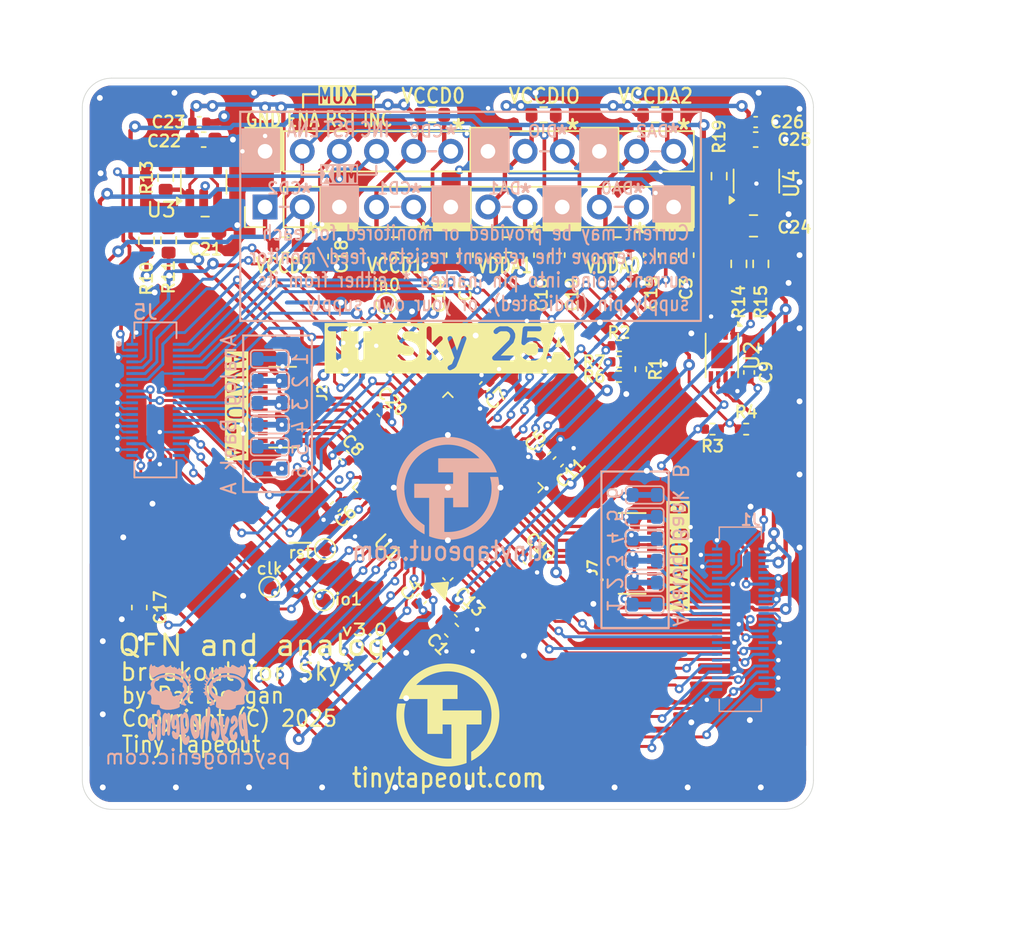
<source format=kicad_pcb>
(kicad_pcb (version 20241229) (generator "pcbnew") (generator_version "9.0")
  (title_block (title "QFN and Analog Breakout For TinyTapeout Skywater ASICs") (date "2025-09-10") (rev "1.0") (company "Psychogenic Technologies INC") (comment 1 "(C) 2025 Pat Deegan"))
  (layers (0 "F.Cu" signal) (4 "In1.Cu" power) (6 "In2.Cu" mixed) (2 "B.Cu" signal) (13 "F.Paste" user) (15 "B.Paste" user) (5 "F.SilkS" user "F.Silkscreen") (7 "B.SilkS" user "B.Silkscreen") (1 "F.Mask" user) (3 "B.Mask" user) (25 "Edge.Cuts" user))
  (net 0 "")
  (net 1 "GND")
  (net 2 "/ADC")
  (net 3 "VCCD_{2}")
  (net 4 "VCCD_{0}")
  (net 5 "VCCD_{1}")
  (net 6 "VDDA_{0}")
  (net 7 "VDDA_{1}")
  (net 8 "VDDA_{2}")
  (net 9 "VDD_{IO}")
  (net 10 "/VCIN")
  (net 11 "VCC_{REG}")
  (net 12 "/VDIN")
  (net 13 "VDD_{REG}")
  (net 14 "/c_sel_inc")
  (net 15 "/hd_c_rst_n")
  (net 16 "/c_ena")
  (net 17 "/chip_an1")
  (net 18 "/chip_an0")
  (net 19 "/chip_an4")
  (net 20 "/chip_an2")
  (net 21 "/chip_an5")
  (net 22 "/chip_an3")
  (net 23 "/chip_an6")
  (net 24 "/chip_an11")
  (net 25 "/chip_an8")
  (net 26 "/chip_an7")
  (net 27 "/chip_an10")
  (net 28 "/chip_an9")
  (net 29 "/RES1")
  (net 30 "+3V3")
  (net 31 "/RES2")
  (net 32 "/hd_an0")
  (net 33 "/uin1")
  (net 34 "/RES3")
  (net 35 "/hd_an5")
  (net 36 "/p_rst")
  (net 37 "/uin4")
  (net 38 "/uin7")
  (net 39 "/hd_an1")
  (net 40 "/hd_an3")
  (net 41 "/hd_an4")
  (net 42 "/p_clk")
  (net 43 "/uio1")
  (net 44 "/uin3")
  (net 45 "/uin5")
  (net 46 "/uio0")
  (net 47 "/uin2")
  (net 48 "/uin6")
  (net 49 "/hd_an2")
  (net 50 "/uin0")
  (net 51 "/hd_an6")
  (net 52 "/hd_an7")
  (net 53 "/hd_an8")
  (net 54 "/hd_an9")
  (net 55 "/hd_an10")
  (net 56 "/hd_an11")
  (net 57 "/uio6")
  (net 58 "/CS_SCL")
  (net 59 "/uio7")
  (net 60 "/uout6")
  (net 61 "/uio4")
  (net 62 "/uout7")
  (net 63 "/uout1")
  (net 64 "+5V")
  (net 65 "/uio5")
  (net 66 "/TX")
  (net 67 "/uout3")
  (net 68 "/SCK")
  (net 69 "/RX_SDA")
  (net 70 "/uio2")
  (net 71 "/uout0")
  (net 72 "/uio3")
  (net 73 "/uout2")
  (net 74 "/uout4")
  (net 75 "/uout5")
  (net 76 "/c_rst_n")
  (net 77 "/reset_b")
  (footprint "Capacitor_SMD:C_0402_1005Metric" (layer "F.Cu") (at 159.05 52)
    (property "Reference" "C26")
    (property "Value" "100nF" (hide yes))
  )
  (footprint "flyingcarsfootprints:StitchingVia-0.4mmDrill" (layer "F.Cu") (at 114.4 97.5)
    (property "Reference" "STITCH12" (hide yes))
    (property "Value" "StitchingVia-0.4mmDrill" (hide yes))
  )
  (footprint "Capacitor_SMD:C_0603_1608Metric" (layer "F.Cu") (at 154.3 61.1 -90)
    (property "Reference" "C3")
    (property "Value" "C_1u_0603_50V" (hide yes))
  )
  (footprint "flyingcarsfootprints:StitchingVia-0.4mmDrill" (layer "F.Cu") (at 162.05 51.1)
    (property "Reference" "STITCH20" (hide yes))
    (property "Value" "StitchingVia-0.4mmDrill" (hide yes))
  )
  (footprint "Capacitor_SMD:C_0603_1608Metric" (layer "F.Cu") (at 159.05 53.2)
    (property "Reference" "C25")
    (property "Value" "1uF" (hide yes))
  )
  (footprint "Fiducial:Fiducial_1mm_Mask2mm" (layer "F.Cu") (at 116 50.5)
    (property "Reference" "FID3" (hide yes))
    (property "Value" "Fiducial" (hide yes))
  )
  (footprint "flyingcarsfootprints:StitchingVia-0.4mmDrill" (layer "F.Cu") (at 135.55 64.95)
    (property "Reference" "STITCH01" (hide yes))
    (property "Value" "StitchingVia-0.4mmDrill" (hide yes))
  )
  (footprint "flyingcarsfootprints:StitchingVia-0.4mmDrill" (layer "F.Cu") (at 141.6 77)
    (property "Reference" "STITCH01" (hide yes))
    (property "Value" "StitchingVia-0.4mmDrill" (hide yes))
  )
  (footprint "Capacitor_SMD:C_0402_1005Metric" (layer "F.Cu") (at 145.550396 75.234314 45)
    (property "Reference" "C11")
    (property "Value" "0.1uf" (hide yes))
  )
  (footprint "Connector_PinHeader_2.54mm:PinHeader_1x12_P2.54mm_Vertical" (layer "F.Cu") (at 125.5 54 90)
    (property "Reference" "J4" (hide yes))
    (property "Value" "Conn_01x12" (hide yes))
  )
  (footprint "flyingcarsfootprints:StitchingVia-0.4mmDrill" (layer "F.Cu") (at 162.05 61.1)
    (property "Reference" "STITCH18" (hide yes))
    (property "Value" "StitchingVia-0.4mmDrill" (hide yes))
  )
  (footprint "flyingcarsfootprints:StitchingVia-0.4mmDrill" (layer "F.Cu") (at 114.25 55.5)
    (property "Reference" "STITCH01" (hide yes))
    (property "Value" "StitchingVia-0.4mmDrill" (hide yes))
  )
  (footprint "Resistor_SMD:R_0603_1608Metric" (layer "F.Cu") (at 134.4 60.4)
    (property "Reference" "R8" (hide yes))
    (property "Value" "0" (hide yes))
  )
  (footprint "Resistor_SMD:R_0402_1005Metric" (layer "F.Cu") (at 151.2 68.9 -90)
    (property "Reference" "R1")
    (property "Value" "1k" (hide yes))
  )
  (footprint "flyingcarsfootprints:StitchingVia-0.4mmDrill" (layer "F.Cu") (at 162.05 76.1)
    (property "Reference" "STITCH15" (hide yes))
    (property "Value" "StitchingVia-0.4mmDrill" (hide yes))
  )
  (footprint "flyingcarsfootprints:StitchingVia-0.4mmDrill" (layer "F.Cu") (at 135.15 88.3)
    (property "Reference" "STITCH01" (hide yes))
    (property "Value" "StitchingVia-0.4mmDrill" (hide yes))
  )
  (footprint "Fiducial:Fiducial_1mm_Mask2mm" (layer "F.Cu") (at 161.5 95.5)
    (property "Reference" "FID2" (hide yes))
    (property "Value" "Fiducial" (hide yes))
  )
  (footprint "Fiducial:Fiducial_1mm_Mask2mm" (layer "F.Cu") (at 114.5 95.5)
    (property "Reference" "FID1" (hide yes))
    (property "Value" "Fiducial" (hide yes))
  )
  (footprint "flyingcarsfootprints:StitchingVia-0.4mmDrill" (layer "F.Cu") (at 124.4 97.5)
    (property "Reference" "STITCH4" (hide yes))
    (property "Value" "StitchingVia-0.4mmDrill" (hide yes))
  )
  (footprint "Capacitor_SMD:C_0402_1005Metric" (layer "F.Cu") (at 138.8 85.5 135)
    (property "Reference" "C13")
    (property "Value" "0.1uf" (hide yes))
  )
  (footprint "flyingcarsfootprints:StitchingVia-0.4mmDrill" (layer "F.Cu") (at 148.4 65.7)
    (property "Reference" "STITCH01" (hide yes))
    (property "Value" "StitchingVia-0.4mmDrill" (hide yes))
  )
  (footprint "Capacitor_SMD:C_0603_1608Metric" (layer "F.Cu") (at 151.9 61.1 -90)
    (property "Reference" "C15")
    (property "Value" "C_1u_0603_50V" (hide yes))
  )
  (footprint "flyingcarsfootprints:StitchingVia-0.4mmDrill" (layer "F.Cu") (at 128.2 90.15)
    (property "Reference" "STITCH01" (hide yes))
    (property "Value" "StitchingVia-0.4mmDrill" (hide yes))
  )
  (footprint "TestPoint:TestPoint_Pad_D1.0mm" (layer "F.Cu") (at 125.8 83.8)
    (property "Reference" "TP6" (hide yes))
    (property "Value" "TestPoint")
  )
  (footprint "Capacitor_SMD:C_0603_1608Metric" (layer "F.Cu") (at 138.251992 86.751992 -45)
    (property "Reference" "C1")
    (property "Value" "C_1u_0603_50V" (hide yes))
  )
  (footprint "Resistor_SMD:R_0402_1005Metric" (layer "F.Cu") (at 149.7 68.4 180)
    (property "Reference" "R7")
    (property "Value" "0R" (hide yes))
  )
  (footprint "Resistor_SMD:R_0402_1005Metric" (layer "F.Cu") (at 149.7 69.4 180)
    (property "Reference" "R6")
    (property "Value" "0R" (hide yes))
  )
  (footprint "flyingcarsfootprints:StitchingVia-0.4mmDrill" (layer "F.Cu") (at 129.4 97.5)
    (property "Reference" "STITCH5" (hide yes))
    (property "Value" "StitchingVia-0.4mmDrill" (hide yes))
  )
  (footprint "Capacitor_SMD:C_0402_1005Metric" (layer "F.Cu") (at 144.689807 74.394903 -135)
    (property "Reference" "C5")
    (property "Value" "0.1uf" (hide yes))
  )
  (footprint "Logos:TT_logo" (layer "F.Cu") (at 138.040167 92.6)
    (property "Reference" "TTLOGO1" (hide yes))
    (property "Value" "TT_logo" (hide yes))
  )
  (footprint "Resistor_SMD:R_0603_1608Metric" (layer "F.Cu") (at 136.925 51.5)
    (property "Reference" "R16" (hide yes))
    (property "Value" "0" (hide yes))
  )
  (footprint "flyingcarsfootprints:StitchingVia-0.4mmDrill" (layer "F.Cu") (at 138 73.4)
    (property "Reference" "STITCH01" (hide yes))
    (property "Value" "StitchingVia-0.4mmDrill" (hide yes))
  )
  (footprint "Resistor_SMD:R_0603_1608Metric" (layer "F.Cu") (at 156.55 55.7 90)
    (property "Reference" "R19")
    (property "Value" "0" (hide yes))
  )
  (footprint "Capacitor_SMD:C_0805_2012Metric" (layer "F.Cu") (at 158.9 59.1)
    (property "Reference" "C24")
    (property "Value" "10uF" (hide yes))
  )
  (footprint "flyingcarsfootprints:StitchingVia-0.4mmDrill" (layer "F.Cu") (at 154.65 66.45)
    (property "Reference" "STITCH01" (hide yes))
    (property "Value" "StitchingVia-0.4mmDrill" (hide yes))
  )
  (footprint "TinyTapeout:HRS_DF40C-20DP-0.4V_51" (layer "F.Cu") (at 126.7 71.5 -90)
    (property "Reference" "J2")
    (property "Value" "DF40C-20DS-0.4V_51")
  )
  (footprint "flyingcarsfootprints:StitchingVia-0.4mmDrill" (layer "F.Cu") (at 159.4 97.5)
    (property "Reference" "STITCH11" (hide yes))
    (property "Value" "StitchingVia-0.4mmDrill" (hide yes))
  )
  (footprint "flyingcarsfootprints:StitchingVia-0.4mmDrill" (layer "F.Cu") (at 114.4 92.5)
    (property "Reference" "STITCH13" (hide yes))
    (property "Value" "StitchingVia-0.4mmDrill" (hide yes))
  )
  (footprint "Capacitor_SMD:C_0603_1608Metric" (layer "F.Cu") (at 144.4 61.1 -90)
    (property "Reference" "C16")
    (property "Value" "C_1u_0603_50V" (hide yes))
  )
  (footprint "TinyTapeout:HRS_DF40C-20DP-0.4V_51" (layer "F.Cu") (at 150.6 81.5 90)
    (property "Reference" "J7")
    (property "Value" "DF40C-20DS-0.4V_51")
  )
  (footprint "TestPoint:TestPoint_Pad_D1.0mm" (layer "F.Cu") (at 133.8 64.4)
    (property "Reference" "TP5" (hide yes))
    (property "Value" "TestPoint")
  )
  (footprint "Capacitor_SMD:C_0402_1005Metric" (layer "F.Cu") (at 158.6 69.125 -90)
    (property "Reference" "C9")
    (property "Value" "0.1uf" (hide yes))
  )
  (footprint "Capacitor_SMD:C_0402_1005Metric" (layer "F.Cu") (at 121 52)
    (property "Reference" "C23")
    (property "Value" "100nF" (hide yes))
  )
  (footprint "TestPoint:TestPoint_Pad_D1.0mm" (layer "F.Cu") (at 129.5 84.7)
    (property "Reference" "TP8" (hide yes))
    (property "Value" "TestPoint")
  )
  (footprint "flyingcarsfootprints:StitchingVia-0.4mmDrill" (layer "F.Cu") (at 162.05 56.1)
    (property "Reference" "STITCH19" (hide yes))
    (property "Value" "StitchingVia-0.4mmDrill" (hide yes))
  )
  (footprint "Connector_PinHeader_2.54mm:PinHeader_1x12_P2.54mm_Vertical" (layer "F.Cu") (at 125.5 57.81 90)
    (property "Reference" "J3" (hide yes))
    (property "Value" "Conn_01x12" (hide yes))
  )
  (footprint "flyingcarsfootprints:StitchingVia-0.4mmDrill" (layer "F.Cu") (at 117.95 63.65)
    (property "Reference" "STITCH01" (hide yes))
    (property "Value" "StitchingVia-0.4mmDrill" (hide yes))
  )
  (footprint "Capacitor_SMD:C_0603_1608Metric" (layer "F.Cu") (at 121.3 53.2)
    (property "Reference" "C22")
    (property "Value" "1uF" (hide yes))
  )
  (footprint "flyingcarsfootprints:StitchingVia-0.4mmDrill" (layer "F.Cu") (at 124 84.4)
    (property "Reference" "STITCH01" (hide yes))
    (property "Value" "StitchingVia-0.4mmDrill" (hide yes))
  )
  (footprint "Package_TO_SOT_SMD:SOT-23-5" (layer "F.Cu") (at 159.1 56.0375 90)
    (property "Reference" "U4")
    (property "Value" "AP2112K-1.8" (hide yes))
  )
  (footprint "flyingcarsfootprints:StitchingVia-0.4mmDrill" (layer "F.Cu") (at 162.05 81.1)
    (property "Reference" "STITCH14" (hide yes))
    (property "Value" "StitchingVia-0.4mmDrill" (hide yes))
  )
  (footprint "flyingcarsfootprints:StitchingVia-0.4mmDrill" (layer "F.Cu") (at 143.2 88.5)
    (property "Reference" "STITCH01" (hide yes))
    (property "Value" "StitchingVia-0.4mmDrill" (hide yes))
  )
  (footprint "Capacitor_SMD:C_0603_1608Metric" (layer "F.Cu") (at 129.3 61.2 -90)
    (property "Reference" "C18")
    (property "Value" "C_1u_0603_50V" (hide yes))
  )
  (footprint "Capacitor_SMD:C_0603_1608Metric" (layer "F.Cu") (at 139.2 61.1 -90)
    (property "Reference" "C2")
    (property "Value" "C_1u_0603_50V" (hide yes))
  )
  (footprint "flyingcarsfootprints:StitchingVia-0.4mmDrill" (layer "F.Cu") (at 154.4 97.5)
    (property "Reference" "STITCH10" (hide yes))
    (property "Value" "StitchingVia-0.4mmDrill" (hide yes))
  )
  (footprint "flyingcarsfootprints:StitchingVia-0.4mmDrill" (layer "F.Cu") (at 119.4 97.5)
    (property "Reference" "STITCH3" (hide yes))
    (property "Value" "StitchingVia-0.4mmDrill" (hide yes))
  )
  (footprint "Resistor_SMD:R_0603_1608Metric" (layer "F.Cu") (at 118.7 55.8 90)
    (property "Reference" "R13")
    (property "Value" "0" (hide yes))
  )
  (footprint "Capacitor_SMD:C_0402_1005Metric" (layer "F.Cu") (at 140.5 70.1 -135)
    (property "Reference" "C7")
    (property "Value" "0.1uf" (hide yes))
  )
  (footprint "flyingcarsfootprints:StitchingVia-0.4mmDrill" (layer "F.Cu") (at 150.2 70.6)
    (property "Reference" "STITCH01" (hide yes))
    (property "Value" "StitchingVia-0.4mmDrill" (hide yes))
  )
  (footprint "flyingcarsfootprints:StitchingVia-0.4mmDrill" (layer "F.Cu") (at 133 50)
    (property "Reference" "STITCH01" (hide yes))
    (property "Value" "StitchingVia-0.4mmDrill" (hide yes))
  )
  (footprint "flyingcarsfootprints:StitchingVia-0.4mmDrill" (layer "F.Cu") (at 162.05 66.1)
    (property "Reference" "STITCH17" (hide yes))
    (property "Value" "StitchingVia-0.4mmDrill" (hide yes))
  )
  (footprint "flyingcarsfootprints:StitchingVia-0.4mmDrill" (layer "F.Cu") (at 139.9 66.6)
    (property "Reference" "STITCH01" (hide yes))
    (property "Value" "StitchingVia-0.4mmDrill" (hide yes))
  )
  (footprint "flyingcarsfootprints:StitchingVia-0.4mmDrill" (layer "F.Cu") (at 161.3 63)
    (property "Reference" "STITCH01" (hide yes))
    (property "Value" "StitchingVia-0.4mmDrill" (hide yes))
  )
  (footprint "flyingcarsfootprints:StitchingVia-0.4mmDrill" (layer "F.Cu") (at 147.95 84.95)
    (property "Reference" "STITCH01" (hide yes))
    (property "Value" "StitchingVia-0.4mmDrill" (hide yes))
  )
  (footprint "flyingcarsfootprints:StitchingVia-0.4mmDrill" (layer "F.Cu") (at 114.4 87.5)
    (property "Reference" "STITCH2" (hide yes))
    (property "Value" "StitchingVia-0.4mmDrill" (hide yes))
  )
  (footprint "Resistor_SMD:R_0603_1608Metric" (layer "F.Cu") (at 142.1 60.4)
    (property "Reference" "R17" (hide yes))
    (property "Value" "0" (hide yes))
  )
  (footprint "flyingcarsfootprints:StitchingVia-0.4mmDrill" (layer "F.Cu") (at 152.85 68.55)
    (property "Reference" "STITCH01" (hide yes))
    (property "Value" "StitchingVia-0.4mmDrill" (hide yes))
  )
  (footprint "flyingcarsfootprints:StitchingVia-0.4mmDrill" (layer "F.Cu") (at 144.4 97.5)
    (property "Reference" "STITCH8" (hide yes))
    (property "Value" "StitchingVia-0.4mmDrill" (hide yes))
  )
  (footprint "Capacitor_SMD:C_0603_1608Metric" (layer "F.Cu") (at 116.9 85.2 -90)
    (property "Reference" "C17")
    (property "Value" "C_1u_0603_50V" (hide yes))
  )
  (footprint "flyingcarsfootprints:StitchingVia-0.4mmDrill" (layer "F.Cu") (at 114.2 50.35)
    (property "Reference" "STITCH01" (hide yes))
    (property "Value" "StitchingVia-0.4mmDrill" (hide yes))
  )
  (footprint "flyingcarsfootprints:StitchingVia-0.4mmDrill" (layer "F.Cu") (at 151.05 50)
    (property "Reference" "STITCH01" (hide yes))
    (property "Value" "StitchingVia-0.4mmDrill" (hide yes))
  )
  (footprint "flyingcarsfootprints:StitchingVia-0.4mmDrill" (layer "F.Cu") (at 139.4 97.5)
    (property "Reference" "STITCH7" (hide yes))
    (property "Value" "StitchingVia-0.4mmDrill" (hide yes))
  )
  (footprint "Resistor_SMD:R_0603_1608Metric" (layer "F.Cu") (at 126.9 60.4)
    (property "Reference" "R5" (hide yes))
    (property "Value" "0" (hide yes))
  )
  (footprint "flyingcarsfootprints:StitchingVia-0.4mmDrill" (layer "F.Cu") (at 130.7 64.35)
    (property "Reference" "STITCH01" (hide yes))
    (property "Value" "StitchingVia-0.4mmDrill" (hide yes))
  )
  (footprint "flyingcarsfootprints:StitchingVia-0.4mmDrill" (layer "F.Cu") (at 151.6 75.85)
    (property "Reference" "STITCH01" (hide yes))
    (property "Value" "StitchingVia-0.4mmDrill" (hide yes))
  )
  (footprint "Resistor_SMD:R_0603_1608Metric" (layer "F.Cu") (at 152.175 51.5)
    (property "Reference" "R18" (hide yes))
    (property "Value" "0" (hide yes))
  )
  (footprint "flyingcarsfootprints:StitchingVia-0.4mmDrill" (layer "F.Cu") (at 134.3 77)
    (property "Reference" "STITCH01" (hide yes))
    (property "Value" "StitchingVia-0.4mmDrill" (hide yes))
  )
  (footprint "flyingcarsfootprints:StitchingVia-0.4mmDrill" (layer "F.Cu") (at 158.7 78.3)
    (property "Reference" "STITCH14" (hide yes))
    (property "Value" "StitchingVia-0.4mmDrill" (hide yes))
  )
  (footprint "Capacitor_SMD:C_0603_1608Metric" (layer "F.Cu") (at 137.4 61.1 -90)
    (property "Reference" "C14")
    (property "Value" "C_1u_0603_50V" (hide yes))
  )
  (footprint "Resistor_SMD:R_0603_1608Metric" (layer "F.Cu") (at 149.6 60.4)
    (property "Reference" "R9" (hide yes))
    (property "Value" "0" (hide yes))
  )
  (footprint "Capacitor_SMD:C_0402_1005Metric" (layer "F.Cu") (at 130.329218 78.294903 -135)
    (property "Reference" "C6")
    (property "Value" "0.1uf" (hide yes))
  )
  (footprint "flyingcarsfootprints:StitchingVia-0.4mmDrill" (layer "F.Cu") (at 149.4 97.5)
    (property "Reference" "STITCH9" (hide yes))
    (property "Value" "StitchingVia-0.4mmDrill" (hide yes))
  )
  (footprint "Resistor_SMD:R_0603_1608Metric" (layer "F.Cu") (at 157.9 61.7 90)
    (property "Reference" "R14")
    (property "Value" "0" (hide yes))
  )
  (footprint "flyingcarsfootprints:StitchingVia-0.4mmDrill" (layer "F.Cu") (at 135.15 91.4)
    (property "Reference" "STITCH01" (hide yes))
    (property "Value" "StitchingVia-0.4mmDrill" (hide yes))
  )
  (footprint "Resistor_SMD:R_0402_1005Metric" (layer "F.Cu") (at 156.1 73 180)
    (property "Reference" "R3")
    (property "Value" "2k")
  )
  (footprint "Resistor_SMD:R_0402_1005Metric" (layer "F.Cu") (at 149.7 67.3)
    (property "Reference" "R2")
    (property "Value" "1k" (hide yes))
  )
  (footprint "Resistor_SMD:R_0402_1005Metric" (layer "F.Cu") (at 158.4 73)
    (property "Reference" "R4")
    (property "Value" "2k")
  )
  (footprint "flyingcarsfootprints:StitchingVia-0.4mmDrill" (layer "F.Cu") (at 138 80.6)
    (property "Reference" "STITCH01" (hide yes))
    (property "Value" "StitchingVia-0.4mmDrill" (hide yes))
  )
  (footprint "Capacitor_SMD:C_0603_1608Metric" (layer "F.Cu") (at 146.5 61.1 -90)
    (property "Reference" "C19")
    (property "Value" "C_1u_0603_50V" (hide yes))
  )
  (footprint "flyingcarsfootprints:StitchingVia-0.4mmDrill" (layer "F.Cu") (at 162.05 71.1)
    (property "Reference" "STITCH16" (hide yes))
    (property "Value" "StitchingVia-0.4mmDrill" (hide yes))
  )
  (footprint "flyingcarsfootprints:StitchingVia-0.4mmDrill" (layer "F.Cu") (at 138 77)
    (property "Reference" "STITCH01" (hide yes))
    (property "Value" "StitchingVia-0.4mmDrill" (hide yes))
  )
  (footprint "Capacitor_SMD:C_0402_1005Metric" (layer "F.Cu") (at 143.5 81.9 -45)
    (property "Reference" "C10")
    (property "Value" "0.1uf" (hide yes))
  )
  (footprint "flyingcarsfootprints:StitchingVia-0.4mmDrill" (layer "F.Cu") (at 144 50)
    (property "Reference" "STITCH01" (hide yes))
    (property "Value" "StitchingVia-0.4mmDrill" (hide yes))
  )
  (footprint "flyingcarsfootprints:StitchingVia-0.4mmDrill" (layer "F.Cu") (at 159.25 50)
    (property "Reference" "STITCH01" (hide yes))
    (property "Value" "StitchingVia-0.4mmDrill" (hide yes))
  )
  (footprint "Package_DFN_QFN:QFN-64-1EP_9x9mm_P0.5mm_EP7.65x7.65mm" (layer "F.Cu") (at 138 77 135)
    (property "Reference" "U1")
    (property "Value" "Openframe_QFN_TT06_REV2" (hide yes))
  )
  (footprint "Capacitor_SMD:C_0805_2012Metric" (layer "F.Cu") (at 121.4 59.2)
    (property "Reference" "C21")
    (property "Value" "10uF" (hide yes))
  )
  (footprint "flyingcarsfootprints:StitchingVia-0.4mmDrill" (layer "F.Cu") (at 115.8 80.4)
    (property "Reference" "STITCH01" (hide yes))
    (property "Value" "StitchingVia-0.4mmDrill" (hide yes))
  )
  (footprint "flyingcarsfootprints:StitchingVia-0.4mmDrill" (layer "F.Cu") (at 124.75 50)
    (property "Reference" "STITCH01" (hide yes))
    (property "Value" "StitchingVia-0.4mmDrill" (hide yes))
  )
  (footprint "flyingcarsfootprints:StitchingVia-0.4mmDrill" (layer "F.Cu") (at 154.65 93.05)
    (property "Reference" "STITCH01" (hide yes))
    (property "Value" "StitchingVia-0.4mmDrill" (hide yes))
  )
  (footprint "flyingcarsfootprints:StitchingVia-0.4mmDrill" (layer "F.Cu") (at 124.6 88.9)
    (property "Reference" "STITCH01" (hide yes))
    (property "Value" "StitchingVia-0.4mmDrill" (hide yes))
  )
  (footprint "Package_DFN_QFN:DFN-8-1EP_3x2mm_P0.5mm_EP1.75x1.45mm" (layer "F.Cu") (at 156.7375 67.9625 -90)
    (property "Reference" "U2")
    (property "Value" "24LC02" (hide yes))
  )
  (footprint "Capacitor_SMD:C_0402_1005Metric" (layer "F.Cu") (at 136.2 84.6 45)
    (property "Reference" "C4")
    (property "Value" "0.1uf" (hide yes))
  )
  (footprint "Package_TO_SOT_SMD:SOT-23-5" (layer "F.Cu") (at 121.3 56.1 90)
    (property "Reference" "U3")
    (property "Value" "AP2112K-1.8" (hide yes))
  )
  (footprint "Resistor_SMD:R_0603_1608Metric" (layer "F.Cu") (at 159.4 61.7 90)
    (property "Reference" "R15")
    (property "Value" "0" (hide yes))
  )
  (footprint "flyingcarsfootprints:StitchingVia-0.4mmDrill" (layer "F.Cu") (at 148.55 63.05)
    (property "Reference" "STITCH01" (hide yes))
    (property "Value" "StitchingVia-0.4mmDrill" (hide yes))
  )
  (footprint "Resistor_SMD:R_0603_1608Metric" (layer "F.Cu") (at 118.9 60.1 90)
    (property "Reference" "R11")
    (property "Value" "0" (hide yes))
  )
  (footprint "TestPoint:TestPoint_Pad_D1.0mm" (layer "F.Cu") (at 129.6 81.2)
    (property "Reference" "TP7" (hide yes))
    (property "Value" "TestPoint")
  )
  (footprint "Capacitor_SMD:C_0402_1005Metric" (layer "F.Cu") (at 130.9 74.8 -45)
    (property "Reference" "C8")
    (property "Value" "0.1uf" (hide yes))
  )
  (footprint "flyingcarsfootprints:StitchingVia-0.4mmDrill" (layer "F.Cu") (at 119.3 50)
    (property "Reference" "STITCH01" (hide yes))
    (property "Value" "StitchingVia-0.4mmDrill" (hide yes))
  )
  (footprint "flyingcarsfootprints:StitchingVia-0.4mmDrill" (layer "F.Cu") (at 117.8 78.1)
    (property "Reference" "STITCH01" (hide yes))
    (property "Value" "StitchingVia-0.4mmDrill" (hide yes))
  )
  (footprint "Resistor_SMD:R_0603_1608Metric" (layer "F.Cu") (at 144.55 51.5)
    (property "Reference" "R12" (hide yes))
    (property "Value" "0" (hide yes))
  )
  (footprint "Capacitor_SMD:C_0402_1005Metric" (layer "F.Cu") (at 133.5 71.8 -45)
    (property "Reference" "C20")
    (property "Value" "0.1uf" (hide yes))
  )
  (footprint "flyingcarsfootprints:StitchingVia-0.4mmDrill" (layer "F.Cu") (at 134.4 97.5)
    (property "Reference" "STITCH6" (hide yes))
    (property "Value" "StitchingVia-0.4mmDrill" (hide yes))
  )
  (footprint "flyingcarsfootprints:StitchingVia-0.4mmDrill" (layer "F.Cu") (at 158.65 92.9)
    (property "Reference" "STITCH01" (hide yes))
    (property "Value" "StitchingVia-0.4mmDrill" (hide yes))
  )
  (footprint "Resistor_SMD:R_0603_1608Metric" (layer "F.Cu") (at 117.39 60.125 90)
    (property "Reference" "R10")
    (property "Value" "0" (hide yes))
  )
  (footprint "TinyTapeout:SolderJumper-2_0603" (layer "B.Cu") (at 125.815 72.7 180)
    (property "Reference" "JP4" (hide yes))
    (property "Value" "Jumper_2_Small_Bridged" (hide yes))
  )
  (footprint "Logos:TT_logo" (layer "B.Cu") (at 137.959833 77.1 180)
    (property "Reference" "TTLOGO1" (hide yes))
    (property "Value" "TT_logo" (hide yes))
  )
  (footprint "TinyTapeout:SolderJumper-2_0603" (layer "B.Cu") (at 125.815 69.7 180)
    (property "Reference" "JP2" (hide yes))
    (property "Value" "Jumper_2_Small_Bridged" (hide yes))
  )
  (footprint "TinyTapeout:SolderJumper-2_0603" (layer "B.Cu") (at 151.46 82)
    (property "Reference" "JP9" (hide yes))
    (property "Value" "Jumper_2_Small_Bridged" (hide yes))
  )
  (footprint "TinyTapeout:SolderJumper-2_0603" (layer "B.Cu") (at 151.46 83.5)
    (property "Reference" "JP8" (hide yes))
    (property "Value" "Jumper_2_Small_Bridged" (hide yes))
  )
  (footprint "TinyTapeout:HIROSE_DF40C-40DS-0.4V_51" (layer "B.Cu") (at 118 71 -90)
    (property "Reference" "J5")
    (property "Value" "DF40C-40DS-0.4V_51" (hide yes))
  )
  (footprint "TinyTapeout:HRS_DF40C-50DS-0.4V_51" (layer "B.Cu") (at 158 86 -90)
    (property "Reference" "J1")
    (property "Value" "DF40C-50DS-0.4V_51" (hide yes))
  )
  (footprint "TinyTapeout:SolderJumper-2_0603" (layer "B.Cu") (at 125.815 74.2 180)
    (property "Reference" "JP5" (hide yes))
    (property "Value" "Jumper_2_Small_Bridged" (hide yes))
  )
  (footprint "TinyTapeout:SolderJumper-2_0603" (layer "B.Cu") (at 151.46 80.5)
    (property "Reference" "JP10" (hide yes))
    (property "Value" "Jumper_2_Small_Bridged" (hide yes))
  )
  (footprint "TinyTapeout:SolderJumper-2_0603" (layer "B.Cu") (at 125.815 75.7 180)
    (property "Reference" "JP6" (hide yes))
    (property "Value" "Jumper_2_Small_Bridged" (hide yes))
  )
  (footprint "TinyTapeout:SolderJumper-2_0603" (layer "B.Cu") (at 151.46 77.5)
    (property "Reference" "JP12" (hide yes))
    (property "Value" "Jumper_2_Small_Bridged" (hide yes))
  )
  (footprint "flyingcarsfootprints:PsychologoMini" (layer "B.Cu") (at 120.940409 91.8 180)
    (property "Reference" "G***" (hide yes))
    (property "Value" "PsychoLogoMini" (hide yes))
  )
  (footprint "TinyTapeout:SolderJumper-2_0603" (layer "B.Cu") (at 125.815 71.2 180)
    (property "Reference" "JP3" (hide yes))
    (property "Value" "Jumper_2_Small_Bridged" (hide yes))
  )
  (footprint "TinyTapeout:SolderJumper-2_0603" (layer "B.Cu") (at 151.46 79)
    (property "Reference" "JP11" (hide yes))
    (property "Value" "Jumper_2_Small_Bridged" (hide yes))
  )
  (footprint "TinyTapeout:SolderJumper-2_0603" (layer "B.Cu") (at 125.815 68.2 180)
    (property "Reference" "JP1" (hide yes))
    (property "Value" "Jumper_2_Small_Bridged" (hide yes))
  )
  (footprint "TinyTapeout:SolderJumper-2_0603" (layer "B.Cu") (at 151.46 85)
    (property "Reference" "JP7" (hide yes))
    (property "Value" "Jumper_2_Small_Bridged" (hide yes))
  )
  (gr_line (start 132.9 50.1) (end 132.9 51) (stroke (width 0.15)) (layer "F.SilkS"))
  (gr_line (start 128.1 50.1) (end 128.1 51) (stroke (width 0.15)) (layer "F.SilkS"))
  (gr_line (start 129.1 50.1) (end 128.1 50.1) (stroke (width 0.15)) (layer "F.SilkS"))
  (gr_rect (start 137.05 56.5) (end 139.55 59.4) (stroke (width 0.15)) (fill yes) (layer "F.SilkS"))
  (gr_rect (start 152.25 56.5) (end 154.75 59.4) (stroke (width 0.15)) (fill yes) (layer "F.SilkS"))
  (gr_rect (start 147.15 52.4) (end 149.65 55.3) (stroke (width 0.15)) (fill yes) (layer "F.SilkS"))
  (gr_poly (pts (xy 138 83.5) (xy 136.9 83.6) (xy 137.8 84.6)) (stroke (width 0.15)) (fill yes) (layer "F.SilkS"))
  (gr_rect (start 129.3 56.5) (end 131.8 59.4) (stroke (width 0.15)) (fill yes) (layer "F.SilkS"))
  (gr_rect (start 139.55 52.4) (end 142.05 55.3) (stroke (width 0.15)) (fill yes) (layer "F.SilkS"))
  (gr_rect (start 124.15 52.4) (end 126.65 55.3) (stroke (width 0.15)) (fill yes) (layer "F.SilkS"))
  (gr_rect (start 144.55 56.5) (end 147.05 59.4) (stroke (width 0.15)) (fill yes) (layer "F.SilkS"))
  (gr_line (start 131.7 50.1) (end 132.9 50.1) (stroke (width 0.15)) (layer "F.SilkS"))
  (gr_rect (start 147.05 52.5) (end 149.55 55.4) (stroke (width 0.15)) (fill yes) (layer "B.SilkS"))
  (gr_rect (start 148.5 75.9) (end 153.1 86.6) (stroke (width 0.15)) (fill no) (layer "B.SilkS"))
  (gr_line (start 144.9 54) (end 144.3 54) (stroke (width 0.15)) (layer "B.SilkS"))
  (gr_rect (start 123.95 52.5) (end 126.45 55.4) (stroke (width 0.15)) (fill yes) (layer "B.SilkS"))
  (gr_line (start 133.1 55.6) (end 133.1 55) (stroke (width 0.15)) (layer "B.SilkS"))
  (gr_line (start 131.9 55.6) (end 133.1 55.6) (stroke (width 0.15)) (layer "B.SilkS"))
  (gr_line (start 137.2 54) (end 136.6 54) (stroke (width 0.15)) (layer "B.SilkS"))
  (gr_line (start 127.1 57.8) (end 126.5 57.8) (stroke (width 0.15)) (layer "B.SilkS"))
  (gr_rect (start 144.55 56.4) (end 147.05 58.8) (stroke (width 0.15)) (fill yes) (layer "B.SilkS"))
  (gr_line (start 142.3 57.8) (end 141.7 57.8) (stroke (width 0.15)) (layer "B.SilkS"))
  (gr_rect (start 136.95 56.4) (end 139.45 58.8) (stroke (width 0.15)) (fill yes) (layer "B.SilkS"))
  (gr_rect (start 129.35 56.4) (end 131.85 58.8) (stroke (width 0.15)) (fill yes) (layer "B.SilkS"))
  (gr_line (start 134.7 57.8) (end 134.1 57.8) (stroke (width 0.15)) (layer "B.SilkS"))
  (gr_rect (start 139.65 52.5) (end 142.15 55.4) (stroke (width 0.15)) (fill yes) (layer "B.SilkS"))
  (gr_line (start 150 57.8) (end 149.4 57.8) (stroke (width 0.15)) (layer "B.SilkS"))
  (gr_line (start 128 55.6) (end 128 55) (stroke (width 0.15)) (layer "B.SilkS"))
  (gr_rect (start 123.8 51.3) (end 155.3 65.6) (stroke (width 0.15)) (fill no) (layer "B.SilkS"))
  (gr_line (start 152.5 54) (end 151.9 54) (stroke (width 0.15)) (layer "B.SilkS"))
  (gr_line (start 128 55.6) (end 129.4 55.6) (stroke (width 0.15)) (layer "B.SilkS"))
  (gr_rect (start 152.05 56.4) (end 154.55 58.8) (stroke (width 0.15)) (fill yes) (layer "B.SilkS"))
  (gr_rect (start 124 66.6) (end 128.7 77.3) (stroke (width 0.15)) (fill no) (layer "B.SilkS"))
  (gr_arc (start 113 51) (mid 113.585786 49.585786) (end 115 49) (stroke (width 0.05)) (layer "Edge.Cuts"))
  (gr_line (start 113 97) (end 113 51) (stroke (width 0.05)) (layer "Edge.Cuts"))
  (gr_line (start 163 51) (end 163 97) (stroke (width 0.05)) (layer "Edge.Cuts"))
  (gr_arc (start 161 49) (mid 162.414214 49.585786) (end 163 51) (stroke (width 0.05)) (layer "Edge.Cuts"))
  (gr_arc (start 115 99) (mid 113.585786 98.414214) (end 113 97) (stroke (width 0.05)) (layer "Edge.Cuts"))
  (gr_line (start 115 49) (end 161 49) (stroke (width 0.05)) (layer "Edge.Cuts"))
  (gr_line (start 161 99) (end 115 99) (stroke (width 0.05)) (layer "Edge.Cuts"))
  (gr_arc (start 163 97) (mid 162.414214 98.414214) (end 161 99) (stroke (width 0.05)) (layer "Edge.Cuts"))
  (gr_text "*" (at 135.7 60.5 0) (layer "F.SilkS") (effects (font (size 1.4 1.3) (thickness 0.2) (bold yes)) (justify left bottom)))
  (gr_text "in0" (at 133.8 63.6 0) (layer "F.SilkS") (effects (font (size 0.8 0.8) (thickness 0.14)) (justify bottom)))
  (gr_text "by Pat Deegan" (at 115.6 91.85 0) (layer "F.SilkS") (effects (font (size 1.1 1)) (justify left bottom)))
  (gr_text "RST" (at 130.7 52.4 0) (layer "F.SilkS") (effects (font (size 1 0.8) (thickness 0.16) (bold yes)) (justify bottom)))
  (gr_text "VDDA0" (at 149.3 62.4 0) (layer "F.SilkS") (effects (font (size 1 0.8) (thickness 0.16) (bold yes)) (justify bottom)))
  (gr_text "MUX" (at 130.4 50.8 0) (layer "F.SilkS" knockout) (effects (font (size 1 0.8) (thickness 0.16) (bold yes)) (justify bottom)))
  (gr_text "tinytapeout.com" (at 138 97.6 0) (layer "F.SilkS") (effects (font (size 1.3 1.1) (thickness 0.18) (bold yes)) (justify bottom)))
  (gr_text "INC" (at 133.2 52.4 0) (layer "F.SilkS") (effects (font (size 1 0.8) (thickness 0.16) (bold yes)) (justify bottom)))
  (gr_text "*" (at 145.9 53.4 0) (layer "F.SilkS") (effects (font (size 1.4 1.3) (thickness 0.2) (bold yes)) (justify left bottom)))
  (gr_text "*" (at 128 60.5 0) (layer "F.SilkS") (effects (font (size 1.4 1.3) (thickness 0.2) (bold yes)) (justify left bottom)))
  (gr_text "ANALOG A" (at 122.8 67.7 270) (layer "F.SilkS" knockout) (effects (font (size 1.2 1) (thickness 0.14)) (justify left bottom)))
  (gr_text "VCCD1" (at 134.4 62.4 0) (layer "F.SilkS") (effects (font (size 1 0.8) (thickness 0.16) (bold yes)) (justify bottom)))
  (gr_text "GND" (at 125.4 52.4 0) (layer "F.SilkS") (effects (font (size 1 0.8) (thickness 0.16) (bold yes)) (justify bottom)))
  (gr_text "ANALOG B" (at 154.5 85.4 90) (layer "F.SilkS" knockout) (effects (font (size 1.2 1) (thickness 0.14)) (justify left bottom)))
  (gr_text "VCCD0" (at 137 50.8 0) (layer "F.SilkS") (effects (font (size 1 0.9) (thickness 0.16) (bold yes)) (justify bottom)))
  (gr_text "~{rst}" (at 127.9 81.9 0) (layer "F.SilkS") (effects (font (size 0.8 0.8) (thickness 0.14)) (justify bottom)))
  (gr_text "VDDA1" (at 141.9 62.4 0) (layer "F.SilkS") (effects (font (size 1 0.8) (thickness 0.16) (bold yes)) (justify bottom)))
  (gr_text "*" (at 150.5 60.5 0) (layer "F.SilkS") (effects (font (size 1.4 1.3) (thickness 0.2) (bold yes)) (justify left bottom)))
  (gr_text "Copyright (C) 2025 \nTiny Tapeout" (at 115.6 95.2 0) (layer "F.SilkS") (effects (font (size 1.1 1)) (justify left bottom)))
  (gr_text "io1" (at 131.2 85.1 0) (layer "F.SilkS") (effects (font (size 0.8 0.8) (thickness 0.14)) (justify bottom)))
  (gr_text "VCCD2" (at 126.8 62.4 0) (layer "F.SilkS") (effects (font (size 1 0.8) (thickness 0.16) (bold yes)) (justify bottom)))
  (gr_text "TT Sky 25A" (at 138.1 68.4 0) (layer "F.SilkS" knockout) (effects (font (size 2 2) (thickness 0.34) (bold yes)) (justify bottom)))
  (gr_text "v3.0" (at 132.3 87.2 0) (layer "F.SilkS") (effects (font (size 0.8 1) (thickness 0.14) (bold yes)) (justify bottom)))
  (gr_text "*" (at 143.3 60.5 0) (layer "F.SilkS") (effects (font (size 1.4 1.3) (thickness 0.2) (bold yes)) (justify left bottom)))
  (gr_text "QFN and analog" (at 115.3 88.6 0) (layer "F.SilkS") (effects (font (size 1.4 1.5) (thickness 0.2)) (justify left bottom)))
  (gr_text "breakout for Sky*" (at 115.5 90.3 0) (layer "F.SilkS") (effects (font (size 1.2 1.2) (thickness 0.16)) (justify left bottom)))
  (gr_text "VCCDA2" (at 152.2 50.8 0) (layer "F.SilkS") (effects (font (size 1 0.9) (thickness 0.16) (bold yes)) (justify bottom)))
  (gr_text "*" (at 138.1 53.4 0) (layer "F.SilkS") (effects (font (size 1.4 1.3) (thickness 0.2) (bold yes)) (justify left bottom)))
  (gr_text "clk" (at 125.8 83 0) (layer "F.SilkS") (effects (font (size 0.8 0.8) (thickness 0.14)) (justify bottom)))
  (gr_text "ENA" (at 128.1 52.4 0) (layer "F.SilkS") (effects (font (size 1 0.8) (thickness 0.16) (bold yes)) (justify bottom)))
  (gr_text "*" (at 153.5 53.4 0) (layer "F.SilkS") (effects (font (size 1.4 1.3) (thickness 0.2) (bold yes)) (justify left bottom)))
  (gr_text "VCCDIO" (at 144.6 50.8 0) (layer "F.SilkS") (effects (font (size 1 0.9) (thickness 0.16) (bold yes)) (justify bottom)))
  (gr_text "CD0" (at 137.8 53.1 0) (layer "B.SilkS") (effects (font (size 0.8 0.8) (thickness 0.14)) (justify left bottom mirror)))
  (gr_text "Analog Bank B" (at 153.3 86.6 270) (layer "B.SilkS") (effects (font (size 1 1) (thickness 0.14)) (justify left bottom mirror)))
  (gr_text "*" (at 143.9 57.6 0) (layer "B.SilkS") (effects (font (size 1.2 1.2) (thickness 0.2)) (justify left bottom mirror)))
  (gr_text "RST" (at 130.6 53.1 0) (layer "B.SilkS") (effects (font (size 1 0.8) (thickness 0.16) (bold yes)) (justify bottom mirror)))
  (gr_text "Current may be provided or monitored for each \nbank: remove the relevant resistor, feed/monitor\ncurrent going into pin marked *, either from its\nsupply pin (indicated), or your own supply." (at 154.6 65 0) (layer "B.SilkS") (effects (font (size 1 0.8) (thickness 0.14)) (justify left bottom mirror)))
  (gr_text "ENA" (at 128.1 53.1 0) (layer "B.SilkS") (effects (font (size 1 0.8) (thickness 0.16) (bold yes)) (justify bottom mirror)))
  (gr_text "CD1" (at 135.6 57 0) (layer "B.SilkS") (effects (font (size 0.8 0.8) (thickness 0.14)) (justify left bottom mirror)))
  (gr_text "DA1" (at 143.1 57 0) (layer "B.SilkS") (effects (font (size 0.8 0.8) (thickness 0.14)) (justify left bottom mirror)))
  (gr_text "*" (at 154 53.5 0) (layer "B.SilkS") (effects (font (size 1.2 1.2) (thickness 0.2)) (justify left bottom mirror)))
  (gr_text "DIO" (at 145.6 53.1 0) (layer "B.SilkS") (effects (font (size 0.8 0.8) (thickness 0.14)) (justify left bottom mirror)))
  (gr_text "*" (at 138.8 53.6 0) (layer "B.SilkS") (effects (font (size 1.2 1.2) (thickness 0.2)) (justify left bottom mirror)))
  (gr_text "1 2 3 4 5 6" (at 148.8 85.6 270) (layer "B.SilkS") (effects (font (size 1 0.9) (thickness 0.14)) (justify left bottom mirror)))
  (gr_text "INC" (at 133 53.1 0) (layer "B.SilkS") (effects (font (size 1 0.8) (thickness 0.16) (bold yes)) (justify bottom mirror)))
  (gr_text "*" (at 146.4 53.6 0) (layer "B.SilkS") (effects (font (size 1.2 1.2) (thickness 0.2)) (justify left bottom mirror)))
  (gr_text "*" (at 151.6 57.6 0) (layer "B.SilkS") (effects (font (size 1.2 1.2) (thickness 0.2)) (justify left bottom mirror)))
  (gr_text "Analog Bank A" (at 123.6 66.4 90) (layer "B.SilkS") (effects (font (size 1 1) (thickness 0.14)) (justify left bottom mirror)))
  (gr_text "CD2" (at 128.1 57 0) (layer "B.SilkS") (effects (font (size 0.8 0.8) (thickness 0.14)) (justify left bottom mirror)))
  (gr_text "tinytapeout.com" (at 138 82.1 0) (layer "B.SilkS") (effects (font (size 1.3 1.1) (thickness 0.18) (bold yes)) (justify bottom mirror)))
  (gr_text "DA2" (at 153.2 53.1 0) (layer "B.SilkS") (effects (font (size 0.8 0.8) (thickness 0.14)) (justify left bottom mirror)))
  (gr_text "1 2 3 4 5 6" (at 128.5 67.7 90) (layer "B.SilkS") (effects (font (size 1 0.9) (thickness 0.14)) (justify left bottom mirror)))
  (gr_text "*" (at 136.4 57.6 0) (layer "B.SilkS") (effects (font (size 1.2 1.2) (thickness 0.2)) (justify left bottom mirror)))
  (gr_text "DA0" (at 150.8 57 0) (layer "B.SilkS") (effects (font (size 0.8 0.8) (thickness 0.14)) (justify left bottom mirror)))
  (gr_text "*" (at 128.9 57.6 0) (layer "B.SilkS") (effects (font (size 1.2 1.2) (thickness 0.2)) (justify left bottom mirror)))
  (gr_text "psychogenic.com" (at 120.9 96 0) (layer "B.SilkS") (effects (font (size 1 1) (thickness 0.14)) (justify bottom mirror)))
  (gr_text "MUX" (at 130.6 56.2 0) (layer "B.SilkS" knockout) (effects (font (size 1 0.8) (thickness 0.16) (bold yes)) (justify bottom mirror)))
  (segment (start 159.53 52) (end 160.4 52) (width 0.2) (layer "F.Cu") (net 1))
  (segment (start 123.9 71.4) (end 123.9 71.7) (width 0.16) (layer "F.Cu") (net 1))
  (segment (start 135.383705 73.323045) (end 135.383705 73.283705) (width 0.2) (layer "F.Cu") (net 1))
  (segment (start 141.676955 79.616295) (end 139.06066 77) (width 0.2) (layer "F.Cu") (net 1))
  (segment (start 125.16 72.1) (end 124 72.1) (width 0.16) (layer "F.Cu") (net 1))
  (segment (start 139.2 61.875) (end 137.4 61.875) (width 0.3) (layer "F.Cu") (net 1))
  (segment (start 154.6 79.7) (end 154.6 80.1) (width 0.16) (layer "F.Cu") (net 1))
  (segment (start 156.9875 65.7625) (end 157.5 65.25) (width 0.2) (layer "F.Cu") (net 1))
  (segment (start 154.6 82.1) (end 154.6 82.5) (width 0.16) (layer "F.Cu") (net 1))
  (segment (start 158.6 68.645) (end 158.6 67.85) (width 0.2) (layer "F.Cu") (net 1))
  (segment (start 154.5 81.7) (end 154.6 81.6) (width 0.16) (layer "F.Cu") (net 1))
  (segment (start 146.005097 74.894903) (end 146.6 74.3) (width 0.2) (layer "F.Cu") (net 1))
  (segment (start 124.1 72.9) (end 123.9 72.7) (width 0.16) (layer "F.Cu") (net 1))
  (segment (start 152.14 80.9) (end 154.3 80.9) (width 0.16) (layer "F.Cu") (net 1))
  (segment (start 145.889807 74.894903) (end 146.005097 74.894903) (width 0.2) (layer "F.Cu") (net 1))
  (segment (start 146.5 62.8) (end 146.2 63.1) (width 0.3) (layer "F.Cu") (net 1))
  (segment (start 143.28198 74.9) (end 143.5 74.9) (width 0.2) (layer "F.Cu") (net 1))
  (segment (start 124.1 70.1) (end 123.9 69.9) (width 0.16) (layer "F.Cu") (net 1))
  (segment (start 152.14 79.7) (end 154.6 79.7) (width 0.16) (layer "F.Cu") (net 1))
  (segment (start 134.05 80.596446) (end 134.05 80.623432) (width 0.2) (layer "F.Cu") (net 1))
  (segment (start 154.15 93.55) (end 154.65 93.05) (width 0.4) (layer "F.Cu") (net 1))
  (segment (start 161.3 59.1) (end 161.3 58.3) (width 0.2) (layer "F.Cu") (net 1))
  (segment (start 157.5 70.1) (end 157.8 70.4) (width 0.2) (layer "F.Cu") (net 1))
  (segment (start 139.555635 72.262385) (end 139.555635 72.244365) (width 0.2) (layer "F.Cu") (net 1))
  (segment (start 141.5 69.1) (end 141.5 68.9) (width 0.3) (layer "F.Cu") (net 1))
  (segment (start 159.85 59.1) (end 161.3 59.1) (width 0.2) (layer "F.Cu") (net 1))
  (segment (start 129.989807 78.710193) (end 129.5 79.2) (width 0.2) (layer "F.Cu") (net 1))
  (segment (start 129.989807 78.634314) (end 129.989807 78.710193) (width 0.2) (layer "F.Cu") (net 1))
  (segment (start 131.25 93.55) (end 154.15 93.55) (width 0.4) (layer "F.Cu") (net 1))
  (segment (start 131.65 80.16802) (end 131.65 80.336802) (width 0.2) (layer "F.Cu") (net 1))
  (segment (start 154.6 81.6) (end 154.6 82.1) (width 0.16) (layer "F.Cu") (net 1))
  (segment (start 141.676955 74.383705) (end 139.06066 77) (width 0.2) (layer "F.Cu") (net 1))
  (segment (start 125.16 71.7) (end 123.9 71.7) (width 0.16) (layer "F.Cu") (net 1))
  (segment (start 121.3 56.477053) (end 121.402053 56.375) (width 0.2) (layer "F.Cu") (net 1))
  (segment (start 125.16 73.3) (end 124 73.3) (width 0.16) (layer "F.Cu") (net 1))
  (segment (start 152.14 80.5) (end 154.5 80.5) (width 0.16) (layer "F.Cu") (net 1))
  (segment (start 122.075 53.2) (end 123.3 53.2) (width 0.2) (layer "F.Cu") (net 1))
  (segment (start 155.9875 65.3125) (end 156 65.3) (width 0.2) (layer "F.Cu") (net 1))
  (segment (start 138.494975 82.798276) (end 138.498276 82.798276) (width 0.2) (layer "F.Cu") (net 1))
  (segment (start 123.9 72.2) (end 123.9 72.7) (width 0.16) (layer "F.Cu") (net 1))
  (segment (start 123.9 72.7) (end 123.9 73.2) (width 0.16) (layer "F.Cu") (net 1))
  (segment (start 159.825 53.2) (end 161.1 53.2) (width 0.2) (layer "F.Cu") (net 1))
  (segment (start 151.9 62.4) (end 151.3 63) (width 0.3) (layer "F.Cu") (net 1))
  (segment (start 154.6 81.3) (end 154.6 81.6) (width 0.16) (layer "F.Cu") (net 1))
  (segment (start 116.9 85.975) (end 115.725 85.975) (width 0.2) (layer "F.Cu") (net 1))
  (segment (start 144.4 62.9) (end 144.3 63) (width 0.3) (layer "F.Cu") (net 1))
  (segment (start 139.555635 72.244365) (end 140.2 71.6) (width 0.2) (layer "F.Cu") (net 1))
  (segment (start 123.9 70.5) (end 123.9 70.9) (width 0.16) (layer "F.Cu") (net 1))
  (segment (start 157.048 70.1) (end 157.5 70.1) (width 0.2) (layer "F.Cu") (net 1))
  (segment (start 142.737615 75.444365) (end 141.18198 77) (width 0.2) (layer "F.Cu") (net 1))
  (segment (start 129.408 70.5) (end 129.6 70.308) (width 0.16) (layer "F.Cu") (net 1))
  (segment (start 123.9 71.7) (end 123.9 72.2) (width 0.16) (layer "F.Cu") (net 1))
  (segment (start 154.3 61.875) (end 154.3 63.2) (width 0.3) (layer "F.Cu") (net 1))
  (segment (start 124 72.1) (end 123.9 72.2) (width 0.16) (layer "F.Cu") (net 1))
  (segment (start 152.14 82.1) (end 154.6 82.1) (width 0.16) (layer "F.Cu") (net 1))
  (segment (start 123.9 70.9) (end 123.9 71.4) (width 0.16) (layer "F.Cu") (net 1))
  (segment (start 129.3 61.975) (end 127.975 61.975) (width 0.3) (layer "F.Cu") (net 1))
  (segment (start 139.2 61.875) (end 139.675 61.875) (width 0.3) (layer "F.Cu") (net 1))
  (segment (start 157.4875 65.2625) (end 157.5 65.25) (width 0.2) (layer "F.Cu") (net 1))
  (segment (start 115.725 85.975) (end 115.7 86) (width 0.2) (layer "F.Cu") (net 1))
  (segment (start 130.034314 78.634314) (end 130.4 79) (width 0.2) (layer "F.Cu") (net 1))
  (segment (start 134.260589 71.460589) (end 135 72.2) (width 0.2) (layer "F.Cu") (net 1))
  (segment (start 155.9875 66.5125) (end 155.9875 65.3125) (width 0.2) (layer "F.Cu") (net 1))
  (segment (start 128.2 90.15) (end 128.2 90.5) (width 0.4) (layer "F.Cu") (net 1))
  (segment (start 135.860589 84.939411) (end 135.860589 84.960589) (width 0.2) (layer "F.Cu") (net 1))
  (segment (start 140.760589 69.760589) (end 140.3 69.3) (width 0.2) (layer "F.Cu") (net 1))
  (segment (start 154.6 80.1) (end 154.6 81.3) (width 0.16) (layer "F.Cu") (net 1))
  (segment (start 152.14 81.3) (end 154.6 81.3) (width 0.16) (layer "F.Cu") (net 1))
  (segment (start 130.439411 74.460589) (end 130.1 74.8) (width 0.2) (layer "F.Cu") (net 1))
  (segment (start 125.5 54) (end 125.5 52.95) (width 0.2) (layer "F.Cu") (net 1))
  (segment (start 152.14 82.5) (end 154.6 82.5) (width 0.16) (layer "F.Cu") (net 1))
  (segment (start 125.5 54) (end 123.95 54) (width 0.2) (layer "F.Cu") (net 1))
  (segment (start 156.9875 66.5125) (end 156.9875 65.7625) (width 0.2) (layer "F.Cu") (net 1))
  (segment (start 154.6 82.5) (end 154.6 82.8) (width 0.16) (layer "F.Cu") (net 1))
  (segment (start 140.839411 69.760589) (end 141.5 69.1) (width 0.3) (layer "F.Cu") (net 1))
  (segment (start 135.383705 73.283705) (end 135 72.9) (width 0.2) (layer "F.Cu") (net 1))
  (segment (start 130.58 57.81) (end 130.58 55.929) (width 0.2) (layer "F.Cu") (net 1))
  (segment (start 150.21 66.92924) (end 149.99038 66.70962) (width 0.2) (layer "F.Cu") (net 1))
  (segment (start 140.839411 69.760589) (end 140.760589 69.760589) (width 0.2) (layer "F.Cu") (net 1))
  (segment (start 128.24 70.5) (end 129.408 70.5) (width 0.16) (layer "F.Cu") (net 1))
  (segment (start 154.6 83.2) (end 154.5 83.3) (width 0.16) (layer "F.Cu") (net 1))
  (segment (start 140.149708 62.349708) (end 140.149708 62.575146) (width 0.3) (layer "F.Cu") (net 1))
  (segment (start 135.737258 72.937258) (end 135.737258 72.969491) (width 0.2) (layer "F.Cu") (net 1))
  (segment (start 129.989807 78.634314) (end 130.034314 78.634314) (width 0.2) (layer "F.Cu") (net 1))
  (segment (start 130.325 61.975) (end 130.4 61.9) (width 0.3) (layer "F.Cu") (net 1))
  (segment (start 128.2 90.5) (end 131.25 93.55) (width 0.4) (layer "F.Cu") (net 1))
  (segment (start 135 72.2) (end 135.737258 72.937258) (width 0.2) (layer "F.Cu") (net 1))
  (segment (start 125.16 71.3) (end 124 71.3) (width 0.16) (layer "F.Cu") (net 1))
  (segment (start 145.889807 74.894903) (end 145.889807 74.989807) (width 0.2) (layer "F.Cu") (net 1))
  (segment (start 129.3 61.975) (end 130.325 61.975) (width 0.3) (layer "F.Cu") (net 1))
  (segment (start 124.1 72.5) (end 123.9 72.7) (width 0.16) (layer "F.Cu") (net 1))
  (segment (start 138 75.93934) (end 138 77) (width 0.2) (layer "F.Cu") (net 1))
  (segment (start 138.8 87.3) (end 137.9 88.2) (width 0.2) (layer "F.Cu") (net 1))
  (segment (start 133.160589 71.460589) (end 134.260589 71.460589) (width 0.2) (layer "F.Cu") (net 1))
  (segment (start 128.24 72.1) (end 125.16 72.1) (width 0.2) (layer "F.Cu") (net 1))
  (segment (start 121.3 58.15) (end 122.35 59.2) (width 0.2) (layer "F.Cu") (net 1))
  (segment (start 159.245 68.645) (end 159.4 68.8) (width 0.2) (layer "F.Cu") (net 1))
  (segment (start 123.9 69.9) (end 123.9 70.5) (width 0.16) (layer "F.Cu") (net 1))
  (segment (start 122.35 59.2) (end 123.45 59.2) (width 0.2) (layer "F.Cu") (net 1))
  (segment (start 140.1 84.4) (end 140.1 84.8) (width 0.2) (layer "F.Cu") (net 1))
  (segment (start 116.9 87.2) (end 117 87.3) (width 0.2) (layer "F.Cu") (net 1))
  (segment (start 156.4875 65.7875) (end 156 65.3) (width 0.2) (layer "F.Cu") (net 1))
  (segment (start 148 82.5) (end 147.8 82.7) (width 0.16) (layer "F.Cu") (net 1))
  (segment (start 145.344508 74.055492) (end 145.7 73.7) (width 0.2) (layer "F.Cu") (net 1))
  (segment (start 152.14 81.7) (end 154.5 81.7) (width 0.16) (layer "F.Cu") (net 1))
  (segment (start 145.889807 74.989807) (end 146.4 75.5) (width 0.2) (layer "F.Cu") (net 1))
  (segment (start 125.16 72.5) (end 124.1 72.5) (width 0.16) (layer "F.Cu") (net 1))
  (segment (start 147.8 82.7) (end 147.7 82.7) (width 0.16) (layer "F.Cu") (net 1))
  (segment (start 127.975 61.975) (end 127.9 61.9) (width 0.3) (layer "F.Cu") (net 1))
  (segment (start 138.8 87.3) (end 139.7 88.2) (width 0.2) (layer "F.Cu") (net 1))
  (segment (start 152.14 82.9) (end 154.5 82.9) (width 0.16) (layer "F.Cu") (net 1))
  (segment (start 158.95 67.5) (end 159.35 67.5) (width 0.2) (layer "F.Cu") (net 1))
  (segment (start 159.1 57.175) (end 159.099999 56.209065) (width 0.2) (layer "F.Cu") (net 1))
  (segment (start 154.5 82.9) (end 154.6 82.8) (width 0.16) (layer "F.Cu") (net 1))
  (segment (start 125.16 70.1) (end 124.1 70.1) (width 0.16) (layer "F.Cu") (net 1))
  (segment (start 141.18198 77) (end 138 77) (width 0.2) (layer "F.Cu") (net 1))
  (segment (start 154.3 80.9) (end 154.6 80.6) (width 0.16) (layer "F.Cu") (net 1))
  (segment (start 135.860589 84.960589) (end 136.3 85.4) (width 0.2) (layer "F.Cu") (net 1))
  (segment (start 130.58 55.929) (end 130.6 55.909) (width 0.2) (layer "F.Cu") (net 1))
  (segment (start 140.74 51.06) (end 140.75 51.05) (width 0.2) (layer "F.Cu") (net 1))
  (segment (start 121.3 57.2375) (end 121.3 56.477053) (width 0.2) (layer "F.Cu") (net 1))
  (segment (start 139.675 61.875) (end 140.149708 62.349708) (width 0.3) (layer "F.Cu") (net 1))
  (segment (start 143.839411 82.539411) (end 144.1 82.8) (width 0.2) (layer "F.Cu") (net 1))
  (segment (start 154.5 83.3) (end 152.14 83.3) (width 0.16) (layer "F.Cu") (net 1))
  (segment (start 156.9875 70.0395) (end 157.048 70.1) (width 0.2) (layer "F.Cu") (net 1))
  (segment (start 137.4 61.875) (end 136.475 61.875) (width 0.3) (layer "F.Cu") (net 1))
  (segment (start 145.029218 74.055492) (end 145.344508 74.055492) (width 0.2) (layer "F.Cu") (net 1))
  (segment (start 121.48 52) (end 122.3 52) (width 0.2) (layer "F.Cu") (net 1))
  (segment (start 125.16 69.7) (end 124.1 69.7) (width 0.16) (layer "F.Cu") (net 1))
  (segment (start 156.4875 66.5125) (end 156.4875 65.7875) (width 0.2) (layer "F.Cu") (net 1))
  (segment (start 157.4875 66.5125) (end 157.4875 65.2625) (width 0.2) (layer "F.Cu") (net 1))
  (segment (start 135.383705 73.323045) (end 138 75.93934) (width 0.2) (layer "F.Cu") (net 1))
  (segment (start 135 72.9) (end 135 72.2) (width 0.2) (layer "F.Cu") (net 1))
  (segment (start 133.262385 78.555635) (end 131.65 80.16802) (width 0.2) (layer "F.Cu") (net 1))
  (segment (start 123.9 73.2) (end 124 73.3) (width 0.16) (layer "F.Cu") (net 1))
  (segment (start 151.9 61.875) (end 151.9 62.4) (width 0.3) (layer "F.Cu") (net 1))
  (segment (start 124.1 69.7) (end 123.9 69.9) (width 0.16) (layer "F.Cu") (net 1))
  (segment (start 144.4 61.875) (end 144.4 62.9) (width 0.3) (layer "F.Cu") (net 1))
  (segment (start 116.9 85.975) (end 116.9 87.2) (width 0.2) (layer "F.Cu") (net 1))
  (segment (start 130.560589 74.460589) (end 130.439411 74.460589) (width 0.2) (layer "F.Cu") (net 1))
  (segment (start 125.16 70.9) (end 123.9 70.9) (width 0.16) (layer "F.Cu") (net 1))
  (segment (start 149.06 82.5) (end 148 82.5) (width 0.16) (layer "F.Cu") (net 1))
  (segment (start 150.21 67.3) (end 150.21 66.92924) (width 0.2) (layer "F.Cu") (net 1))
  (segment (start 125.16 72.9) (end 124.1 72.9) (width 0.16) (layer "F.Cu") (net 1))
  (segment (start 146.5 61.875) (end 146.5 62.8) (width 0.3) (layer "F.Cu") (net 1))
  (segment (start 143.839411 82.239411) (end 143.839411 82.539411) (width 0.2) (layer "F.Cu") (net 1))
  (segment (start 152.14 80.1) (end 154.6 80.1) (width 0.16) (layer "F.Cu") (net 1))
  (segment (start 149.06 80.9) (end 152.14 80.9) (width 0.2) (layer "F.Cu") (net 1))
  (segment (start 130.58 57.81) (end 130.58 60.03) (width 0.2) (layer "F.Cu") (net 1))
  (segment (start 139.139411 85.839411) (end 140 86.7) (width 0.2) (layer "F.Cu") (net 1))
  (segment (start 134.676598 79.969848) (end 134.05 80.596446) (width 0.2) (layer "F.Cu") (net 1))
  (segment (start 123.45 59.2) (end 123.6 59.05) (width 0.2) (layer "F.Cu") (net 1))
  (segment (start 154.6 82.8) (end 154.6 83.2) (width 0.16) (layer "F.Cu") (net 1))
  (segment (start 158.6 68.645) (end 159.245 68.645) (width 0.2) (layer "F.Cu") (net 1))
  (segment (start 139.06066 77) (end 138 77) (width 0.2) (layer "F.Cu") (net 1))
  (segment (start 125.16 70.5) (end 123.9 70.5) (width 0.16) (layer "F.Cu") (net 1))
  (segment (start 124 71.3) (end 123.9 71.4) (width 0.16) (layer "F.Cu") (net 1))
  (segment (start 136.475 61.875) (end 136.4 61.8) (width 0.3) (layer "F.Cu") (net 1))
  (segment (start 142.737615 75.444365) (end 143.28198 74.9) (width 0.2) (layer "F.Cu") (net 1))
  (segment (start 122.3 52) (end 122.7 51.6) (width 0.2) (layer "F.Cu") (net 1))
  (segment (start 158.6 67.85) (end 158.95 67.5) (width 0.2) (layer "F.Cu") (net 1))
  (segment (start 140.74 54) (end 140.74 51.06) (width 0.2) (layer "F.Cu") (net 1))
  (segment (start 154.5 80.5) (end 154.6 80.6) (width 0.16) (layer "F.Cu") (net 1))
  (segment (start 138.498276 82.798276) (end 140.1 84.4) (width 0.2) (layer "F.Cu") (net 1))
  (segment (start 121.3 57.2375) (end 121.3 58.15) (width 0.2) (layer "F.Cu") (net 1))
  (segment (start 156.9875 69.4125) (end 156.9875 70.0395) (width 0.2) (layer "F.Cu") (net 1))
  (via (at 117 87.3) (size 0.8) (drill 0.4) (layers "F.Cu" "B.Cu") (net 1))
  (via (at 129.6 70.308) (size 0.6) (drill 0.3) (layers "F.Cu" "B.Cu") (net 1))
  (via (at 115.4 73.6) (size 0.6) (drill 0.3) (layers "F.Cu" "B.Cu") (net 1))
  (via (at 160.6 83.2) (size 0.6) (drill 0.3) (layers "F.Cu" "B.Cu") (net 1))
  (via (at 129.5 79.2) (size 0.6) (drill 0.3) (layers "F.Cu" "B.Cu") (net 1))
  (via (at 155.3 81.6) (size 0.6) (drill 0.3) (layers "F.Cu" "B.Cu") (net 1))
  (via (at 123.9 69.9) (size 0.6) (drill 0.3) (layers "F.Cu" "B.Cu") (net 1))
  (via (at 146.6 74.3) (size 0.6) (drill 0.3) (layers "F.Cu" "B.Cu") (net 1))
  (via (at 160.6 88.8) (size 0.6) (drill 0.3) (layers "F.Cu" "B.Cu") (net 1))
  (via (at 123.3 53.2) (size 0.8) (drill 0.4) (layers "F.Cu" "B.Cu") (net 1))
  (via (at 127.7 75.6) (size 0.6) (drill 0.3) (layers "F.Cu" "B.Cu") (net 1))
  (via (at 127.6 84) (size 0.6) (drill 0.3) (layers "F.Cu" "B.Cu") (net 1))
  (via (at 154.6 79.7) (size 0.6) (drill 0.3) (layers "F.Cu" "B.Cu") (net 1))
  (via (at 123.6 59.05) (size 0.8) (drill 0.4) (layers "F.Cu" "B.Cu") (net 1))
  (via (at 116.69 66.4) (size 0.6) (drill 0.3) (layers "F.Cu" "B.Cu") (net 1))
  (via (at 140.75 51.05) (size 0.6) (drill 0.3) (layers "F.Cu" "B.Cu") (net 1))
  (via (at 115.4 71.2) (size 0.6) (drill 0.3) (layers "F.Cu" "B.Cu") (net 1))
  (via (at 125.5 52.95) (size 0.6) (drill 0.3) (layers "F.Cu" "B.Cu") (net 1))
  (via (at 156.4 80.6) (size 0.6) (drill 0.3) (layers "F.Cu" "B.Cu") (net 1))
  (via (at 161.3 59.1) (size 0.8) (drill 0.4) (layers "F.Cu" "B.Cu") (net 1))
  (via (at 143.4 65.6) (size 0.6) (drill 0.3) (layers "F.Cu" "B.Cu") (net 1))
  (via (at 137.9 88.2) (size 0.6) (drill 0.3) (layers "F.Cu" "B.Cu") (net 1))
  (via (at 160.7 87.6) (size 0.6) (drill 0.3) (layers "F.Cu" "B.Cu") (net 1))
  (via (at 157.5 65.25) (size 0.6) (drill 0.3) (layers "F.Cu" "B.Cu") (net 1))
  (via (at 160.4 52) (size 0.8) (drill 0.4) (layers "F.Cu" "B.Cu") (net 1))
  (via (at 130.55962 76.45962) (size 0.6) (drill 0.3) (layers "F.Cu" "B.Cu") (net 1))
  (via (at 157.6 89.4) (size 0.6) (drill 0.3) (layers "F.Cu" "B.Cu") (net 1))
  (via (at 127.9 61.9) (size 0.8) (drill 0.4) (layers "F.Cu" "B.Cu") (net 1))
  (via (at 155.70962 91.50962) (size 0.6) (drill 0.3) (layers "F.Cu" "B.Cu") (net 1))
  (via (at 121.402053 56.375) (size 0.65) (drill 0.3) (layers "F.Cu" "B.Cu") (net 1))
  (via (at 139.7 88.2) (size 0.6) (drill 0.3) (layers "F.Cu" "B.Cu") (net 1))
  (via (at 118.3 75.4) (size 0.6) (drill 0.3) (layers "F.Cu" "B.Cu") (net 1))
  (via (at 115.450457 68.084536) (size 0.6) (drill 0.3) (layers "F.Cu" "B.Cu") (net 1))
  (via (at 152.55 55.4) (size 0.6) (drill 0.3) (layers "F.Cu" "B.Cu") (net 1))
  (via (at 161.1 53.2) (size 0.8) (drill 0.4) (layers "F.Cu" "B.Cu") (net 1))
  (via (at 149.99038 66.70962) (size 0.6) (drill 0.3) (layers "F.Cu" "B.Cu") (net 1))
  (via (at 123.9 72.7) (size 0.6) (drill 0.3) (layers "F.Cu" "B.Cu") (net 1))
  (via (at 157.8 70.4) (size 0.6) (drill 0.3) (layers "F.Cu" "B.Cu") (net 1))
  (via (at 143.5 74.9) (size 0.6) (drill 0.3) (layers "F.Cu" "B.Cu") (net 1))
  (via (at 123.95 54) (size 0.6) (drill 0.3) (layers "F.Cu" "B.Cu") (net 1))
  (via (at 144.1 82.8) (size 0.6) (drill 0.3) (layers "F.Cu" "B.Cu") (net 1))
  (via (at 130.6 55.909) (size 0.6) (drill 0.3) (layers "F.Cu" "B.Cu") (net 1))
  (via (at 145.7 73.7) (size 0.6) (drill 0.3) (layers "F.Cu" "B.Cu") (net 1))
  (via (at 154.3 63.2) (size 0.8) (drill 0.4) (layers "F.Cu" "B.Cu") (net 1))
  (via (at 160.6 90.8) (size 0.6) (drill 0.3) (layers "F.Cu" "B.Cu") (net 1))
  (via (at 159.099999 56.209065) (size 0.65) (drill 0.3) (layers "F.Cu" "B.Cu") (net 1))
  (via (at 156 65.3) (size 0.6) (drill 0.3) (layers "F.Cu" "B.Cu") (net 1))
  (via (at 151.3 63) (size 0.8) (drill 0.4) (layers "F.Cu" "B.Cu") (net 1))
  (via (at 115.4 72.8) (size 0.6) (drill 0.3) (layers "F.Cu" "B.Cu") (net 1))
  (via (at 115.7 86) (size 0.8) (drill 0.4) (layers "F.Cu" "B.Cu") (net 1))
  (via (at 140.1 84.8) (size 0.6) (drill 0.3) (layers "F.Cu" "B.Cu") (net 1))
  (via (at 146.4 75.5) (size 0.6) (drill 0.3) (layers "F.Cu" "B.Cu") (net 1))
  (via (at 161.3 58.3) (size 0.8) (drill 0.4) (layers "F.Cu" "B.Cu") (net 1))
  (via (at 130.1 74.8) (size 0.6) (drill 0.3) (layers "F.Cu" "B.Cu") (net 1))
  (via (at 159.4 68.8) (size 0.6) (drill 0.3) (layers "F.Cu" "B.Cu") (net 1))
  (via (at 115.4 70) (size 0.6) (drill 0.3) (layers "F.Cu" "B.Cu") (net 1))
  (via (at 122.7 51.6) (size 0.8) (drill 0.4) (layers "F.Cu" "B.Cu") (net 1))
  (via (at 115.4 72) (size 0.6) (drill 0.3) (layers "F.Cu" "B.Cu") (net 1))
  (via (at 155.4 82.4) (size 0.6) (drill 0.3) (layers "F.Cu" "B.Cu") (net 1))
  (via (at 138.786887 55.271051) (size 0.6) (drill 0.3) (layers "F.Cu" "B.Cu") (net 1))
  (via (at 118.5 70.3) (size 0.6) (drill 0.3) (layers "F.Cu" "B.Cu") (net 1))
  (via (at 136.4 61.8) (size 0.8) (drill 0.4) (layers "F.Cu" "B.Cu") (net 1))
  (via (at 130.4 79) (size 0.6) (drill 0.3) (layers "F.Cu" "B.Cu") (net 1))
  (via (at 130.58 60.03) (size 0.6) (drill 0.3) (layers "F.Cu" "B.Cu") (net 1))
  (via (at 124 73.3) (size 0.6) (drill 0.3) (layers "F.Cu" "B.Cu") (net 1))
  (via (at 140.3 69.3) (size 0.6) (drill 0.3) (layers "F.Cu" "B.Cu") (net 1))
  (via (at 159.35 67.5) (size 0.6) (drill 0.3) (layers "F.Cu" "B.Cu") (net 1))
  (via (at 141.5 68.9) (size 0.6) (drill 0.3) (layers "F.Cu" "B.Cu") (net 1))
  (via (at 160.466078 84.6277) (size 0.6) (drill 0.3) (layers "F.Cu" "B.Cu") (net 1))
  (via (at 160.6 90) (size 0.6) (drill 0.3) (layers "F.Cu" "B.Cu") (net 1))
  (via (at 154.6 80.6) (size 0.6) (drill 0.3) (layers "F.Cu" "B.Cu") (net 1))
  (via (at 130.4 61.9) (size 0.8) (drill 0.4) (layers "F.Cu" "B.Cu") (net 1))
  (via (at 140 86.7) (size 0.6) (drill 0.3) (layers "F.Cu" "B.Cu") (net 1))
  (via (at 131.65 80.336802) (size 0.6) (drill 0.3) (layers "F.Cu" "B.Cu") (net 1))
  (via (at 146.2 63.1) (size 0.8) (drill 0.4) (layers "F.Cu" "B.Cu") (net 1))
  (via (at 157.896723 86.341106) (size 0.6) (drill 0.3) (layers "F.Cu" "B.Cu") (net 1))
  (via (at 140.149708 62.575146) (size 0.8) (drill 0.4) (layers "F.Cu" "B.Cu") (net 1))
  (via (at 136.3 85.4) (size 0.6) (drill 0.3) (layers "F.Cu" "B.Cu") (net 1))
  (via (at 134.05 80.623432) (size 0.6) (drill 0.3) (layers "F.Cu" "B.Cu") (net 1))
  (via (at 118.3 73.2) (size 0.6) (drill 0.3) (layers "F.Cu" "B.Cu") (net 1))
  (via (at 160.6 84) (size 0.6) (drill 0.3) (layers "F.Cu" "B.Cu") (net 1))
  (via (at 157.5 83.6) (size 0.6) (drill 0.3) (layers "F.Cu" "B.Cu") (net 1))
  (via (at 140.2 71.6) (size 0.6) (drill 0.3) (layers "F.Cu" "B.Cu") (net 1))
  (via (at 142.2 64.25) (size 0.6) (drill 0.3) (layers "F.Cu" "B.Cu") (net 1))
  (via (at 160.686331 86.428259) (size 0.6) (drill 0.3) (layers "F.Cu" "B.Cu") (net 1))
  (via (at 144.75 77.05) (size 0.6) (drill 0.3) (layers "F.Cu" "B.Cu") (net 1))
  (via (at 115.4 74.4) (size 0.6) (drill 0.3) (layers "F.Cu" "B.Cu") (net 1))
  (via (at 147.7 82.7) (size 0.6) (drill 0.3) (layers "F.Cu" "B.Cu") (net 1))
  (via (at 157.6 87.6) (size 0.6) (drill 0.3) (layers "F.Cu" "B.Cu") (net 1))
  (via (at 144.3 63) (size 0.8) (drill 0.4) (layers "F.Cu" "B.Cu") (net 1))
  (segment (start 118.2 70) (end 118.5 70.3) (width 0.16) (layer "B.Cu") (net 1))
  (segment (start 116.41 72.4) (end 115.8 72.4) (width 0.16) (layer "B.Cu") (net 1))
  (segment (start 140.74 54) (end 139.468949 55.271051) (width 0.2) (layer "B.Cu") (net 1))
  (segment (start 118.6 74.4) (end 118.3 74.7) (width 0.16) (layer "B.Cu") (net 1))
  (segment (start 146.885 55.475) (end 148.36 54) (width 0.2) (layer "B.Cu") (net 1))
  (segment (start 140.74 54) (end 142.215 55.475) (width 0.2) (layer "B.Cu") (net 1))
  (segment (start 157.6 88.5) (end 157.6 87.6) (width 0.16) (layer "B.Cu") (net 1))
  (segment (start 156.41 86.4) (end 157.837829 86.4) (width 0.16) (layer "B.Cu") (net 1))
  (segment (start 160.4 85.6) (end 160.686331 85.886331) (width 0.16) (layer "B.Cu") (net 1))
  (segment (start 160.3 84.4) (end 160.6 84.1) (width 0.16) (layer "B.Cu") (net 1))
  (segment (start 118.6 70.4) (end 118.5 70.3) (width 0.16) (layer "B.Cu") (net 1))
  (segment (start 159.59 87.6) (end 160.7 87.6) (width 0.16) (layer "B.Cu") (net 1))
  (segment (start 149.76 55.4) (end 152.55 55.4) (width 0.2) (layer "B.Cu") (net 1))
  (segment (start 116.41 66.68) (end 116.69 66.4) (width 0.16) (layer "B.Cu") (net 1))
  (segment (start 127.6 84) (end 126.725 84.875) (width 0.25) (layer "B.Cu") (net 1))
  (segment (start 116.41 72.8) (end 115.4 72.8) (width 0.16) (layer "B.Cu") (net 1))
  (segment (start 119.59 70.4) (end 118.6 70.4) (width 0.16) (layer "B.Cu") (net 1))
  (segment (start 116.41 73.2) (end 115.8 73.2) (width 0.16) (layer "B.Cu") (net 1))
  (segment (start 156.16 90.8) (end 155.70962 91.25038) (width 0.16) (layer "B.Cu") (net 1))
  (segment (start 159.59 86) (end 160.258072 86) (width 0.16) (layer "B.Cu") (net 1))
  (segment (start 156.41 83.6) (end 157.5 83.6) (width 0.16) (layer "B.Cu") (net 1))
  (segment (start 159.59 85.6) (end 160.4 85.6) (width 0.16) (layer "B.Cu") (net 1))
  (segment (start 156.41 90) (end 157.1 90) (width 0.16) (layer "B.Cu") (net 1))
  (segment (start 148.36 54) (end 149.76 55.4) (width 0.2) (layer "B.Cu") (net 1))
  (segment (start 116.41 72) (end 115.4 72) (width 0.16) (layer "B.Cu") (net 1))
  (segment (start 116.41 68) (end 115.534993 68) (width 0.16) (layer "B.Cu") (net 1))
  (segment (start 156.41 80.61) (end 156.4 80.6) (width 0.16) (layer "B.Cu") (net 1))
  (segment (start 160.6 84.1) (end 160.6 84) (width 0.16) (layer "B.Cu") (net 1))
  (segment (start 116.41 73.6) (end 115.4 73.6) (width 0.16) (layer "B.Cu") (net 1))
  (segment (start 142.215 55.475) (end 146.885 55.475) (width 0.2) (layer "B.Cu") (net 1))
  (segment (start 115.8 72.4) (end 115.4 72) (width 0.16) (layer "B.Cu") (net 1))
  (segment (start 157.6 89.5) (end 157.6 89.4) (width 0.16) (layer "B.Cu") (net 1))
  (segment (start 159.59 83.2) (end 160.6 83.2) (width 0.16) (layer "B.Cu") (net 1))
  (segment (start 159.59 86.4) (end 160.658072 86.4) (width 0.16) (layer "B.Cu") (net 1))
  (segment (start 157.1 90) (end 157.6 89.5) (width 0.16) (layer "B.Cu") (net 1))
  (segment (start 115.8 71.6) (end 115.4 71.2) (width 0.16) (layer "B.Cu") (net 1))
  (segment (start 119.59 74.4) (end 118.6 74.4) (width 0.16) (layer "B.Cu") (net 1))
  (segment (start 118.3 74.7) (end 118.3 75.4) (width 0.16) (layer "B.Cu") (net 1))
  (segment (start 156.41 90.8) (end 156.16 90.8) (width 0.16) (layer "B.Cu") (net 1))
  (segment (start 118.2 69.399587) (end 118.2 70) (width 0.16) (layer "B.Cu") (net 1))
  (segment (start 115.8 73.2) (end 115.4 72.8) (width 0.16) (layer "B.Cu") (net 1))
  (segment (start 157.837829 86.4) (end 157.896723 86.341106) (width 0.16) (layer "B.Cu") (net 1))
  (segment (start 156.41 81.2) (end 156.41 80.61) (width 0.16) (layer "B.Cu") (net 1))
  (segment (start 159.59 84.4) (end 160.3 84.4) (width 0.16) (layer "B.Cu") (net 1))
  (segment (start 116.41 71.6) (end 115.8 71.6) (width 0.16) (layer "B.Cu") (net 1))
  (segment (start 159.59 85.2) (end 160.2 85.2) (width 0.16) (layer "B.Cu") (net 1))
  (segment (start 160.466078 84.933922) (end 160.466078 84.6277) (width 0.16) (layer "B.Cu") (net 1))
  (segment (start 119.59 69.2) (end 118.399586 69.2) (width 0.16) (layer "B.Cu") (net 1))
  (segment (start 157.3 88.8) (end 157.6 88.5) (width 0.16) (layer "B.Cu") (net 1))
  (segment (start 159.59 90.8) (end 160.6 90.8) (width 0.16) (layer "B.Cu") (net 1))
  (segment (start 155.70962 91.25038) (end 155.70962 91.50962) (width 0.16) (layer "B.Cu") (net 1))
  (segment (start 116.41 71.2) (end 115.4 71.2) (width 0.16) (layer "B.Cu") (net 1))
  (segment (start 156.41 87.6) (end 157.6 87.6) (width 0.16) (layer "B.Cu") (net 1))
  (segment (start 116.41 74.4) (end 115.4 74.4) (width 0.16) (layer "B.Cu") (net 1))
  (segment (start 160.686331 85.886331) (end 160.686331 86.428259) (width 0.16) (layer "B.Cu") (net 1))
  (segment (start 124.475 84.875) (end 124 84.4) (width 0.25) (layer "B.Cu") (net 1))
  (segment (start 139.468949 55.271051) (end 138.786887 55.271051) (width 0.2) (layer "B.Cu") (net 1))
  (segment (start 156.41 82) (end 155.8 82) (width 0.16) (layer "B.Cu") (net 1))
  (segment (start 159.59 84) (end 160.6 84) (width 0.16) (layer "B.Cu") (net 1))
  (segment (start 118.399586 69.2) (end 118.2 69.399587) (width 0.16) (layer "B.Cu") (net 1))
  (segment (start 160.293778 84.8) (end 160.466078 84.6277) (width 0.16) (layer "B.Cu") (net 1))
  (segment (start 156.41 81.6) (end 155.3 81.6) (width 0.16) (layer "B.Cu") (net 1))
  (segment (start 159.59 90) (end 160.6 90) (width 0.16) (layer "B.Cu") (net 1))
  (segment (start 156.41 88.8) (end 157.3 88.8) (width 0.16) (layer "B.Cu") (net 1))
  (segment (start 160.258072 86) (end 160.686331 86.428259) (width 0.16) (layer "B.Cu") (net 1))
  (segment (start 116.41 67.2) (end 116.41 66.68) (width 0.16) (layer "B.Cu") (net 1))
  (segment (start 159.59 88.8) (end 160.6 88.8) (width 0.16) (layer "B.Cu") (net 1))
  (segment (start 159.59 84.8) (end 160.293778 84.8) (width 0.16) (layer "B.Cu") (net 1))
  (segment (start 155.8 82) (end 155.4 82.4) (width 0.16) (layer "B.Cu") (net 1))
  (segment (start 115.534993 68) (end 115.450457 68.084536) (width 0.16) (layer "B.Cu") (net 1))
  (segment (start 126.725 84.875) (end 124.475 84.875) (width 0.25) (layer "B.Cu") (net 1))
  (segment (start 116.41 70) (end 115.4 70) (width 0.16) (layer "B.Cu") (net 1))
  (segment (start 119.59 73.2) (end 118.3 73.2) (width 0.16) (layer "B.Cu") (net 1))
  (segment (start 156.41 82.4) (end 155.4 82.4) (width 0.16) (layer "B.Cu") (net 1))
  (segment (start 160.658072 86.4) (end 160.686331 86.428259) (width 0.16) (layer "B.Cu") (net 1))
  (segment (start 160.2 85.2) (end 160.466078 84.933922) (width 0.16) (layer "B.Cu") (net 1))
  (segment (start 127.8 94.2) (end 127.8 93.7) (width 0.25) (layer "F.Cu") (net 3))
  (segment (start 136.701 84.099) (end 136.539411 84.260589) (width 0.2) (layer "F.Cu") (net 3))
  (segment (start 129.275 60.4) (end 129.3 60.425) (width 0.3) (layer "F.Cu") (net 3))
  (segment (start 114.7 80.6) (end 114.7 61.596717) (width 0.25) (layer "F.Cu") (net 3))
  (segment (start 136.978822 84.7) (end 137 84.7) (width 0.2) (layer "F.Cu") (net 3))
  (segment (start 137.151472 82.444722) (end 136.701 82.895194) (width 0.2) (layer "F.Cu") (net 3))
  (segment (start 127.8 93.7) (end 114.7 80.6) (width 0.25) (layer "F.Cu") (net 3))
  (segment (start 127.725 60.4) (end 129.275 60.4) (width 0.3) (layer "F.Cu") (net 3))
  (segment (start 128.04 57.81) (end 128.04 60.085) (width 0.3) (layer "F.Cu") (net 3))
  (segment (start 136.539411 84.260589) (end 136.978822 84.7) (width 0.2) (layer "F.Cu") (net 3))
  (segment (start 114.7 61.596717) (end 115.451 60.845717) (width 0.25) (layer "F.Cu") (net 3))
  (segment (start 128.04 60.085) (end 127.725 60.4) (width 0.3) (layer "F.Cu") (net 3))
  (segment (start 136.701 82.895194) (end 136.701 84.099) (width 0.2) (layer "F.Cu") (net 3))
  (via (at 137 84.7) (size 0.6) (drill 0.3) (layers "F.Cu" "B.Cu") (net 3))
  (via (at 127.8 94.2) (size 0.8) (drill 0.4) (layers "F.Cu" "B.Cu") (net 3))
  (via (at 115.451 60.845717) (size 0.8) (drill 0.4) (layers "F.Cu" "B.Cu") (net 3))
  (segment (start 125.862 59.85) (end 123.245371 59.85) (width 0.3) (layer "B.Cu") (net 3))
  (segment (start 128.04 57.81) (end 127.902 57.81) (width 0.3) (layer "B.Cu") (net 3))
  (segment (start 135.925 86.075) (end 136.579595 86.075) (width 0.25) (layer "B.Cu") (net 3))
  (segment (start 123.245371 59.85) (end 122.895371 60.2) (width 0.3) (layer "B.Cu") (net 3))
  (segment (start 116.096717 60.2) (end 115.451 60.845717) (width 0.3) (layer "B.Cu") (net 3))
  (segment (start 137 85.654595) (end 137 84.7) (width 0.25) (layer "B.Cu") (net 3))
  (segment (start 127.8 94.2) (end 135.925 86.075) (width 0.25) (layer "B.Cu") (net 3))
  (segment (start 127.902 57.81) (end 125.862 59.85) (width 0.3) (layer "B.Cu") (net 3))
  (segment (start 136.579595 86.075) (end 137 85.654595) (width 0.25) (layer "B.Cu") (net 3))
  (segment (start 122.895371 60.2) (end 116.096717 60.2) (width 0.3) (layer "B.Cu") (net 3))
  (segment (start 138.25 59.35) (end 139.2 60.3) (width 0.25) (layer "F.Cu") (net 4))
  (segment (start 139.2 60.325) (end 139.2 60.6) (width 0.2) (layer "F.Cu") (net 4))
  (segment (start 148.702025 70.352025) (end 148.887316 70.352025) (width 0.25) (layer "F.Cu") (net 4))
  (segment (start 138.2 54) (end 136.95 55.25) (width 0.25) (layer "F.Cu") (net 4))
  (segment (start 144.350396 75.245798) (end 144.350396 74.734314) (width 0.2) (layer "F.Cu") (net 4))
  (segment (start 137.75 53.55) (end 138.2 54) (width 0.3) (layer "F.Cu") (net 4))
  (segment (start 143.444722 76.151472) (end 144.350396 75.245798) (width 0.2) (layer "F.Cu") (net 4))
  (segment (start 139.5 60.6) (end 144.025 65.125) (width 0.25) (layer "F.Cu") (net 4))
  (segment (start 144.025 65.125) (end 144.025 65.679595) (width 0.25) (layer "F.Cu") (net 4))
  (segment (start 136.95 55.25) (end 136.95 58.55) (width 0.25) (layer "F.Cu") (net 4))
  (segment (start 139.2 60.3) (end 139.2 60.325) (width 0.25) (layer "F.Cu") (net 4))
  (segment (start 136.95 58.55) (end 137.75 59.35) (width 0.25) (layer "F.Cu") (net 4))
  (segment (start 144.420405 66.075) (end 144.425 66.075) (width 0.25) (layer "F.Cu") (net 4))
  (segment (start 137.75 59.35) (end 138.25 59.35) (width 0.25) (layer "F.Cu") (net 4))
  (segment (start 139.2 60.6) (end 139.5 60.6) (width 0.25) (layer "F.Cu") (net 4))
  (segment (start 144.425 66.075) (end 148.702025 70.352025) (width 0.25) (layer "F.Cu") (net 4))
  (segment (start 137.75 51.5) (end 137.75 53.55) (width 0.3) (layer "F.Cu") (net 4))
  (segment (start 144.025 65.679595) (end 144.420405 66.075) (width 0.25) (layer "F.Cu") (net 4))
  (via (at 144.18294 74.328236) (size 0.6) (drill 0.3) (layers "F.Cu" "B.Cu") (net 4))
  (via (at 148.887316 70.352025) (size 0.8) (drill 0.4) (layers "F.Cu" "B.Cu") (net 4))
  (segment (start 145.937727 73.062273) (end 145.448903 73.062273) (width 0.25) (layer "B.Cu") (net 4))
  (segment (start 148.647975 70.352025) (end 145.937727 73.062273) (width 0.25) (layer "B.Cu") (net 4))
  (segment (start 145.448903 73.062273) (end 144.18294 74.328236) (width 0.25) (layer "B.Cu") (net 4))
  (segment (start 148.887316 70.352025) (end 148.647975 70.352025) (width 0.25) (layer "B.Cu") (net 4))
  (segment (start 135.225 61.825) (end 137 63.6) (width 0.25) (layer "F.Cu") (net 5))
  (segment (start 135.225 61.825) (end 135.225 60.4) (width 0.25) (layer "F.Cu") (net 5))
  (segment (start 137 63.6) (end 137 64.775) (width 0.25) (layer "F.Cu") (net 5))
  (segment (start 137.4 60.325) (end 135.3 60.325) (width 0.3) (layer "F.Cu") (net 5))
  (segment (start 130.668629 77.955492) (end 130.668629 77.429957) (width 0.2) (layer "F.Cu") (net 5))
  (segment (start 130.924121 77.7) (end 130.668629 77.955492) (width 0.2) (layer "F.Cu") (net 5))
  (segment (start 135.3 60.325) (end 135.225 60.4) (width 0.3) (layer "F.Cu") (net 5))
  (segment (start 136.3 58.9) (end 136.3 60.325) (width 0.3) (layer "F.Cu") (net 5))
  (segment (start 137 64.775) (end 137 65.05) (width 0.2) (layer "F.Cu") (net 5))
  (segment (start 135.66 57.81) (end 135.66 58.26) (width 0.3) (layer "F.Cu") (net 5))
  (segment (start 130.668629 77.429957) (end 128.225363 74.986691) (width 0.2) (layer "F.Cu") (net 5))
  (segment (start 135.66 58.26) (end 136.3 58.9) (width 0.3) (layer "F.Cu") (net 5))
  (segment (start 131.996699 77.7) (end 130.924121 77.7) (width 0.2) (layer "F.Cu") (net 5))
  (segment (start 132.201724 77.494975) (end 131.996699 77.7) (width 0.2) (layer "F.Cu") (net 5))
  (via (at 128.225363 74.986691) (size 0.6) (drill 0.3) (layers "F.Cu" "B.Cu") (net 5))
  (via (at 137 65.05) (size 0.8) (drill 0.4) (layers "F.Cu" "B.Cu") (net 5))
  (segment (start 128.35 74.923382) (end 128.286691 74.986691) (width 0.25) (layer "B.Cu") (net 5))
  (segment (start 132.026748 69.773252) (end 128.35 73.45) (width 0.25) (layer "B.Cu") (net 5))
  (segment (start 132.195 69.494987) (end 132.026748 69.663239) (width 0.25) (layer "B.Cu") (net 5))
  (segment (start 133.545 67.855) (end 133.545 67.876284) (width 0.25) (layer "B.Cu") (net 5))
  (segment (start 132.026748 69.663239) (end 132.026748 69.773252) (width 0.25) (layer "B.Cu") (net 5))
  (segment (start 132.195 69.226284) (end 132.195 69.494987) (width 0.25) (layer "B.Cu") (net 5))
  (segment (start 128.286691 74.986691) (end 128.225363 74.986691) (width 0.25) (layer "B.Cu") (net 5))
  (segment (start 136.75 65.05) (end 134.3 67.5) (width 0.25) (layer "B.Cu") (net 5))
  (segment (start 137 65.05) (end 136.75 65.05) (width 0.25) (layer "B.Cu") (net 5))
  (segment (start 134.3 67.5) (end 133.9 67.5) (width 0.25) (layer "B.Cu") (net 5))
  (segment (start 128.35 73.45) (end 128.35 74.923382) (width 0.25) (layer "B.Cu") (net 5))
  (segment (start 133.9 67.5) (end 133.545 67.855) (width 0.25) (layer "B.Cu") (net 5))
  (segment (start 133.545 67.876284) (end 132.195 69.226284) (width 0.25) (layer "B.Cu") (net 5))
  (segment (start 139.55 71.330761) (end 140.160589 70.720172) (width 0.2) (layer "F.Cu") (net 6))
  (segment (start 139.202082 71.908831) (end 139.55 71.560913) (width 0.2) (layer "F.Cu") (net 6))
  (segment (start 140.160589 70.439411) (end 140.571385 70.439411) (width 0.2) (layer "F.Cu") (net 6))
  (segment (start 140.571385 70.439411) (end 140.847354 70.71538) (width 0.2) (layer "F.Cu") (net 6))
  (segment (start 150.5 60.325) (end 150.425 60.4) (width 0.3) (layer "F.Cu") (net 6))
  (segment (start 139.55 71.560913) (end 139.55 71.330761) (width 0.2) (layer "F.Cu") (net 6))
  (segment (start 140.160589 70.720172) (end 140.160589 70.439411) (width 0.2) (layer "F.Cu") (net 6))
  (segment (start 150.425 60.4) (end 150.425 61.575) (width 0.3) (layer "F.Cu") (net 6))
  (segment (start 150.425 60.4) (end 150.425 58.285) (width 0.3) (layer "F.Cu") (net 6))
  (segment (start 150.425 61.575) (end 150.4 61.6) (width 0.3) (layer "F.Cu") (net 6))
  (segment (start 150.425 58.285) (end 150.9 57.81) (width 0.3) (layer "F.Cu") (net 6))
  (segment (start 151.9 60.325) (end 150.5 60.325) (width 0.3) (layer "F.Cu") (net 6))
  (via (at 150.4 61.6) (size 0.8) (drill 0.4) (layers "F.Cu" "B.Cu") (net 6))
  (via (at 140.847354 70.71538) (size 0.6) (drill 0.3) (layers "F.Cu" "B.Cu") (net 6))
  (segment (start 142.41772 68.981962) (end 142.41772 68.98228) (width 0.25) (layer "B.Cu") (net 6))
  (segment (start 150.4 62.3) (end 150.2 62.5) (width 0.3) (layer "B.Cu") (net 6))
  (segment (start 150.4 61.6) (end 150.4 62.3) (width 0.3) (layer "B.Cu") (net 6))
  (segment (start 145.092298 67.607702) (end 143.79198 67.607702) (width 0.25) (layer "B.Cu") (net 6))
  (segment (start 143.79198 67.607702) (end 142.41772 68.981962) (width 0.25) (layer "B.Cu") (net 6))
  (segment (start 150.2 62.5) (end 145.092298 67.607702) (width 0.25) (layer "B.Cu") (net 6))
  (segment (start 142.41772 68.98228) (end 140.847354 70.552646) (width 0.25) (layer "B.Cu") (net 6))
  (segment (start 140.847354 70.552646) (end 140.847354 70.71538) (width 0.25) (layer "B.Cu") (net 6))
  (segment (start 114.2 57.4) (end 114.7 56.9) (width 0.3) (layer "F.Cu") (net 7))
  (segment (start 144.4 60.325) (end 143 60.325) (width 0.3) (layer "F.Cu") (net 7))
  (segment (start 131.543217 75.139411) (end 131.239411 75.139411) (width 0.2) (layer "F.Cu") (net 7))
  (segment (start 114.2 81.725) (end 114.2 57.4) (width 0.3) (layer "F.Cu") (net 7))
  (segment (start 142.925 60.4) (end 142.925 62.228984) (width 0.2) (layer "F.Cu") (net 7))
  (segment (start 142.925 62.228984) (end 142.941458 62.245442) (width 0.2) (layer "F.Cu") (net 7))
  (segment (start 116.9 84.425) (end 116.925 84.425) (width 0.2) (layer "F.Cu") (net 7))
  (segment (start 143.28 60.045) (end 142.925 60.4) (width 0.3) (layer "F.Cu") (net 7))
  (segment (start 133.839411 72.485857) (end 133.839411 72.139411) (width 0.2) (layer "F.Cu") (net 7))
  (segment (start 132.555278 76.151472) (end 131.543217 75.139411) (width 0.2) (layer "F.Cu") (net 7))
  (segment (start 130.960589 75.139411) (end 130.8 75.3) (width 0.2) (layer "F.Cu") (net 7))
  (segment (start 131.239411 75.139411) (end 130.960589 75.139411) (width 0.2) (layer "F.Cu") (net 7))
  (segment (start 135.030152 73.676598) (end 133.839411 72.485857) (width 0.2) (layer "F.Cu") (net 7))
  (segment (start 116.925 84.425) (end 118.9 86.4) (width 0.2) (layer "F.Cu") (net 7))
  (segment (start 143 60.325) (end 142.925 60.4) (width 0.3) (layer "F.Cu") (net 7))
  (segment (start 116.9 84.425) (end 114.2 81.725) (width 0.3) (layer "F.Cu") (net 7))
  (segment (start 143.28 57.81) (end 143.28 60.045) (width 0.3) (layer "F.Cu") (net 7))
  (via (at 134.172434 72.527587) (size 0.6) (drill 0.3) (layers "F.Cu" "B.Cu") (net 7))
  (via (at 130.8 75.3) (size 0.6) (drill 0.3) (layers "F.Cu" "B.Cu") (net 7))
  (via (at 114.7 56.9) (size 0.8) (drill 0.4) (layers "F.Cu" "B.Cu") (net 7))
  (via (at 142.941458 62.245442) (size 0.8) (drill 0.4) (layers "F.Cu" "B.Cu") (net 7))
  (via (at 118.9 86.4) (size 0.6) (drill 0.3) (layers "F.Cu" "B.Cu") (net 7))
  (segment (start 142.654558 62.245442) (end 134.172434 70.727566) (width 0.25) (layer "B.Cu") (net 7))
  (segment (start 143.28 57.81) (end 142.07 56.6) (width 0.3) (layer "B.Cu") (net 7))
  (segment (start 119.7 86.4) (end 118.9 86.4) (width 0.2) (layer "B.Cu") (net 7))
  (segment (start 142.07 56.6) (end 122.202358 56.6) (width 0.3) (layer "B.Cu") (net 7))
  (segment (start 130.8 75.3) (end 119.7 86.4) (width 0.2) (layer "B.Cu") (net 7))
  (segment (start 121.702358 57.1) (end 114.9 57.1) (width 0.3) (layer "B.Cu") (net 7))
  (segment (start 134.172434 70.727566) (end 134.172434 72.527587) (width 0.25) (layer "B.Cu") (net 7))
  (segment (start 142.941458 62.245442) (end 142.654558 62.245442) (width 0.25) (layer "B.Cu") (net 7))
  (segment (start 122.202358 56.6) (end 121.702358 57.1) (width 0.3) (layer "B.Cu") (net 7))
  (segment (start 114.9 57.1) (end 114.7 56.9) (width 0.3) (layer "B.Cu") (net 7))
  (segment (start 158.7 64.725) (end 158.7 65.8) (width 0.25) (layer "F.Cu") (net 8))
  (segment (start 153.44 54) (end 154.616 55.176) (width 0.25) (layer "F.Cu") (net 8))
  (segment (start 154.616 55.176) (end 154.616 60.009) (width 0.25) (layer "F.Cu") (net 8))
  (segment (start 154.3 60.325) (end 158.7 64.725) (width 0.25) (layer "F.Cu") (net 8))
  (segment (start 153 51.5) (end 153 53.56) (width 0.3) (layer "F.Cu") (net 8))
  (segment (start 154.616 60.009) (end 154.3 60.325) (width 0.25) (layer "F.Cu") (net 8))
  (segment (start 143.160589 81.560589) (end 142.914143 81.560589) (width 0.2) (layer "F.Cu") (net 8))
  (segment (start 142.914143 81.560589) (end 141.323402 79.969848) (width 0.2) (layer "F.Cu") (net 8))
  (segment (start 153 53.56) (end 153.44 54) (width 0.3) (layer "F.Cu") (net 8))
  (via (at 158.7 65.8) (size 0.6) (drill 0.3) (layers "F.Cu" "B.Cu") (net 8))
  (via (at 143.095947 81.816233) (size 0.6) (drill 0.3) (layers "F.Cu" "B.Cu") (net 8))
  (segment (start 143.8 80.7) (end 143.8 80.9) (width 0.2) (layer "B.Cu") (net 8))
  (segment (start 143.8 80.9) (end 143.095947 81.604053) (width 0.2) (layer "B.Cu") (net 8))
  (segment (start 158.7 65.8) (end 143.8 80.7) (width 0.25) (layer "B.Cu") (net 8))
  (segment (start 143.095947 81.604053) (end 143.095947 81.816233) (width 0.2) (layer "B.Cu") (net 8))
  (segment (start 137.3 83.003301) (end 137.3 84) (width 0.2) (layer "F.Cu") (net 9))
  (segment (start 146.996 55.176) (end 146.996 59.829) (width 0.25) (layer "F.Cu") (net 9))
  (segment (start 145.210985 75.573725) (end 146.372235 76.734975) (width 0.2) (layer "F.Cu") (net 9))
  (segment (start 143.798276 76.505025) (end 144.103301 76.2) (width 0.2) (layer "F.Cu") (net 9))
  (segment (start 157.480215 72.590215) (end 157.89 73) (width 0.2) (layer "F.Cu") (net 9))
  (segment (start 157.273162 72.590215) (end 157.480215 72.590215) (width 0.2) (layer "F.Cu") (net 9))
  (segment (start 146.996 59.829) (end 146.5 60.325) (width 0.25) (layer "F.Cu") (net 9))
  (segment (start 157.273162 72.590215) (end 157.019785 72.590215) (width 0.2) (layer "F.Cu") (net 9))
  (segment (start 153.814 67.249528) (end 147.314472 60.75) (width 0.25) (layer "F.Cu") (net 9))
  (segment (start 154.5 69.817053) (end 157.273162 72.590215) (width 0.2) (layer "F.Cu") (net 9))
  (segment (start 154.5 68.6) (end 154.5 69.817053) (width 0.2) (layer "F.Cu") (net 9))
  (segment (start 158.6 69.605) (end 157.68 69.605) (width 0.2) (layer "F.Cu") (net 9))
  (segment (start 154.5 67.940862) (end 153.814 67.254862) (width 0.25) (layer "F.Cu") (net 9))
  (segment (start 137.505025 82.798276) (end 137.3 83.003301) (width 0.2) (layer "F.Cu") (net 9))
  (segment (start 159.195 70.2) (end 158.6 69.605) (width 0.2) (layer "F.Cu") (net 9))
  (segment (start 153.814 67.254862) (end 153.814 67.249528) (width 0.25) (layer "F.Cu") (net 9))
  (segment (start 137.703984 86.203984) (end 137.703984 85.917194) (width 0.2) (layer "F.Cu") (net 9))
  (segment (start 159.2 70.2) (end 159.195 70.2) (width 0.2) (layer "F.Cu") (net 9))
  (segment (start 157.68 69.605) (end 157.4875 69.4125) (width 0.2) (layer "F.Cu") (net 9))
  (segment (start 137.703984 85.917194) (end 138.460589 85.160589) (width 0.2) (layer "F.Cu") (net 9))
  (segment (start 144.58471 76.2) (end 145.210985 75.573725) (width 0.2) (layer "F.Cu") (net 9))
  (segment (start 145.375 51.5) (end 145.375 53.555) (width 0.3) (layer "F.Cu") (net 9))
  (segment (start 137.3 84) (end 138.460589 85.160589) (width 0.2) (layer "F.Cu") (net 9))
  (segment (start 145.82 54) (end 146.996 55.176) (width 0.25) (layer "F.Cu") (net 9))
  (segment (start 145.375 53.555) (end 145.82 54) (width 0.3) (layer "F.Cu") (net 9))
  (segment (start 154.5 68.6) (end 154.5 67.940862) (width 0.25) (layer "F.Cu") (net 9))
  (segment (start 146.372235 76.734975) (end 146.4 76.734975) (width 0.2) (layer "F.Cu") (net 9))
  (segment (start 144.103301 76.2) (end 144.58471 76.2) (width 0.2) (layer "F.Cu") (net 9))
  (segment (start 146.925 60.75) (end 146.5 60.325) (width 0.25) (layer "F.Cu") (net 9))
  (segment (start 157.019785 72.590215) (end 156.61 73) (width 0.2) (layer "F.Cu") (net 9))
  (segment (start 147.314472 60.75) (end 146.925 60.75) (width 0.25) (layer "F.Cu") (net 9))
  (via (at 157.273162 72.590215) (size 0.6) (drill 0.3) (layers "F.Cu" "B.Cu") (net 9))
  (via (at 146.4 76.734975) (size 0.8) (drill 0.4) (layers "F.Cu" "B.Cu") (net 9))
  (via (at 159.2 70.2) (size 0.6) (drill 0.3) (layers "F.Cu" "B.Cu") (net 9))
  (via (at 138.669669 84.630331) (size 0.8) (drill 0.4) (layers "F.Cu" "B.Cu") (net 9))
  (via (at 154.5 68.6) (size 0.8) (drill 0.4) (layers "F.Cu" "B.Cu") (net 9))
  (segment (start 138.669669 84.465306) (end 138.669669 84.630331) (width 0.2) (layer "B.Cu") (net 9))
  (segment (start 159.2 70.5) (end 157.273162 72.426838) (width 0.25) (layer "B.Cu") (net 9))
  (segment (start 159.2 70.2) (end 159.2 70.5) (width 0.25) (layer "B.Cu") (net 9))
  (segment (start 146.4 76.8) (end 146.4 76.734975) (width 0.2) (layer "B.Cu") (net 9))
  (segment (start 146.4 76.8) (end 154.5 68.7) (width 0.25) (layer "B.Cu") (net 9))
  (segment (start 154.5 68.7) (end 154.5 68.6) (width 0.2) (layer "B.Cu") (net 9))
  (segment (start 157.273162 72.426838) (end 157.273162 72.590215) (width 0.2) (layer "B.Cu") (net 9))
  (segment (start 146.4 76.734975) (end 138.669669 84.465306) (width 0.2) (layer "B.Cu") (net 9))
  (segment (start 120.45 59.2) (end 120.45 57.3375) (width 0.3) (layer "F.Cu") (net 10))
  (segment (start 120.35 57.2375) (end 120.35 56.266968) (width 0.2) (layer "F.Cu") (net 10))
  (segment (start 120.916968 55.7) (end 121.683032 55.7) (width 0.2) (layer "F.Cu") (net 10))
  (segment (start 121.683032 55.7) (end 122.25 56.266968) (width 0.2) (layer "F.Cu") (net 10))
  (segment (start 118.7 56.625) (end 119.7375 56.625) (width 0.3) (layer "F.Cu") (net 10))
  (segment (start 120.35 56.266968) (end 120.916968 55.7) (width 0.2) (layer "F.Cu") (net 10))
  (segment (start 120.35 59.3) (end 120.45 59.2) (width 0.3) (layer "F.Cu") (net 10))
  (segment (start 120.45 57.3375) (end 120.35 57.2375) (width 0.3) (layer "F.Cu") (net 10))
  (segment (start 119.7375 56.625) (end 120.35 57.2375) (width 0.3) (layer "F.Cu") (net 10))
  (segment (start 122.25 56.266968) (end 122.25 57.2375) (width 0.2) (layer "F.Cu") (net 10))
  (segment (start 117.39 59.3) (end 120.35 59.3) (width 0.3) (layer "F.Cu") (net 10))
  (segment (start 125.5 57.81) (end 125.5 59.825) (width 0.3) (layer "F.Cu") (net 11))
  (segment (start 126.75 56.56) (end 125.5 57.81) (width 0.3) (layer "F.Cu") (net 11))
  (segment (start 120.525 53.2) (end 120.525 52.005) (width 0.3) (layer "F.Cu") (net 11))
  (segment (start 136.1 53.56) (end 135.66 54) (width 0.3) (layer "F.Cu") (net 11))
  (segment (start 133.12 59.945) (end 133.575 60.4) (width 0.3) (layer "F.Cu") (net 11))
  (segment (start 120.52 52) (end 120.52 51.18) (width 0.3) (layer "F.Cu") (net 11))
  (segment (start 134 50.9) (end 133.9 50.8) (width 0.3) (layer "F.Cu") (net 11))
  (segment (start 120.35 53.375) (end 120.525 53.2) (width 0.3) (layer "F.Cu") (net 11))
  (segment (start 136.1 51.5) (end 136.1 53.56) (width 0.3) (layer "F.Cu") (net 11))
  (segment (start 135.7 51.5) (end 135 50.8) (width 0.3) (layer "F.Cu") (net 11))
  (segment (start 126.75 51.15) (end 126.75 56.56) (width 0.3) (layer "F.Cu") (net 11))
  (segment (start 125.5 59.825) (end 126.075 60.4) (width 0.3) (layer "F.Cu") (net 11))
  (segment (start 120.3375 54.975) (end 120.35 54.9625) (width 0.3) (layer "F.Cu") (net 11))
  (segment (start 120.35 54.9625) (end 120.35 53.375) (width 0.3) (layer "F.Cu") (net 11))
  (segment (start 135.66 54) (end 133.12 56.54) (width 0.3) (layer "F.Cu") (net 11))
  (segment (start 134.9 50.9) (end 134 50.9) (width 0.3) (layer "F.Cu") (net 11))
  (segment (start 118.7 54.975) (end 120.3375 54.975) (width 0.3) (layer "F.Cu") (net 11))
  (segment (start 126.6 51) (end 126.75 51.15) (width 0.3) (layer "F.Cu") (net 11))
  (segment (start 133.12 57.81) (end 133.12 59.945) (width 0.3) (layer "F.Cu") (net 11))
  (segment (start 120.525 52.005) (end 120.52 52) (width 0.3) (layer "F.Cu") (net 11))
  (segment (start 120.52 51.18) (end 120.8 50.9) (width 0.3) (layer "F.Cu") (net 11))
  (segment (start 121.9 50.9) (end 120.8 50.9) (width 0.3) (layer "F.Cu") (net 11))
  (segment (start 133.12 56.54) (end 133.12 57.81) (width 0.3) (layer "F.Cu") (net 11))
  (segment (start 135 50.8) (end 134.9 50.9) (width 0.3) (layer "F.Cu") (net 11))
  (segment (start 136.1 51.5) (end 135.7 51.5) (width 0.3) (layer "F.Cu") (net 11))
  (via (at 133.9 50.8) (size 0.8) (drill 0.4) (layers "F.Cu" "B.Cu") (net 11))
  (via (at 135 50.8) (size 0.8) (drill 0.4) (layers "F.Cu" "B.Cu") (net 11))
  (via (at 126.6 51) (size 0.8) (drill 0.4) (layers "F.Cu" "B.Cu") (net 11))
  (via (at 121.9 50.9) (size 0.8) (drill 0.4) (layers "F.Cu" "B.Cu") (net 11))
  (via (at 120.8 50.9) (size 0.8) (drill 0.4) (layers "F.Cu" "B.Cu") (net 11))
  (via (at 125.5 51) (size 0.8) (drill 0.4) (layers "F.Cu" "B.Cu") (net 11))
  (segment (start 134.9 50.9) (end 135 50.8) (width 0.3) (layer "B.Cu") (net 11))
  (segment (start 126.4 50.8) (end 126.6 51) (width 0.3) (layer "B.Cu") (net 11))
  (segment (start 126.7 50.9) (end 134.9 50.9) (width 0.3) (layer "B.Cu") (net 11))
  (segment (start 120.8 50.9) (end 121.9 50.9) (width 0.3) (layer "B.Cu") (net 11))
  (segment (start 121.9 50.9) (end 122 50.8) (width 0.3) (layer "B.Cu") (net 11))
  (segment (start 126.6 51) (end 126.7 50.9) (width 0.3) (layer "B.Cu") (net 11))
  (segment (start 122 50.8) (end 126.4 50.8) (width 0.3) (layer "B.Cu") (net 11))
  (segment (start 159.4 60.875) (end 157.9 60.875) (width 0.3) (layer "F.Cu") (net 12))
  (segment (start 157.95 59.1) (end 157.95 57.375) (width 0.3) (layer "F.Cu") (net 12))
  (segment (start 157.5 56.525) (end 158.15 57.175) (width 0.3) (layer "F.Cu") (net 12))
  (segment (start 157.9 59.15) (end 157.95 59.1) (width 0.3) (layer "F.Cu") (net 12))
  (segment (start 156.55 56.525) (end 157.5 56.525) (width 0.3) (layer "F.Cu") (net 12))
  (segment (start 160.05 56.204468) (end 160.05 57.175) (width 0.2) (layer "F.Cu") (net 12))
  (segment (start 158.15 57.175) (end 158.15 56.204468) (width 0.2) (layer "F.Cu") (net 12))
  (segment (start 157.95 57.375) (end 158.15 57.175) (width 0.3) (layer "F.Cu") (net 12))
  (segment (start 158.825936 55.528532) (end 159.374064 55.528532) (width 0.2) (layer "F.Cu") (net 12))
  (segment (start 157.9 60.875) (end 157.9 59.15) (width 0.3) (layer "F.Cu") (net 12))
  (segment (start 158.15 56.204468) (end 158.825936 55.528532) (width 0.2) (layer "F.Cu") (net 12))
  (segment (start 159.374064 55.528532) (end 160.05 56.204468) (width 0.2) (layer "F.Cu") (net 12))
  (segment (start 158.57 51.37) (end 158.1 50.9) (width 0.3) (layer "F.Cu") (net 13))
  (segment (start 150.9 54) (end 148.36 56.54) (width 0.3) (layer "F.Cu") (net 13))
  (segment (start 148.775 58.225) (end 148.36 57.81) (width 0.3) (layer "F.Cu") (net 13))
  (segment (start 141.275 58.345) (end 140.74 57.81) (width 0.3) (layer "F.Cu") (net 13))
  (segment (start 143 50.9) (end 143.125 50.9) (width 0.3) (layer "F.Cu") (net 13))
  (segment (start 141.9 56.65) (end 140.74 57.81) (width 0.3) (layer "F.Cu") (net 13))
  (segment (start 158.275 52.295) (end 158.57 52) (width 0.3) (layer "F.Cu") (net 13))
  (segment (start 156.55 54.875) (end 158.125 54.875) (width 0.3) (layer "F.Cu") (net 13))
  (segment (start 143.125 50.9) (end 143.725 51.5) (width 0.3) (layer "F.Cu") (net 13))
  (segment (start 151.35 51.5) (end 151.35 53.55) (width 0.3) (layer "F.Cu") (net 13))
  (segment (start 142 50.9) (end 143 50.9) (width 0.3) (layer "F.Cu") (net 13))
  (segment (start 151.35 53.55) (end 150.9 54) (width 0.3) (layer "F.Cu") (net 13))
  (segment (start 158.15 54.9) (end 158.15 53.325) (width 0.3) (layer "F.Cu") (net 13))
  (segment (start 141.9 55.38) (end 141.9 56.65) (width 0.3) (layer "F.Cu") (net 13))
  (segment (start 143.725 53.555) (end 143.28 54) (width 0.3) (layer "F.Cu") (net 13))
  (segment (start 150.3 50.9) (end 149.3 50.9) (width 0.3) (layer "F.Cu") (net 13))
  (segment (start 148.36 56.54) (end 148.36 57.81) (width 0.3) (layer "F.Cu") (net 13))
  (segment (start 141.275 60.4) (end 141.275 58.345) (width 0.3) (layer "F.Cu") (net 13))
  (segment (start 143.725 51.5) (end 143.725 53.555) (width 0.3) (layer "F.Cu") (net 13))
  (segment (start 150.9 51.5) (end 150.3 50.9) (width 0.3) (layer "F.Cu") (net 13))
  (segment (start 158.15 53.325) (end 158.275 53.2) (width 0.3) (layer "F.Cu") (net 13))
  (segment (start 158.275 53.2) (end 158.275 52.295) (width 0.3) (layer "F.Cu") (net 13))
  (segment (start 148.775 60.4) (end 148.775 58.225) (width 0.3) (layer "F.Cu") (net 13))
  (segment (start 151.35 51.5) (end 150.9 51.5) (width 0.3) (layer "F.Cu") (net 13))
  (segment (start 158.57 52) (end 158.57 51.37) (width 0.3) (layer "F.Cu") (net 13))
  (segment (start 143.28 54) (end 141.9 55.38) (width 0.3) (layer "F.Cu") (net 13))
  (segment (start 158.125 54.875) (end 158.15 54.9) (width 0.3) (layer "F.Cu") (net 13))
  (via (at 143 50.9) (size 0.8) (drill 0.4) (layers "F.Cu" "B.Cu") (net 13))
  (via (at 150.3 50.9) (size 0.8) (drill 0.4) (layers "F.Cu" "B.Cu") (net 13))
  (via (at 142 50.9) (size 0.8) (drill 0.4) (layers "F.Cu" "B.Cu") (net 13))
  (via (at 158.1 50.9) (size 0.8) (drill 0.4) (layers "F.Cu" "B.Cu") (net 13))
  (via (at 149.3 50.9) (size 0.8) (drill 0.4) (layers "F.Cu" "B.Cu") (net 13))
  (segment (start 150.3 50.9) (end 149.3 50.9) (width 0.3) (layer "B.Cu") (net 13))
  (segment (start 158.1 50.9) (end 150.3 50.9) (width 0.3) (layer "B.Cu") (net 13))
  (segment (start 149.3 50.9) (end 143 50.9) (width 0.3) (layer "B.Cu") (net 13))
  (segment (start 143 50.9) (end 142 50.9) (width 0.3) (layer "B.Cu") (net 13))
  (segment (start 115.65 66.25) (end 115.65 61.742733) (width 0.25) (layer "F.Cu") (net 14))
  (segment (start 141.68514 73.668414) (end 142.489304 73.668414) (width 0.2) (layer "F.Cu") (net 14))
  (segment (start 142.489304 73.668414) (end 143.151174 73.006544) (width 0.2) (layer "F.Cu") (net 14))
  (segment (start 115.65 61.742733) (end 116.226 61.166733) (width 0.25) (layer "F.Cu") (net 14))
  (segment (start 152.2 58.3) (end 152.2 56.85) (width 0.25) (layer "F.Cu") (net 14))
  (segment (start 115.6 66.5) (end 115.6 66.3) (width 0.25) (layer "F.Cu") (net 14))
  (segment (start 115.8 60.098701) (end 115.8 55.8) (width 0.25) (layer "F.Cu") (net 14))
  (segment (start 152.9 59) (end 152.2 58.3) (width 0.25) (layer "F.Cu") (net 14))
  (segment (start 116.226 61.166733) (end 116.226 60.524701) (width 0.25) (layer "F.Cu") (net 14))
  (segment (start 115.6 66.3) (end 115.65 66.25) (width 0.25) (layer "F.Cu") (net 14))
  (segment (start 141.323402 74.030152) (end 141.68514 73.668414) (width 0.2) (layer "F.Cu") (net 14))
  (segment (start 116.226 60.524701) (end 115.8 60.098701) (width 0.25) (layer "F.Cu") (net 14))
  (segment (start 115.8 55.8) (end 115.4 55.4) (width 0.25) (layer "F.Cu") (net 14))
  (segment (start 152.9 62.8) (end 152.9 59) (width 0.25) (layer "F.Cu") (net 14))
  (via (at 115.4 55.4) (size 0.6) (drill 0.3) (layers "F.Cu" "B.Cu") (net 14))
  (via (at 152.2 56.85) (size 0.6) (drill 0.3) (layers "F.Cu" "B.Cu") (net 14))
  (via (at 115.6 66.5) (size 0.6) (drill 0.3) (layers "F.Cu" "B.Cu") (net 14))
  (via (at 143.151174 73.006544) (size 0.6) (drill 0.3) (layers "F.Cu" "B.Cu") (net 14))
  (via (at 152.9 62.8) (size 0.6) (drill 0.3) (layers "F.Cu" "B.Cu") (net 14))
  (segment (start 133.12 54) (end 131.886 55.234) (width 0.25) (layer "B.Cu") (net 14))
  (segment (start 143.151174 72.783141) (end 143.151174 73.006544) (width 0.2) (layer "B.Cu") (net 14))
  (segment (start 115.6 66.5) (end 115.638 66.5) (width 0.16) (layer "B.Cu") (net 14))
  (segment (start 131.886 55.234) (end 130.320405 55.234) (width 0.25) (layer "B.Cu") (net 14))
  (segment (start 115.769 66.631) (end 115.769 67.541) (width 0.16) (layer "B.Cu") (net 14))
  (segment (start 144.034315 71.465685) (end 144.034315 71.9) (width 0.2) (layer "B.Cu") (net 14))
  (segment (start 144.034315 71.9) (end 143.151174 72.783141) (width 0.2) (layer "B.Cu") (net 14))
  (segment (start 115.638 66.5) (end 115.769 66.631) (width 0.16) (layer "B.Cu") (net 14))
  (segment (start 135.02 55.9) (end 151.25 55.9) (width 0.25) (layer "B.Cu") (net 14))
  (segment (start 129.854405 55.7) (end 115.7 55.7) (width 0.25) (layer "B.Cu") (net 14))
  (segment (start 152.7 62.8) (end 148.1 67.4) (width 0.25) (layer "B.Cu") (net 14))
  (segment (start 115.769 67.541) (end 115.828 67.6) (width 0.16) (layer "B.Cu") (net 14))
  (segment (start 133.12 54) (end 135.02 55.9) (width 0.25) (layer "B.Cu") (net 14))
  (segment (start 148.1 67.4) (end 144.034315 71.465685) (width 0.2) (layer "B.Cu") (net 14))
  (segment (start 115.828 67.6) (end 116.41 67.6) (width 0.16) (layer "B.Cu") (net 14))
  (segment (start 151.25 55.9) (end 152.2 56.85) (width 0.25) (layer "B.Cu") (net 14))
  (segment (start 115.7 55.7) (end 115.4 55.4) (width 0.25) (layer "B.Cu") (net 14))
  (segment (start 152.9 62.8) (end 152.7 62.8) (width 0.25) (layer "B.Cu") (net 14))
  (segment (start 130.320405 55.234) (end 129.854405 55.7) (width 0.25) (layer "B.Cu") (net 14))
  (segment (start 139.5 53) (end 139.5 59.364534) (width 0.25) (layer "F.Cu") (net 15))
  (segment (start 129.25 55.33) (end 129.25 58.85) (width 0.25) (layer "F.Cu") (net 15))
  (segment (start 151.2 68.39) (end 151.2 66.9) (width 0.2) (layer "F.Cu") (net 15))
  (segment (start 139.5 59.364534) (end 140.5 60.364534) (width 0.25) (layer "F.Cu") (net 15))
  (segment (start 140.5 60.9) (end 145.1 65.5) (width 0.25) (layer "F.Cu") (net 15))
  (segment (start 151.19 68.4) (end 151.2 68.39) (width 0.2) (layer "F.Cu") (net 15))
  (segment (start 129.25 58.85) (end 129.4 59) (width 0.25) (layer "F.Cu") (net 15))
  (segment (start 150.21 69.4) (end 150.21 68.4) (width 0.2) (layer "F.Cu") (net 15))
  (segment (start 151.2 66.9) (end 147.45 63.15) (width 0.2) (layer "F.Cu") (net 15))
  (segment (start 150.21 68.4) (end 151.19 68.4) (width 0.2) (layer "F.Cu") (net 15))
  (segment (start 130.58 54) (end 129.25 55.33) (width 0.25) (layer "F.Cu") (net 15))
  (segment (start 139.3 52.8) (end 139.5 53) (width 0.25) (layer "F.Cu") (net 15))
  (segment (start 140.5 60.364534) (end 140.5 60.9) (width 0.25) (layer "F.Cu") (net 15))
  (via (at 139.3 52.8) (size 0.6) (drill 0.3) (layers "F.Cu" "B.Cu") (net 15))
  (via (at 145.1 65.5) (size 0.6) (drill 0.3) (layers "F.Cu" "B.Cu") (net 15))
  (via (at 129.4 59) (size 0.6) (drill 0.3) (layers "F.Cu" "B.Cu") (net 15))
  (via (at 147.45 63.15) (size 0.6) (drill 0.3) (layers "F.Cu" "B.Cu") (net 15))
  (segment (start 129.4 59) (end 129.1 59) (width 0.25) (layer "B.Cu") (net 15))
  (segment (start 147.45 63.15) (end 145.1 65.5) (width 0.25) (layer "B.Cu") (net 15))
  (segment (start 139.1 52.6) (end 139.3 52.8) (width 0.25) (layer "B.Cu") (net 15))
  (segment (start 131.8 52.6) (end 139.1 52.6) (width 0.25) (layer "B.Cu") (net 15))
  (segment (start 129.1 59) (end 123.9 64.2) (width 0.25) (layer "B.Cu") (net 15))
  (segment (start 120.5 67.6) (end 123.9 64.2) (width 0.2) (layer "B.Cu") (net 15))
  (segment (start 130.58 53.82) (end 131.8 52.6) (width 0.25) (layer "B.Cu") (net 15))
  (segment (start 130.58 54) (end 130.58 53.82) (width 0.25) (layer "B.Cu") (net 15))
  (segment (start 119.59 67.6) (end 120.5 67.6) (width 0.2) (layer "B.Cu") (net 15))
  (segment (start 149.19 67.3) (end 148.7 67.3) (width 0.2) (layer "F.Cu") (net 16))
  (segment (start 126.82743 59.108955) (end 127.176292 59.457817) (width 0.25) (layer "F.Cu") (net 16))
  (segment (start 143.111223 73.656544) (end 143.420413 73.656544) (width 0.2) (layer "F.Cu") (net 16))
  (segment (start 148.8 67.6) (end 148.89 67.6) (width 0.2) (layer "F.Cu") (net 16))
  (segment (start 128.04 56.01) (end 126.82743 57.22257) (width 0.25) (layer "F.Cu") (net 16))
  (segment (start 148.89 67.6) (end 149.19 67.3) (width 0.2) (layer "F.Cu") (net 16))
  (segment (start 144.6 52.9) (end 144.6 58.7) (width 0.25) (layer "F.Cu") (net 16))
  (segment (start 143.420413 73.656544) (end 143.998005 73.078952) (width 0.2) (layer "F.Cu") (net 16))
  (segment (start 126.82743 57.22257) (end 126.82743 59.108955) (width 0.25) (layer "F.Cu") (net 16))
  (segment (start 143.998005 73.078952) (end 143.998005 72.933179) (width 0.2) (layer "F.Cu") (net 16))
  (segment (start 148.7 67.3) (end 145.3 63.9) (width 0.2) (layer "F.Cu") (net 16))
  (segment (start 145.3 59.4) (end 145.3 63.9) (width 0.25) (layer "F.Cu") (net 16))
  (segment (start 128.04 54) (end 128.04 56.01) (width 0.25) (layer "F.Cu") (net 16))
  (segment (start 142.030509 74.737258) (end 143.111223 73.656544) (width 0.2) (layer "F.Cu") (net 16))
  (segment (start 144.6 58.7) (end 145.3 59.4) (width 0.25) (layer "F.Cu") (net 16))
  (via (at 148.8 67.6) (size 0.6) (drill 0.3) (layers "F.Cu" "B.Cu") (net 16))
  (via (at 127.176292 59.457817) (size 0.6) (drill 0.3) (layers "F.Cu" "B.Cu") (net 16))
  (via (at 144.6 52.9) (size 0.6) (drill 0.3) (layers "F.Cu" "B.Cu") (net 16))
  (via (at 143.998005 72.933179) (size 0.6) (drill 0.3) (layers "F.Cu" "B.Cu") (net 16))
  (segment (start 148.8 67.7) (end 143.998005 72.501995) (width 0.2) (layer "B.Cu") (net 16))
  (segment (start 120.2 67.2) (end 122.9 64.5) (width 0.2) (layer "B.Cu") (net 16))
  (segment (start 127.176292 60.223708) (end 122.9 64.5) (width 0.25) (layer "B.Cu") (net 16))
  (segment (start 127.176292 59.457817) (end 127.176292 60.223708) (width 0.25) (layer "B.Cu") (net 16))
  (segment (start 140.278595 52.824) (end 144.524 52.824) (width 0.25) (layer "B.Cu") (net 16))
  (segment (start 148.8 67.6) (end 148.8 67.7) (width 0.2) (layer "B.Cu") (net 16))
  (segment (start 128.04 54) (end 129.94 52.1) (width 0.25) (layer "B.Cu") (net 16))
  (segment (start 139.554595 52.1) (end 140.278595 52.824) (width 0.25) (layer "B.Cu") (net 16))
  (segment (start 144.524 52.824) (end 144.6 52.9) (width 0.25) (layer "B.Cu") (net 16))
  (segment (start 129.94 52.1) (end 139.554595 52.1) (width 0.25) (layer "B.Cu") (net 16))
  (segment (start 143.998005 72.501995) (end 143.998005 72.933179) (width 0.2) (layer "B.Cu") (net 16))
  (segment (start 119.59 67.2) (end 120.2 67.2) (width 0.2) (layer "B.Cu") (net 16))
  (segment (start 131.23934 71.3) (end 128.24 71.3) (width 0.22) (layer "F.Cu") (net 17))
  (segment (start 126.47 70.47) (end 126.47 69.7) (width 0.22) (layer "F.Cu") (net 17))
  (segment (start 127.278 71.278) (end 126.47 70.47) (width 0.22) (layer "F.Cu") (net 17))
  (segment (start 134.323045 74.383705) (end 131.23934 71.3) (width 0.22) (layer "F.Cu") (net 17))
  (segment (start 128.24 71.278) (end 127.278 71.278) (width 0.2) (layer "F.Cu") (net 17))
  (via (at 126.47 69.7) (size 0.6) (drill 0.3) (layers "F.Cu" "B.Cu") (net 17))
  (segment (start 133.726446 73.08) (end 133.616138 73.08) (width 0.22) (layer "F.Cu") (net 18))
  (segment (start 131.414138 70.878) (end 128.24 70.878) (width 0.2) (layer "F.Cu") (net 18))
  (segment (start 134.676598 74.030152) (end 133.726446 73.08) (width 0.22) (layer "F.Cu") (net 18))
  (segment (start 127.014 69.014) (end 126.7 68.7) (width 0.16) (layer "F.Cu") (net 18))
  (segment (start 127.1 70.5) (end 127.1 69.948041) (width 0.16) (layer "F.Cu") (net 18))
  (segment (start 127.1 69.948041) (end 127.014 69.862041) (width 0.16) (layer "F.Cu") (net 18))
  (segment (start 127.014 69.862041) (end 127.014 69.014) (width 0.16) (layer "F.Cu") (net 18))
  (segment (start 128.24 70.886) (end 127.486 70.886) (width 0.16) (layer "F.Cu") (net 18))
  (segment (start 133.616138 73.08) (end 131.414138 70.878) (width 0.22) (layer "F.Cu") (net 18))
  (segment (start 127.486 70.886) (end 127.1 70.5) (width 0.16) (layer "F.Cu") (net 18))
  (via (at 126.7 68.7) (size 0.6) (drill 0.3) (layers "F.Cu" "B.Cu") (net 18))
  (segment (start 126.64 68.2) (end 126.7 68.26) (width 0.16) (layer "B.Cu") (net 18))
  (segment (start 126.7 68.26) (end 126.7 68.7) (width 0.16) (layer "B.Cu") (net 18))
  (segment (start 128.656 72.886) (end 127.454 72.886) (width 0.22) (layer "F.Cu") (net 19))
  (segment (start 130.71802 72.9) (end 130.604883 72.9) (width 0.22) (layer "F.Cu") (net 19))
  (segment (start 127.454 72.886) (end 126.54 73.8) (width 0.22) (layer "F.Cu") (net 19))
  (segment (start 133.262385 75.444365) (end 130.71802 72.9) (width 0.22) (layer "F.Cu") (net 19))
  (segment (start 130.604883 72.9) (end 130.585883 72.881) (width 0.22) (layer "F.Cu") (net 19))
  (segment (start 128.661 72.881) (end 128.656 72.886) (width 0.22) (layer "F.Cu") (net 19))
  (segment (start 130.585883 72.881) (end 128.661 72.881) (width 0.22) (layer "F.Cu") (net 19))
  (segment (start 126.54 73.8) (end 126.54 74.2) (width 0.22) (layer "F.Cu") (net 19))
  (via (at 126.54 74.2) (size 0.6) (drill 0.3) (layers "F.Cu" "B.Cu") (net 19))
  (segment (start 133.969491 74.737258) (end 130.932233 71.7) (width 0.22) (layer "F.Cu") (net 20))
  (segment (start 130.932233 71.7) (end 128.24 71.7) (width 0.22) (layer "F.Cu") (net 20))
  (segment (start 128.24 71.7) (end 126.766618 71.7) (width 0.22) (layer "F.Cu") (net 20))
  (segment (start 126.766618 71.7) (end 126.443701 71.377083) (width 0.22) (layer "F.Cu") (net 20))
  (via (at 126.443701 71.377083) (size 0.6) (drill 0.3) (layers "F.Cu" "B.Cu") (net 20))
  (segment (start 132.908831 75.797918) (end 130.416913 73.306) (width 0.22) (layer "F.Cu") (net 21))
  (segment (start 127.2 75.14) (end 126.64 75.7) (width 0.22) (layer "F.Cu") (net 21))
  (segment (start 127.2 73.7) (end 127.2 75.14) (width 0.22) (layer "F.Cu") (net 21))
  (segment (start 130.416913 73.306) (end 127.594 73.306) (width 0.22) (layer "F.Cu") (net 21))
  (segment (start 127.594 73.306) (end 127.2 73.7) (width 0.22) (layer "F.Cu") (net 21))
  (via (at 126.64 75.7) (size 0.6) (drill 0.3) (layers "F.Cu" "B.Cu") (net 21))
  (segment (start 131.025126 72.5) (end 128.24 72.5) (width 0.22) (layer "F.Cu") (net 22))
  (segment (start 126.84 72.5) (end 126.64 72.7) (width 0.22) (layer "F.Cu") (net 22))
  (segment (start 128.24 72.5) (end 126.84 72.5) (width 0.22) (layer "F.Cu") (net 22))
  (segment (start 133.615938 75.090812) (end 131.025126 72.5) (width 0.22) (layer "F.Cu") (net 22))
  (via (at 126.64 72.7) (size 0.6) (drill 0.3) (layers "F.Cu" "B.Cu") (net 22))
  (segment (start 150.1 82.490712) (end 149.709289 82.1) (width 0.2) (layer "F.Cu") (net 23))
  (segment (start 149.709289 82.1) (end 149.06 82.1) (width 0.2) (layer "F.Cu") (net 23))
  (segment (start 142.030509 79.262742) (end 144.867767 82.1) (width 0.22) (layer "F.Cu") (net 23))
  (segment (start 150.1 84.6) (end 150.1 82.490712) (width 0.2) (layer "F.Cu") (net 23))
  (segment (start 144.867767 82.1) (end 149.06 82.1) (width 0.22) (layer "F.Cu") (net 23))
  (via (at 150.1 84.6) (size 0.6) (drill 0.3) (layers "F.Cu" "B.Cu") (net 23))
  (segment (start 150.635 85) (end 150.5 85) (width 0.2) (layer "B.Cu") (net 23))
  (segment (start 150.5 85) (end 150.1 84.6) (width 0.2) (layer "B.Cu") (net 23))
  (segment (start 148.144 79.7) (end 148.1 79.656) (width 0.16) (layer "F.Cu") (net 24))
  (segment (start 149.5 77.6) (end 148.099998 79.000002) (width 0.2) (layer "F.Cu") (net 24))
  (segment (start 145.959301 79.656) (end 148.099998 79.656) (width 0.22) (layer "F.Cu") (net 24))
  (segment (start 143.798276 77.494975) (end 145.959301 79.656) (width 0.22) (layer "F.Cu") (net 24))
  (segment (start 150.1 77.6) (end 149.5 77.6) (width 0.2) (layer "F.Cu") (net 24))
  (segment (start 149.245 79.7) (end 148.144 79.7) (width 0.16) (layer "F.Cu") (net 24))
  (segment (start 148.099998 79.000002) (end 148.099998 79.656) (width 0.2) (layer "F.Cu") (net 24))
  (via (at 150.1 77.6) (size 0.6) (drill 0.3) (layers "F.Cu" "B.Cu") (net 24))
  (segment (start 150.635 77.5) (end 150.2 77.5) (width 0.2) (layer "B.Cu") (net 24))
  (segment (start 150.2 77.5) (end 150.1 77.6) (width 0.2) (layer "B.Cu") (net 24))
  (segment (start 149.06 81.3) (end 150.394213 81.3) (width 0.2) (layer "F.Cu") (net 25))
  (segment (start 145.48198 81.3) (end 149.038 81.3) (width 0.22) (layer "F.Cu") (net 25))
  (segment (start 150.394213 81.3) (end 150.644213 81.55) (width 0.2) (layer "F.Cu") (net 25))
  (segment (start 142.737615 78.555635) (end 145.48198 81.3) (width 0.22) (layer "F.Cu") (net 25))
  (via (at 150.644213 81.55) (size 0.6) (drill 0.3) (layers "F.Cu" "B.Cu") (net 25))
  (segment (start 150.635 81.559213) (end 150.644213 81.55) (width 0.2) (layer "B.Cu") (net 25))
  (segment (start 150.635 82) (end 150.635 81.559213) (width 0.2) (layer "B.Cu") (net 25))
  (segment (start 142.705754 79.23088) (end 142.817476 79.23088) (width 0.22) (layer "F.Cu") (net 26))
  (segment (start 150.75 82.455787) (end 150.75 83.025) (width 0.2) (layer "F.Cu") (net 26))
  (segment (start 149.994213 81.7) (end 150.75 82.455787) (width 0.2) (layer "F.Cu") (net 26))
  (segment (start 142.817476 79.23088) (end 145.286596 81.7) (width 0.22) (layer "F.Cu") (net 26))
  (segment (start 142.384062 78.909188) (end 142.705754 79.23088) (width 0.22) (layer "F.Cu") (net 26))
  (segment (start 149.06 81.7) (end 149.994213 81.7) (width 0.2) (layer "F.Cu") (net 26))
  (segment (start 145.286596 81.7) (end 149.06 81.7) (width 0.22) (layer "F.Cu") (net 26))
  (via (at 150.75 83.025) (size 0.6) (drill 0.3) (layers "F.Cu" "B.Cu") (net 26))
  (segment (start 150.635 83.5) (end 150.54144 83.40644) (width 0.2) (layer "B.Cu") (net 26))
  (segment (start 150.54144 83.40644) (end 150.54144 83.23356) (width 0.2) (layer "B.Cu") (net 26))
  (segment (start 150.54144 83.23356) (end 150.75 83.025) (width 0.2) (layer "B.Cu") (net 26))
  (segment (start 145.696194 80.1) (end 149.038 80.1) (width 0.22) (layer "F.Cu") (net 27))
  (segment (start 143.444722 77.848528) (end 145.696194 80.1) (width 0.22) (layer "F.Cu") (net 27))
  (segment (start 150.2 79.7) (end 149.8 80.1) (width 0.2) (layer "F.Cu") (net 27))
  (segment (start 150.2 79) (end 150.2 79.7) (width 0.2) (layer "F.Cu") (net 27))
  (segment (start 149.8 80.1) (end 149.06 80.1) (width 0.2) (layer "F.Cu") (net 27))
  (via (at 150.2 79) (size 0.6) (drill 0.3) (layers "F.Cu" "B.Cu") (net 27))
  (segment (start 150.635 79) (end 150.2 79) (width 0.2) (layer "B.Cu") (net 27))
  (segment (start 145.489087 80.6) (end 148.439 80.6) (width 0.22) (layer "F.Cu") (net 28))
  (segment (start 150.3 80.5) (end 150.55 80.25) (width 0.2) (layer "F.Cu") (net 28))
  (segment (start 149.06 80.5) (end 150.3 80.5) (width 0.2) (layer "F.Cu") (net 28))
  (segment (start 148.539 80.5) (end 149.06 80.5) (width 0.22) (layer "F.Cu") (net 28))
  (segment (start 143.091169 78.202082) (end 145.489087 80.6) (width 0.22) (layer "F.Cu") (net 28))
  (segment (start 148.439 80.6) (end 148.539 80.5) (width 0.22) (layer "F.Cu") (net 28))
  (via (at 150.55 80.25) (size 0.6) (drill 0.3) (layers "F.Cu" "B.Cu") (net 28))
  (segment (start 150.635 80.335) (end 150.55 80.25) (width 0.2) (layer "B.Cu") (net 28))
  (segment (start 150.635 80.5) (end 150.635 80.335) (width 0.2) (layer "B.Cu") (net 28))
  (segment (start 139.3 63) (end 139.3 63.7) (width 0.2) (layer "F.Cu") (net 29))
  (segment (start 140.616295 73.323045) (end 141.070926 72.868414) (width 0.2) (layer "F.Cu") (net 29))
  (segment (start 141.070926 72.868414) (end 141.667488 72.868414) (width 0.2) (layer "F.Cu") (net 29))
  (segment (start 139.3 63.7) (end 144.64038 69.04038) (width 0.2) (layer "F.Cu") (net 29))
  (segment (start 142.307961 72.227941) (end 142.307961 72.011279) (width 0.2) (layer "F.Cu") (net 29))
  (segment (start 141.667488 72.868414) (end 142.307961 72.227941) (width 0.2) (layer "F.Cu") (net 29))
  (via (at 144.64038 69.04038) (size 0.6) (drill 0.3) (layers "F.Cu" "B.Cu") (net 29))
  (via (at 139.3 63) (size 0.6) (drill 0.3) (layers "F.Cu" "B.Cu") (net 29))
  (via (at 142.307961 72.011279) (size 0.6) (drill 0.3) (layers "F.Cu" "B.Cu") (net 29))
  (segment (start 119.59 68) (end 121 68) (width 0.2) (layer "B.Cu") (net 29))
  (segment (start 142.307961 71.692039) (end 142.307961 72.011279) (width 0.2) (layer "B.Cu") (net 29))
  (segment (start 144.64038 69.04038) (end 144.64038 69.35962) (width 0.2) (layer "B.Cu") (net 29))
  (segment (start 121 68) (end 126.202 62.798) (width 0.2) (layer "B.Cu") (net 29))
  (segment (start 137.2 62.3) (end 138.6 62.3) (width 0.2) (layer "B.Cu") (net 29))
  (segment (start 126.202 62.798) (end 136.702 62.798) (width 0.2) (layer "B.Cu") (net 29))
  (segment (start 136.702 62.798) (end 137.2 62.3) (width 0.2) (layer "B.Cu") (net 29))
  (segment (start 144.64038 69.35962) (end 142.307961 71.692039) (width 0.2) (layer "B.Cu") (net 29))
  (segment (start 138.6 62.3) (end 139.3 63) (width 0.2) (layer "B.Cu") (net 29))
  (segment (start 161.1 64.225) (end 161.1 64.8) (width 0.3) (layer "F.Cu") (net 30))
  (segment (start 161.1 64.8) (end 161.1 81.6233) (width 0.3) (layer "F.Cu") (net 30))
  (segment (start 129.38462 67.38462) (end 131 69) (width 0.25) (layer "F.Cu") (net 30))
  (segment (start 121.93471 61.678547) (end 122.056163 61.8) (width 0.25) (layer "F.Cu") (net 30))
  (segment (start 128.01538 66.989215) (end 128.410785 67.38462) (width 0.25) (layer "F.Cu") (net 30))
  (segment (start 146.109 83.5) (end 145.509 82.9) (width 0.2) (layer "F.Cu") (net 30))
  (segment (start 118.9 60.925) (end 118.9 62.456239) (width 0.25) (layer "F.Cu") (net 30))
  (segment (start 118.9 62.456239) (end 118.943761 62.5) (width 0.25) (layer "F.Cu") (net 30))
  (segment (start 128.24 70.1) (end 128.7 70.1) (width 0.22) (layer "F.Cu") (net 30))
  (segment (start 122.056163 61.8) (end 123.6 61.8) (width 0.25) (layer "F.Cu") (net 30))
  (segment (start 123.6 61.8) (end 128.01538 66.21538) (width 0.25) (layer "F.Cu") (net 30))
  (segment (start 147.91 83.5) (end 146.109 83.5) (width 0.2) (layer "F.Cu") (net 30))
  (segment (start 128.01538 66.21538) (end 128.01538 66.989215) (width 0.25) (layer "F.Cu") (net 30))
  (segment (start 161.1 81.6233) (end 160.599 82.1243) (width 0.3) (layer "F.Cu") (net 30))
  (segment (start 159.4 62.525) (end 161.1 64.225) (width 0.3) (layer "F.Cu") (net 30))
  (segment (start 145.509 82.9) (end 145.4 82.791) (width 0.25) (layer "F.Cu") (net 30))
  (segment (start 148.51 82.9) (end 147.91 83.5) (width 0.2) (layer "F.Cu") (net 30))
  (segment (start 128.7 70.1) (end 129.5 69.3) (width 0.25) (layer "F.Cu") (net 30))
  (segment (start 149.06 82.9) (end 148.51 82.9) (width 0.2) (layer "F.Cu") (net 30))
  (segment (start 128.410785 67.38462) (end 129.38462 67.38462) (width 0.25) (layer "F.Cu") (net 30))
  (via (at 160.599 82.1243) (size 0.8) (drill 0.4) (layers "F.Cu" "B.Cu") (net 30))
  (via (at 145.4 82.791) (size 0.8) (drill 0.4) (layers "F.Cu" "B.Cu") (net 30))
  (via (at 161.1 64.8) (size 0.8) (drill 0.4) (layers "F.Cu" "B.Cu") (net 30))
  (via (at 121.93471 61.678547) (size 0.8) (drill 0.4) (layers "F.Cu" "B.Cu") (net 30))
  (via (at 129.5 69.3) (size 0.8) (drill 0.4) (layers "F.Cu" "B.Cu") (net 30))
  (via (at 131 69) (size 0.8) (drill 0.4) (layers "F.Cu" "B.Cu") (net 30))
  (via (at 118.943761 62.5) (size 0.8) (drill 0.4) (layers "F.Cu" "B.Cu") (net 30))
  (segment (start 129.578667 69) (end 131 69) (width 0.25) (layer "B.Cu") (net 30))
  (segment (start 117.359 66.1) (end 117.359 65.682982) (width 0.25) (layer "B.Cu") (net 30))
  (segment (start 121.413257 62.2) (end 121.93471 61.678547) (width 0.25) (layer "B.Cu") (net 30))
  (segment (start 117.359 66.103593) (end 117.359 66.1) (width 0.16) (layer "B.Cu") (net 30))
  (segment (start 145.4 80.5) (end 161.1 64.8) (width 0.25) (layer "B.Cu") (net 30))
  (segment (start 117.32 66.142599) (end 117.320006 66.142593) (width 0.16) (layer "B.Cu") (net 30))
  (segment (start 160.4747 82) (end 160.599 82.1243) (width 0.16) (layer "B.Cu") (net 30))
  (segment (start 117.320006 66.142593) (end 117.320006 66.142584) (width 0.16) (layer "B.Cu") (net 30))
  (segment (start 117.319994 66.457386) (end 117.32 66.299985) (width 0.16) (layer "B.Cu") (net 30))
  (segment (start 117.359 65.682982) (end 118.9 64.141982) (width 0.25) (layer "B.Cu") (net 30))
  (segment (start 117.32 66.299985) (end 117.32 66.142599) (width 0.16) (layer "B.Cu") (net 30))
  (segment (start 117.32 68.072) (end 117.32 66.457392) (width 0.16) (layer "B.Cu") (net 30))
  (segment (start 129.5 69.3) (end 129.5 69.078667) (width 0.25) (layer "B.Cu") (net 30))
  (segment (start 116.992 68.4) (end 117.32 68.072) (width 0.16) (layer "B.Cu") (net 30))
  (segment (start 145.4 82.791) (end 145.4 80.5) (width 0.25) (layer "B.Cu") (net 30))
  (segment (start 117.320006 66.142584) (end 117.359 66.103593) (width 0.16) (layer "B.Cu") (net 30))
  (segment (start 117.32 66.457392) (end 117.319994 66.457386) (width 0.16) (layer "B.Cu") (net 30))
  (segment (start 116.41 68.4) (end 116.992 68.4) (width 0.16) (layer "B.Cu") (net 30))
  (segment (start 118.9 62.543761) (end 118.943761 62.5) (width 0.25) (layer "B.Cu") (net 30))
  (segment (start 118.9 64.141982) (end 118.9 62.543761) (width 0.25) (layer "B.Cu") (net 30))
  (segment (start 159.59 82) (end 160.4747 82) (width 0.16) (layer "B.Cu") (net 30))
  (segment (start 119.243761 62.2) (end 121.413257 62.2) (width 0.25) (layer "B.Cu") (net 30))
  (segment (start 118.943761 62.5) (end 119.243761 62.2) (width 0.25) (layer "B.Cu") (net 30))
  (segment (start 129.5 69.078667) (end 129.578667 69) (width 0.25) (layer "B.Cu") (net 30))
  (segment (start 138.2 63.4) (end 138.2 62.95) (width 0.2) (layer "F.Cu") (net 31))
  (segment (start 140.315434 72.969491) (end 141.066511 72.218414) (width 0.2) (layer "F.Cu") (net 31))
  (segment (start 143.7 68.9) (end 138.2 63.4) (width 0.2) (layer "F.Cu") (net 31))
  (segment (start 141.066511 72.218414) (end 141.398249 72.218414) (width 0.2) (layer "F.Cu") (net 31))
  (segment (start 143.7 69.319644) (end 143.7 68.9) (width 0.2) (layer "F.Cu") (net 31))
  (segment (start 140.262742 72.969491) (end 140.315434 72.969491) (width 0.2) (layer "F.Cu") (net 31))
  (segment (start 143.592085 69.427559) (end 143.7 69.319644) (width 0.2) (layer "F.Cu") (net 31))
  (via (at 143.592085 69.427559) (size 0.6) (drill 0.3) (layers "F.Cu" "B.Cu") (net 31))
  (via (at 141.398249 72.218414) (size 0.6) (drill 0.3) (layers "F.Cu" "B.Cu") (net 31))
  (via (at 138.2 62.95) (size 0.6) (drill 0.3) (layers "F.Cu" "B.Cu") (net 31))
  (segment (start 126.368514 63.2) (end 137.8 63.2) (width 0.2) (layer "B.Cu") (net 31))
  (segment (start 137.8 63.2) (end 138.05 63.2) (width 0.2) (layer "B.Cu") (net 31))
  (segment (start 143.592085 69.707915) (end 141.398249 71.901751) (width 0.2) (layer "B.Cu") (net 31))
  (segment (start 138.2 63.05) (end 138.2 62.95) (width 0.2) (layer "B.Cu") (net 31))
  (segment (start 137.998 63.2) (end 138 63.198) (width 0.2) (layer "B.Cu") (net 31))
  (segment (start 121.166514 68.402) (end 126.368514 63.2) (width 0.2) (layer "B.Cu") (net 31))
  (segment (start 137.8 63.2) (end 137.998 63.2) (width 0.2) (layer "B.Cu") (net 31))
  (segment (start 143.592085 69.427559) (end 143.592085 69.707915) (width 0.2) (layer "B.Cu") (net 31))
  (segment (start 141.398249 71.901751) (end 141.398249 72.218414) (width 0.2) (layer "B.Cu") (net 31))
  (segment (start 138.05 63.2) (end 138.2 63.05) (width 0.2) (layer "B.Cu") (net 31))
  (segment (start 119.59 68.402) (end 121.166514 68.402) (width 0.2) (layer "B.Cu") (net 31))
  (segment (start 123.945 69.25) (end 124.99 68.205) (width 0.2) (layer "B.Cu") (net 32))
  (segment (start 123.630761 69.25) (end 123.945 69.25) (width 0.2) (layer "B.Cu") (net 32))
  (segment (start 119.59 70.8) (end 122.080761 70.8) (width 0.2) (layer "B.Cu") (net 32))
  (segment (start 122.080761 70.8) (end 123.630761 69.25) (width 0.2) (layer "B.Cu") (net 32))
  (segment (start 124.99 68.205) (end 124.99 68.2) (width 0.2) (layer "B.Cu") (net 32))
  (segment (start 129.78962 66.28962) (end 130.03962 66.28962) (width 0.2) (layer "F.Cu") (net 33))
  (segment (start 124.6 61.7) (end 125.2 61.7) (width 0.2) (layer "F.Cu") (net 33))
  (segment (start 124.35962 61.45962) (end 124.6 61.7) (width 0.2) (layer "F.Cu") (net 33))
  (segment (start 138.7 70.996699) (end 138.7 70.8) (width 0.2) (layer "F.Cu") (net 33))
  (segment (start 138.7 70.8) (end 132.85 64.95) (width 0.2) (layer "F.Cu") (net 33))
  (segment (start 138.494975 71.201724) (end 138.7 70.996699) (width 0.2) (layer "F.Cu") (net 33))
  (segment (start 130.03962 66.28962) (end 130.85 67.1) (width 0.2) (layer "F.Cu") (net 33))
  (segment (start 125.2 61.7) (end 129.78962 66.28962) (width 0.2) (layer "F.Cu") (net 33))
  (via (at 132.85 64.95) (size 0.6) (drill 0.3) (layers "F.Cu" "B.Cu") (net 33))
  (via (at 130.85 67.1) (size 0.6) (drill 0.3) (layers "F.Cu" "B.Cu") (net 33))
  (via (at 124.35962 61.45962) (size 0.6) (drill 0.3) (layers "F.Cu" "B.Cu") (net 33))
  (segment (start 123.94038 61.45962) (end 124.35962 61.45962) (width 0.2) (layer "B.Cu") (net 33))
  (segment (start 121.5 63.4) (end 122 63.4) (width 0.2) (layer "B.Cu") (net 33))
  (segment (start 117.293671 69.2) (end 118.1 68.393671) (width 0.2) (layer "B.Cu") (net 33))
  (segment (start 118.1 66.8) (end 121.5 63.4) (width 0.2) (layer "B.Cu") (net 33))
  (segment (start 118.1 68.393671) (end 118.1 66.8) (width 0.2) (layer "B.Cu") (net 33))
  (segment (start 132.85 64.95) (end 132.85 65.15) (width 0.2) (layer "B.Cu") (net 33))
  (segment (start 130.9 67.1) (end 130.85 67.1) (width 0.2) (layer "B.Cu") (net 33))
  (segment (start 132.85 65.15) (end 130.9 67.1) (width 0.2) (layer "B.Cu") (net 33))
  (segment (start 116.41 69.2) (end 117.293671 69.2) (width 0.2) (layer "B.Cu") (net 33))
  (segment (start 122 63.4) (end 123.94038 61.45962) (width 0.2) (layer "B.Cu") (net 33))
  (segment (start 140.45 63.5) (end 144.933514 67.983514) (width 0.2) (layer "F.Cu") (net 34))
  (segment (start 140.469239 72.25) (end 141.81819 70.901049) (width 0.2) (layer "F.Cu") (net 34))
  (segment (start 140 63.5) (end 140.45 63.5) (width 0.2) (layer "F.Cu") (net 34))
  (segment (start 141.81819 70.901049) (end 141.81819 70.562571) (width 0.2) (layer "F.Cu") (net 34))
  (segment (start 144.933514 67.983514) (end 144.933514 68.282702) (width 0.2) (layer "F.Cu") (net 34))
  (segment (start 140.275126 72.25) (end 140.469239 72.25) (width 0.2) (layer "F.Cu") (net 34))
  (segment (start 139.909188 72.615938) (end 140.275126 72.25) (width 0.2) (layer "F.Cu") (net 34))
  (via (at 144.933514 68.282702) (size 0.6) (drill 0.3) (layers "F.Cu" "B.Cu") (net 34))
  (via (at 141.81819 70.562571) (size 0.6) (drill 0.3) (layers "F.Cu" "B.Cu") (net 34))
  (via (at 140 63.5) (size 0.6) (drill 0.3) (layers "F.Cu" "B.Cu") (net 34))
  (segment (start 142.01819 70.562571) (end 141.81819 70.562571) (width 0.2) (layer "B.Cu") (net 34))
  (segment (start 143.817703 68.282702) (end 142.942085 69.15832) (width 0.2) (layer "B.Cu") (net 34))
  (segment (start 119.59 68.802) (end 121.498 68.802) (width 0.2) (layer "B.Cu") (net 34))
  (segment (start 144.933514 68.282702) (end 143.817703 68.282702) (width 0.2) (layer "B.Cu") (net 34))
  (segment (start 142.942085 69.638676) (end 142.01819 70.562571) (width 0.2) (layer "B.Cu") (net 34))
  (segment (start 142.942085 69.15832) (end 142.942085 69.638676) (width 0.2) (layer "B.Cu") (net 34))
  (segment (start 121.498 68.802) (end 126.7 63.6) (width 0.2) (layer "B.Cu") (net 34))
  (segment (start 139.9 63.6) (end 140 63.5) (width 0.2) (layer "B.Cu") (net 34))
  (segment (start 126.7 63.6) (end 139.9 63.6) (width 0.2) (layer "B.Cu") (net 34))
  (segment (start 124.3 75.7) (end 124.99 75.7) (width 0.2) (layer "B.Cu") (net 35))
  (segment (start 119.59 72.8) (end 121.4 72.8) (width 0.2) (layer "B.Cu") (net 35))
  (segment (start 121.4 72.8) (end 124.3 75.7) (width 0.2) (layer "B.Cu") (net 35))
  (segment (start 127.2 81.2) (end 121.1 75.1) (width 0.2) (layer "F.Cu") (net 36))
  (segment (start 132.59714 78.513773) (end 132.59714 78.65378) (width 0.2) (layer "F.Cu") (net 36))
  (segment (start 132.59714 78.65378) (end 131.564118 79.686802) (width 0.2) (layer "F.Cu") (net 36))
  (segment (start 130.2 81.2) (end 127.2 81.2) (width 0.2) (layer "F.Cu") (net 36))
  (segment (start 131.363198 79.686802) (end 130.2 80.85) (width 0.2) (layer "F.Cu") (net 36))
  (segment (start 132.908831 78.202082) (end 132.59714 78.513773) (width 0.2) (layer "F.Cu") (net 36))
  (segment (start 131.564118 79.686802) (end 131.363198 79.686802) (width 0.2) (layer "F.Cu") (net 36))
  (segment (start 121.1 75.1) (end 121.1 74.9) (width 0.2) (layer "F.Cu") (net 36))
  (segment (start 130.2 80.85) (end 130.2 81.2) (width 0.2) (layer "F.Cu") (net 36))
  (via (at 130.2 81.2) (size 0.6) (drill 0.3) (layers "F.Cu" "B.Cu") (net 36))
  (via (at 121.1 74.9) (size 0.6) (drill 0.3) (layers "F.Cu" "B.Cu") (net 36))
  (segment (start 120.15 74) (end 121.05 74.9) (width 0.16) (layer "B.Cu") (net 36))
  (segment (start 119.59 74) (end 120.15 74) (width 0.16) (layer "B.Cu") (net 36))
  (segment (start 121.05 74.9) (end 121.1 74.9) (width 0.16) (layer "B.Cu") (net 36))
  (segment (start 117.80351 70.29649) (end 117.65043 70.29649) (width 0.2) (layer "F.Cu") (net 37))
  (segment (start 117.65043 70.29649) (end 117.650007 70.296067) (width 0.2) (layer "F.Cu") (net 37))
  (segment (start 117.65 73.35) (end 117.65 70.296074) (width 0.2) (layer "F.Cu") (net 37))
  (segment (start 119.05 75.25) (end 119.05 74.75) (width 0.2) (layer "F.Cu") (net 37))
  (segment (start 117.65 70.296074) (end 117.650007 70.296067) (width 0.2) (layer "F.Cu") (net 37))
  (segment (start 123.9 80.1) (end 119.05 75.25) (width 0.2) (layer "F.Cu") (net 37))
  (segment (start 136.797918 71.908831) (end 134.044544 69.155456) (width 0.2) (layer "F.Cu") (net 37))
  (segment (start 119.05 74.75) (end 117.65 73.35) (width 0.2) (layer "F.Cu") (net 37))
  (via (at 117.650007 70.296067) (size 0.6) (drill 0.3) (layers "F.Cu" "B.Cu") (net 37))
  (via (at 123.9 80.1) (size 0.6) (drill 0.3) (layers "F.Cu" "B.Cu") (net 37))
  (via (at 134.044544 69.155456) (size 0.6) (drill 0.3) (layers "F.Cu" "B.Cu") (net 37))
  (segment (start 116.41 70.4) (end 117.546074 70.4) (width 0.2) (layer "B.Cu") (net 37))
  (segment (start 134.044544 69.155456) (end 134.044544 69.655456) (width 0.2) (layer "B.Cu") (net 37))
  (segment (start 117.546074 70.4) (end 117.650007 70.296067) (width 0.2) (layer "B.Cu") (net 37))
  (segment (start 134.044544 69.655456) (end 129.336691 74.363309) (width 0.2) (layer "B.Cu") (net 37))
  (segment (start 125 80.1) (end 123.9 80.1) (width 0.2) (layer "B.Cu") (net 37))
  (segment (start 129.336691 74.363309) (end 129.336691 75.763309) (width 0.2) (layer "B.Cu") (net 37))
  (segment (start 129.336691 75.763309) (end 125 80.1) (width 0.2) (layer "B.Cu") (net 37))
  (segment (start 127.2 80.1) (end 121.149997 74.049997) (width 0.2) (layer "F.Cu") (net 38))
  (segment (start 131.459424 76.3) (end 131.323335 76.163911) (width 0.2) (layer "F.Cu") (net 38))
  (segment (start 121.149997 74.049997) (end 121.1 74.049997) (width 0.2) (layer "F.Cu") (net 38))
  (segment (start 132.201724 76.505025) (end 131.996699 76.3) (width 0.2) (layer "F.Cu") (net 38))
  (segment (start 131.996699 76.3) (end 131.459424 76.3) (width 0.2) (layer "F.Cu") (net 38))
  (via (at 131.323335 76.163911) (size 0.6) (drill 0.3) (layers "F.Cu" "B.Cu") (net 38))
  (via (at 121.1 74.049997) (size 0.6) (drill 0.3) (layers "F.Cu" "B.Cu") (net 38))
  (via (at 127.2 80.1) (size 0.6) (drill 0.3) (layers "F.Cu" "B.Cu") (net 38))
  (segment (start 127.4 80.1) (end 130.39038 77.10962) (width 0.2) (layer "B.Cu") (net 38))
  (segment (start 130.828859 77.10962) (end 131.323335 76.615144) (width 0.2) (layer "B.Cu") (net 38))
  (segment (start 131.323335 76.615144) (end 131.323335 76.163911) (width 0.2) (layer "B.Cu") (net 38))
  (segment (start 127.2 80.1) (end 127.4 80.1) (width 0.2) (layer "B.Cu") (net 38))
  (segment (start 130.39038 77.10962) (end 130.828859 77.10962) (width 0.2) (layer "B.Cu") (net 38))
  (segment (start 119.59 73.6) (end 120.650003 73.6) (width 0.2) (layer "B.Cu") (net 38))
  (segment (start 120.650003 73.6) (end 121.1 74.049997) (width 0.2) (layer "B.Cu") (net 38))
  (segment (start 119.59 71.2) (end 123.619239 71.2) (width 0.2) (layer "B.Cu") (net 39))
  (segment (start 124.99 69.829239) (end 124.99 69.7) (width 0.2) (layer "B.Cu") (net 39))
  (segment (start 123.619239 71.2) (end 124.99 69.829239) (width 0.2) (layer "B.Cu") (net 39))
  (segment (start 119.59 72) (end 124.29 72) (width 0.2) (layer "B.Cu") (net 40))
  (segment (start 124.29 72) (end 124.99 72.7) (width 0.2) (layer "B.Cu") (net 40))
  (segment (start 123.980761 74.2) (end 124.99 74.2) (width 0.2) (layer "B.Cu") (net 41))
  (segment (start 119.59 72.4) (end 122.180761 72.4) (width 0.2) (layer "B.Cu") (net 41))
  (segment (start 122.180761 72.4) (end 123.980761 74.2) (width 0.2) (layer "B.Cu") (net 41))
  (segment (start 117.64038 74.75962) (end 117.64038 75.84038) (width 0.22) (layer "F.Cu") (net 42))
  (segment (start 117.64038 75.84038) (end 126 84.2) (width 0.22) (layer "F.Cu") (net 42))
  (segment (start 131.9 78.5) (end 131.903806 78.5) (width 0.2) (layer "F.Cu") (net 42))
  (segment (start 126 84.2) (end 126.2 84.2) (width 0.2) (layer "F.Cu") (net 42))
  (segment (start 131.903806 78.5) (end 132.555278 77.848528) (width 0.2) (layer "F.Cu") (net 42))
  (via (at 126.2 84.2) (size 0.6) (drill 0.3) (layers "F.Cu" "B.Cu") (net 42))
  (via (at 131.9 78.5) (size 0.6) (drill 0.3) (layers "F.Cu" "B.Cu") (net 42))
  (via (at 117.64038 74.75962) (size 0.6) (drill 0.3) (layers "F.Cu" "B.Cu") (net 42))
  (segment (start 117.64038 74.44038) (end 117.64038 74.75962) (width 0.2) (layer "B.Cu") (net 42))
  (segment (start 126.2 84.1) (end 126.2 84.2) (width 0.25) (layer "B.Cu") (net 42))
  (segment (start 131.9 78.5) (end 131.8 78.5) (width 0.2) (layer "B.Cu") (net 42))
  (segment (start 131.8 78.5) (end 126.2 84.1) (width 0.25) (layer "B.Cu") (net 42))
  (segment (start 116.41 74) (end 117.2 74) (width 0.2) (layer "B.Cu") (net 42))
  (segment (start 117.2 74) (end 117.64038 74.44038) (width 0.2) (layer "B.Cu") (net 42))
  (segment (start 133.969491 79.262742) (end 133.6578 79.574433) (width 0.2) (layer "F.Cu") (net 43))
  (segment (start 132.7 81.141967) (end 131.989969 81.851998) (width 0.2) (layer "F.Cu") (net 43))
  (segment (start 132.7 80.403554) (end 132.7 81.141967) (width 0.2) (layer "F.Cu") (net 43))
  (segment (start 133.52912 79.574433) (end 132.7 80.403554) (width 0.2) (layer "F.Cu") (net 43))
  (segment (start 129.2 84.4) (end 120.817099 76.017099) (width 0.2) (layer "F.Cu") (net 43))
  (segment (start 133.6578 79.574433) (end 133.52912 79.574433) (width 0.2) (layer "F.Cu") (net 43))
  (segment (start 120.817099 76.017099) (end 120.5829 76.017099) (width 0.2) (layer "F.Cu") (net 43))
  (via (at 120.6 76) (size 0.6) (drill 0.3) (layers "F.Cu" "B.Cu") (net 43))
  (via (at 131.989969 81.851998) (size 0.6) (drill 0.3) (layers "F.Cu" "B.Cu") (net 43))
  (via (at 129.2 84.4) (size 0.6) (drill 0.3) (layers "F.Cu" "B.Cu") (net 43))
  (segment (start 120.6 75.5) (end 120.6 76) (width 0.16) (layer "B.Cu") (net 43))
  (segment (start 131.849612 81.851998) (end 131.989969 81.851998) (width 0.2) (layer "B.Cu") (net 43))
  (segment (start 129.2 84.4) (end 129.30161 84.4) (width 0.2) (layer "B.Cu") (net 43))
  (segment (start 119.9 74.8) (end 120.6 75.5) (width 0.16) (layer "B.Cu") (net 43))
  (segment (start 119.59 74.8) (end 119.9 74.8) (width 0.16) (layer "B.Cu") (net 43))
  (segment (start 129.30161 84.4) (end 131.849612 81.851998) (width 0.2) (layer "B.Cu") (net 43))
  (segment (start 128.946839 68.55) (end 129.810661 68.55) (width 0.2) (layer "F.Cu") (net 44))
  (segment (start 137.151472 71.555278) (end 136.83978 71.243586) (width 0.2) (layer "F.Cu") (net 44))
  (segment (start 130.25 68.989339) (end 130.25 69.75) (width 0.2) (layer "F.Cu") (net 44))
  (segment (start 123.6 62.8) (end 123.442463 62.957537) (width 0.2) (layer "F.Cu") (net 44))
  (segment (start 129.810661 68.55) (end 130.25 68.989339) (width 0.2) (layer "F.Cu") (net 44))
  (segment (start 130.25 69.75) (end 130.672702 70.172702) (width 0.2) (layer "F.Cu") (net 44))
  (segment (start 123.442463 63.042463) (end 127.57038 67.17038) (width 0.2) (layer "F.Cu") (net 44))
  (segment (start 136.83978 71.03978) (end 133.1 67.3) (width 0.2) (layer "F.Cu") (net 44))
  (segment (start 127.57038 67.17038) (end 127.57038 67.17354) (width 0.2) (layer "F.Cu") (net 44))
  (segment (start 123.442463 62.957537) (end 123.442463 63.042463) (width 0.2) (layer "F.Cu") (net 44))
  (segment (start 127.57038 67.17354) (end 128.946839 68.55) (width 0.2) (layer "F.Cu") (net 44))
  (segment (start 136.83978 71.243586) (end 136.83978 71.03978) (width 0.2) (layer "F.Cu") (net 44))
  (via (at 133.1 67.3) (size 0.6) (drill 0.3) (layers "F.Cu" "B.Cu") (net 44))
  (via (at 130.672702 70.172702) (size 0.6) (drill 0.3) (layers "F.Cu" "B.Cu") (net 44))
  (via (at 123.6 62.8) (size 0.6) (drill 0.3) (layers "F.Cu" "B.Cu") (net 44))
  (segment (start 131.75 69.041958) (end 131.75 69.310661) (width 0.2) (layer "B.Cu") (net 44))
  (segment (start 133.1 67.691958) (end 131.75 69.041958) (width 0.2) (layer "B.Cu") (net 44))
  (segment (start 131.75 69.310661) (end 130.887959 70.172702) (width 0.2) (layer "B.Cu") (net 44))
  (segment (start 120 66.4) (end 119.3 66.4) (width 0.2) (layer "B.Cu") (net 44))
  (segment (start 117.458771 69.602) (end 116.41 69.602) (width 0.2) (layer "B.Cu") (net 44))
  (segment (start 118.502 68.558771) (end 117.458771 69.602) (width 0.2) (layer "B.Cu") (net 44))
  (segment (start 133.1 67.3) (end 133.1 67.691958) (width 0.2) (layer "B.Cu") (net 44))
  (segment (start 130.887959 70.172702) (end 130.672702 70.172702) (width 0.2) (layer "B.Cu") (net 44))
  (segment (start 123.6 62.8) (end 120 66.4) (width 0.2) (layer "B.Cu") (net 44))
  (segment (start 119.3 66.4) (end 118.502 67.198) (width 0.2) (layer "B.Cu") (net 44))
  (segment (start 118.502 67.198) (end 118.502 68.558771) (width 0.2) (layer "B.Cu") (net 44))
  (segment (start 133.140554 69.9) (end 132.939377 69.698823) (width 0.2) (layer "F.Cu") (net 45))
  (segment (start 134.08198 69.9) (end 133.140554 69.9) (width 0.2) (layer "F.Cu") (net 45))
  (segment (start 136.444365 72.262385) (end 134.08198 69.9) (width 0.2) (layer "F.Cu") (net 45))
  (segment (start 119.342352 71.042352) (end 125.8 77.5) (width 0.2) (layer "F.Cu") (net 45))
  (segment (start 132.939377 69.698823) (end 132.838488 69.698823) (width 0.2) (layer "F.Cu") (net 45))
  (segment (start 118.3 71.042352) (end 119.342352 71.042352) (width 0.2) (layer "F.Cu") (net 45))
  (via (at 125.8 77.5) (size 0.6) (drill 0.3) (layers "F.Cu" "B.Cu") (net 45))
  (via (at 132.838488 69.698823) (size 0.6) (drill 0.3) (layers "F.Cu" "B.Cu") (net 45))
  (via (at 118.3 71.042352) (size 0.6) (drill 0.3) (layers "F.Cu" "B.Cu") (net 45))
  (segment (start 126.7 77.5) (end 128.55593 75.64407) (width 0.2) (layer "B.Cu") (net 45))
  (segment (start 116.41 70.8) (end 117.4 70.8) (width 0.2) (layer "B.Cu") (net 45))
  (segment (start 125.8 77.5) (end 126.7 77.5) (width 0.2) (layer "B.Cu") (net 45))
  (segment (start 117.4 70.8) (end 117.642352 71.042352) (width 0.2) (layer "B.Cu") (net 45))
  (segment (start 128.875363 73.824637) (end 132.701748 69.998252) (width 0.2) (layer "B.Cu") (net 45))
  (segment (start 132.701748 69.835563) (end 132.838488 69.698823) (width 0.2) (layer "B.Cu") (net 45))
  (segment (start 128.875363 75.317258) (end 128.875363 73.824637) (width 0.2) (layer "B.Cu") (net 45))
  (segment (start 128.55593 75.636691) (end 128.875363 75.317258) (width 0.2) (layer "B.Cu") (net 45))
  (segment (start 132.701748 69.998252) (end 132.701748 69.835563) (width 0.2) (layer "B.Cu") (net 45))
  (segment (start 117.642352 71.042352) (end 118.3 71.042352) (width 0.2) (layer "B.Cu") (net 45))
  (segment (start 128.55593 75.64407) (end 128.55593 75.636691) (width 0.2) (layer "B.Cu") (net 45))
  (segment (start 131.887401 81.201998) (end 131.333082 81.201998) (width 0.2) (layer "F.Cu") (net 46))
  (segment (start 133.590812 78.909188) (end 132.3 80.2) (width 0.2) (layer "F.Cu") (net 46))
  (segment (start 131.333082 81.201998) (end 131.23508 81.3) (width 0.2) (layer "F.Cu") (net 46))
  (segment (start 117 76.1) (end 117 75.5) (width 0.2) (layer "F.Cu") (net 46))
  (segment (start 132.3 80.789399) (end 131.887401 81.201998) (width 0.2) (layer "F.Cu") (net 46))
  (segment (start 133.615938 78.909188) (end 133.590812 78.909188) (width 0.2) (layer "F.Cu") (net 46))
  (segment (start 126.2 85.3) (end 117 76.1) (width 0.2) (layer "F.Cu") (net 46))
  (segment (start 132.3 80.2) (end 132.3 80.789399) (width 0.2) (layer "F.Cu") (net 46))
  (segment (start 127.3 85.3) (end 126.2 85.3) (width 0.2) (layer "F.Cu") (net 46))
  (via (at 117 75.5) (size 0.6) (drill 0.3) (layers "F.Cu" "B.Cu") (net 46))
  (via (at 131.23508 81.3) (size 0.6) (drill 0.3) (layers "F.Cu" "B.Cu") (net 46))
  (via (at 127.3 85.3) (size 0.6) (drill 0.3) (layers "F.Cu" "B.Cu") (net 46))
  (segment (start 131.23508 81.3) (end 127.3 85.23508) (width 0.2) (layer "B.Cu") (net 46))
  (segment (start 117 75.1) (end 117 75.5) (width 0.16) (layer "B.Cu") (net 46))
  (segment (start 116.41 74.8) (end 116.7 74.8) (width 0.16) (layer "B.Cu") (net 46))
  (segment (start 116.7 74.8) (end 117 75.1) (width 0.16) (layer "B.Cu") (net 46))
  (segment (start 127.3 85.23508) (end 127.3 85.3) (width 0.2) (layer "B.Cu") (net 46))
  (segment (start 137.25 70.560168) (end 131.764585 65.074753) (width 0.2) (layer "F.Cu") (net 47))
  (segment (start 137.505025 71.201724) (end 137.25 70.946699) (width 0.2) (layer "F.Cu") (net 47))
  (segment (start 137.25 70.946699) (end 137.25 70.560168) (width 0.2) (layer "F.Cu") (net 47))
  (via (at 131.764585 65.074753) (size 0.8) (drill 0.4) (layers "F.Cu" "B.Cu") (net 47))
  (segment (start 121.3 69.6) (end 125.825247 65.074753) (width 0.2) (layer "B.Cu") (net 47))
  (segment (start 125.825247 65.074753) (end 131.764585 65.074753) (width 0.2) (layer "B.Cu") (net 47))
  (segment (start 119.59 69.6) (end 121.3 69.6) (width 0.2) (layer "B.Cu") (net 47))
  (segment (start 132.051748 69.915084) (end 132.051748 69.151748) (width 0.2) (layer "F.Cu") (net 48))
  (segment (start 131.15 68.25) (end 129.60962 66.70962) (width 0.2) (layer "F.Cu") (net 48))
  (segment (start 134.124874 70.65) (end 132.786664 70.65) (width 0.2) (layer "F.Cu") (net 48))
  (segment (start 132.051748 69.151748) (end 131.75 68.85) (width 0.2) (layer "F.Cu") (net 48))
  (segment (start 136.090812 72.615938) (end 134.124874 70.65) (width 0.2) (layer "F.Cu") (net 48))
  (segment (start 132.786664 70.65) (end 132.051748 69.915084) (width 0.2) (layer "F.Cu") (net 48))
  (segment (start 131.75 68.85) (end 131.75 68.689339) (width 0.2) (layer "F.Cu") (net 48))
  (segment (start 129.60962 66.70962) (end 128.69038 66.70962) (width 0.2) (layer "F.Cu") (net 48))
  (segment (start 131.310661 68.25) (end 131.15 68.25) (width 0.2) (layer "F.Cu") (net 48))
  (segment (start 131.75 68.689339) (end 131.310661 68.25) (width 0.2) (layer "F.Cu") (net 48))
  (via (at 128.69038 66.70962) (size 0.6) (drill 0.3) (layers "F.Cu" "B.Cu") (net 48))
  (segment (start 121.9 70) (end 125.8 66.1) (width 0.2) (layer "B.Cu") (net 48))
  (segment (start 125.8 66.1) (end 128.08076 66.1) (width 0.2) (layer "B.Cu") (net 48))
  (segment (start 119.59 70) (end 121.9 70) (width 0.2) (layer "B.Cu") (net 48))
  (segment (start 128.08076 66.1) (end 128.69038 66.70962) (width 0.2) (layer "B.Cu") (net 48))
  (segment (start 124.168611 71.6) (end 124.568611 71.2) (width 0.2) (layer "B.Cu") (net 49))
  (segment (start 119.59 71.6) (end 124.168611 71.6) (width 0.2) (layer "B.Cu") (net 49))
  (segment (start 124.568611 71.2) (end 124.99 71.2) (width 0.2) (layer "B.Cu") (net 49))
  (segment (start 125.565686 61.4) (end 126.1 61.4) (width 0.2) (layer "F.Cu") (net 50))
  (segment (start 131.119239 66.45) (end 131.8 67.130761) (width 0.2) (layer "F.Cu") (net 50))
  (segment (start 139.16022 71.154856) (end 139.16022 70.26022) (width 0.2) (layer "F.Cu") (net 50))
  (segment (start 138.848528 71.466548) (end 139.16022 71.154856) (width 0.2) (layer "F.Cu") (net 50))
  (segment (start 131.119239 66.419239) (end 131.119239 66.45) (width 0.2) (layer "F.Cu") (net 50))
  (segment (start 124.610442 60.608716) (end 124.801726 60.8) (width 0.2) (layer "F.Cu") (net 50))
  (segment (start 139.16022 70.26022) (end 133.85 64.95) (width 0.2) (layer "F.Cu") (net 50))
  (segment (start 131.8 67.130761) (end 131.8 67.3) (width 0.2) (layer "F.Cu") (net 50))
  (segment (start 124.801726 60.8) (end 124.965686 60.8) (width 0.2) (layer "F.Cu") (net 50))
  (segment (start 124.965686 60.8) (end 125.565686 61.4) (width 0.2) (layer "F.Cu") (net 50))
  (segment (start 126.1 61.4) (end 131.119239 66.419239) (width 0.2) (layer "F.Cu") (net 50))
  (segment (start 138.848528 71.555278) (end 138.848528 71.466548) (width 0.2) (layer "F.Cu") (net 50))
  (via (at 131.8 67.3) (size 0.6) (drill 0.3) (layers "F.Cu" "B.Cu") (net 50))
  (via (at 133.85 64.95) (size 0.6) (drill 0.3) (layers "F.Cu" "B.Cu") (net 50))
  (via (at 124.610442 60.608716) (size 0.6) (drill 0.3) (layers "F.Cu" "B.Cu") (net 50))
  (segment (start 117.7 68.229401) (end 117.7 66.3) (width 0.2) (layer "B.Cu") (net 50))
  (segment (start 117.738998 66.261005) (end 117.738998 66.261002) (width 0.2) (layer "B.Cu") (net 50))
  (segment (start 133.85 64.95) (end 133.85 65.25) (width 0.2) (layer "B.Cu") (net 50))
  (segment (start 117.738998 66.261002) (end 121.254 62.746) (width 0.2) (layer "B.Cu") (net 50))
  (segment (start 121.254 62.746) (end 121.904 62.746) (width 0.2) (layer "B.Cu") (net 50))
  (segment (start 121.904 62.746) (end 124.041284 60.608716) (width 0.2) (layer "B.Cu") (net 50))
  (segment (start 117.7 66.3) (end 117.738998 66.261005) (width 0.2) (layer "B.Cu") (net 50))
  (segment (start 117.129401 68.8) (end 117.7 68.229401) (width 0.2) (layer "B.Cu") (net 50))
  (segment (start 133.85 65.25) (end 131.8 67.3) (width 0.2) (layer "B.Cu") (net 50))
  (segment (start 124.041284 60.608716) (end 124.610442 60.608716) (width 0.2) (layer "B.Cu") (net 50))
  (segment (start 116.41 68.8) (end 117.129401 68.8) (width 0.2) (layer "B.Cu") (net 50))
  (segment (start 156.41 86) (end 155.1 86) (width 0.2) (layer "B.Cu") (net 51))
  (segment (start 152.285 85) (end 153.2 85) (width 0.2) (layer "B.Cu") (net 51))
  (segment (start 153.2 85) (end 154.207603 86.007603) (width 0.2) (layer "B.Cu") (net 51))
  (segment (start 154.207603 86.007603) (end 155.1 86.007603) (width 0.2) (layer "B.Cu") (net 51))
  (segment (start 156.41 85.6) (end 155.3 85.6) (width 0.2) (layer "B.Cu") (net 52))
  (segment (start 152.685 83.5) (end 154.791603 85.606603) (width 0.2) (layer "B.Cu") (net 52))
  (segment (start 154.791603 85.606603) (end 155.3 85.606603) (width 0.2) (layer "B.Cu") (net 52))
  (segment (start 152.285 83.5) (end 152.685 83.5) (width 0.2) (layer "B.Cu") (net 52))
  (segment (start 156.41 85.2) (end 156.397999 85.212001) (width 0.16) (layer "B.Cu") (net 53))
  (segment (start 155.200207 85.212001) (end 155.192603 85.204397) (width 0.16) (layer "B.Cu") (net 53))
  (segment (start 152.285 82) (end 152.285 82.296794) (width 0.22) (layer "B.Cu") (net 53))
  (segment (start 155.192603 85.204397) (end 155.192603 85.195603) (width 0.16) (layer "B.Cu") (net 53))
  (segment (start 152.285 82.296794) (end 155.183809 85.195603) (width 0.22) (layer "B.Cu") (net 53))
  (segment (start 155.183809 85.195603) (end 155.192603 85.195603) (width 0.22) (layer "B.Cu") (net 53))
  (segment (start 156.397999 85.212001) (end 155.200207 85.212001) (width 0.2) (layer "B.Cu") (net 53))
  (segment (start 152.995 82.299242) (end 155.516758 84.821) (width 0.22) (layer "B.Cu") (net 54))
  (segment (start 152.285 80.5) (end 152.995 81.21) (width 0.22) (layer "B.Cu") (net 54))
  (segment (start 152.995 81.21) (end 152.995 82.299242) (width 0.22) (layer "B.Cu") (net 54))
  (segment (start 156.41 84.8) (end 155.537758 84.8) (width 0.2) (layer "B.Cu") (net 54))
  (segment (start 156.41 84.4) (end 155.692556 84.4) (width 0.2) (layer "B.Cu") (net 55))
  (segment (start 153.416 82.123444) (end 155.692556 84.4) (width 0.22) (layer "B.Cu") (net 55))
  (segment (start 152.285 79) (end 152.685 79) (width 0.22) (layer "B.Cu") (net 55))
  (segment (start 152.685 79) (end 153.416 79.731) (width 0.22) (layer "B.Cu") (net 55))
  (segment (start 153.416 79.731) (end 153.416 82.123444) (width 0.22) (layer "B.Cu") (net 55))
  (segment (start 153.836 81.94806) (end 155.86594 83.978) (width 0.22) (layer "B.Cu") (net 56))
  (segment (start 156.41 84) (end 155.88794 84) (width 0.2) (layer "B.Cu") (net 56))
  (segment (start 153.836 78.651) (end 153.836 81.94806) (width 0.22) (layer "B.Cu") (net 56))
  (segment (start 152.685 77.5) (end 153.836 78.651) (width 0.22) (layer "B.Cu") (net 56))
  (segment (start 155.88794 84) (end 155.86594 83.978) (width 0.16) (layer "B.Cu") (net 56))
  (segment (start 152.285 77.5) (end 152.685 77.5) (width 0.22) (layer "B.Cu") (net 56))
  (segment (start 133.2 90.5) (end 153.55 90.5) (width 0.2) (layer "F.Cu") (net 57))
  (segment (start 130.9 88.2) (end 133.2 90.5) (width 0.2) (layer "F.Cu") (net 57))
  (segment (start 135.268301 82.206573) (end 135.268301 82.735863) (width 0.2) (layer "F.Cu") (net 57))
  (segment (start 135.02741 82.976754) (end 135.02741 83.665047) (width 0.2) (layer "F.Cu") (net 57))
  (segment (start 134.310104 84.382353) (end 134.087521 84.382353) (width 0.2) (layer "F.Cu") (net 57))
  (segment (start 153.55 90.5) (end 153.81538 90.76538) (width 0.2) (layer "F.Cu") (net 57))
  (segment (start 135.268301 82.735863) (end 135.02741 82.976754) (width 0.2) (layer "F.Cu") (net 57))
  (segment (start 135.02741 83.665047) (end 134.310104 84.382353) (width 0.2) (layer "F.Cu") (net 57))
  (segment (start 136.090812 81.384062) (end 135.268301 82.206573) (width 0.2) (layer "F.Cu") (net 57))
  (via (at 153.81538 90.76538) (size 0.6) (drill 0.3) (layers "F.Cu" "B.Cu") (net 57))
  (via (at 130.9 88.2) (size 0.6) (drill 0.3) (layers "F.Cu" "B.Cu") (net 57))
  (via (at 134.087521 84.382353) (size 0.6) (drill 0.3) (layers "F.Cu" "B.Cu") (net 57))
  (segment (start 134.087521 84.582956) (end 134.087521 84.382353) (width 0.2) (layer "B.Cu") (net 57))
  (segment (start 156.41 89.2) (end 155.38076 89.2) (width 0.2) (layer "B.Cu") (net 57))
  (segment (start 130.9 88.2) (end 130.9 87.770477) (width 0.2) (layer "B.Cu") (net 57))
  (segment (start 155.38076 89.2) (end 153.81538 90.76538) (width 0.2) (layer "B.Cu") (net 57))
  (segment (start 130.9 87.770477) (end 134.087521 84.582956) (width 0.2) (layer "B.Cu") (net 57))
  (segment (start 157.051554 70.669239) (end 157.15 70.669239) (width 0.2) (layer "F.Cu") (net 58))
  (segment (start 156.4875 69.4125) (end 156.4875 70.105185) (width 0.2) (layer "F.Cu") (net 58))
  (segment (start 156.4875 70.105185) (end 157.051554 70.669239) (width 0.2) (layer "F.Cu") (net 58))
  (segment (start 159.5 73) (end 159.6 73.1) (width 0.2) (layer "F.Cu") (net 58))
  (segment (start 157.851554 71.05) (end 159.6 72.798446) (width 0.25) (layer "F.Cu") (net 58))
  (segment (start 159.6 72.798446) (end 159.6 73.1) (width 0.25) (layer "F.Cu") (net 58))
  (segment (start 159.6 73.1) (end 159.6 79.2) (width 0.25) (layer "F.Cu") (net 58))
  (segment (start 158.91 73) (end 159.5 73) (width 0.2) (layer "F.Cu") (net 58))
  (segment (start 157.530761 71.05) (end 157.851554 71.05) (width 0.25) (layer "F.Cu") (net 58))
  (segment (start 157.15 70.669239) (end 157.530761 71.05) (width 0.2) (layer "F.Cu") (net 58))
  (via (at 159.6 79.2) (size 0.6) (drill 0.3) (layers "F.Cu" "B.Cu") (net 58))
  (segment (start 157.9 81.6) (end 157.9 82.282) (width 0.2) (layer "B.Cu") (net 58))
  (segment (start 157.9 82.282) (end 156.982 83.2) (width 0.2) (layer "B.Cu") (net 58))
  (segment (start 159.6 79.2) (end 159.6 79.9) (width 0.2) (layer "B.Cu") (net 58))
  (segment (start 159.6 79.9) (end 157.9 81.6) (width 0.2) (layer "B.Cu") (net 58))
  (segment (start 156.982 83.2) (end 156.41 83.2) (width 0.2) (layer "B.Cu") (net 58))
  (segment (start 157.73 90) (end 157.860478 90.130478) (width 0.2) (layer "F.Cu") (net 59))
  (segment (start 132 87.7) (end 134.3 90) (width 0.2) (layer "F.Cu") (net 59))
  (segment (start 135.68897 82.49301) (end 135.68897 83.234434) (width 0.2) (layer "F.Cu") (net 59))
  (segment (start 136.444365 81.737615) (end 135.68897 82.49301) (width 0.2) (layer "F.Cu") (net 59))
  (segment (start 134.3 90) (end 157.73 90) (width 0.2) (layer "F.Cu") (net 59))
  (via (at 157.860478 90.130478) (size 0.6) (drill 0.3) (layers "F.Cu" "B.Cu") (net 59))
  (via (at 132 87.7) (size 0.6) (drill 0.3) (layers "F.Cu" "B.Cu") (net 59))
  (via (at 135.68897 83.234434) (size 0.6) (drill 0.3) (layers "F.Cu" "B.Cu") (net 59))
  (segment (start 159.59 89.2) (end 158.970987 89.2) (width 0.2) (layer "B.Cu") (net 59))
  (segment (start 132 87.7) (end 135.734775 83.965225) (width 0.2) (layer "B.Cu") (net 59))
  (segment (start 158.970987 89.2) (end 158.040509 90.130478) (width 0.2) (layer "B.Cu") (net 59))
  (segment (start 135.734775 83.280239) (end 135.68897 83.234434) (width 0.2) (layer "B.Cu") (net 59))
  (segment (start 135.734775 83.965225) (end 135.734775 83.280239) (width 0.2) (layer "B.Cu") (net 59))
  (segment (start 158.040509 90.130478) (end 157.860478 90.130478) (width 0.2) (layer "B.Cu") (net 59))
  (segment (start 140.616295 80.676955) (end 141.8 81.86066) (width 0.2) (layer "F.Cu") (net 60))
  (segment (start 145.168514 85.4) (end 146.2 85.4) (width 0.2) (layer "F.Cu") (net 60))
  (segment (start 147.087022 86.287022) (end 147.206262 86.287022) (width 0.2) (layer "F.Cu") (net 60))
  (segment (start 141.8 81.86066) (end 141.8 82.031486) (width 0.2) (layer "F.Cu") (net 60))
  (segment (start 141.8 82.031486) (end 145.168514 85.4) (width 0.2) (layer "F.Cu") (net 60))
  (segment (start 146.2 85.4) (end 147.087022 86.287022) (width 0.2) (layer "F.Cu") (net 60))
  (via (at 147.206262 86.287022) (size 0.6) (drill 0.3) (layers "F.Cu" "B.Cu") (net 60))
  (segment (start 147.71924 86.8) (end 147.206262 86.287022) (width 0.2) (layer "B.Cu") (net 60))
  (segment (start 156.41 86.8) (end 147.71924 86.8) (width 0.2) (layer "B.Cu") (net 60))
  (segment (start 152.7 92.8) (end 152.65 92.8) (width 0.2) (layer "F.Cu") (net 61))
  (segment (start 128.2 88.9) (end 131.95 92.65) (width 0.2) (layer "F.Cu") (net 61))
  (segment (start 134.218301 81.947385) (end 134.218301 82.300938) (width 0.2) (layer "F.Cu") (net 61))
  (segment (start 152.5 92.65) (end 152.65 92.8) (width 0.2) (layer "F.Cu") (net 61))
  (segment (start 134.719239 81.439118) (end 134.719239 81.446447) (width 0.2) (layer "F.Cu") (net 61))
  (segment (start 134.719239 81.446447) (end 134.218301 81.947385) (width 0.2) (layer "F.Cu") (net 61))
  (segment (start 131.95 92.65) (end 152.5 92.65) (width 0.2) (layer "F.Cu") (net 61))
  (segment (start 135.383705 80.774652) (end 134.719239 81.439118) (width 0.2) (layer "F.Cu") (net 61))
  (segment (start 152.8 92.7) (end 152.7 92.8) (width 0.2) (layer "F.Cu") (net 61))
  (segment (start 135.383705 80.676955) (end 135.383705 80.774652) (width 0.2) (layer "F.Cu") (net 61))
  (via (at 128.2 88.9) (size 0.6) (drill 0.3) (layers "F.Cu" "B.Cu") (net 61))
  (via (at 134.218301 82.300938) (size 0.6) (drill 0.3) (layers "F.Cu" "B.Cu") (net 61))
  (via (at 152.65 92.8) (size 0.6) (drill 0.3) (layers "F.Cu" "B.Cu") (net 61))
  (segment (start 133.72784 82.791399) (end 134.218301 82.300938) (width 0.2) (layer "B.Cu") (net 61))
  (segment (start 156.41 89.6) (end 155.85 89.6) (width 0.2) (layer "B.Cu") (net 61))
  (segment (start 133.72784 82.97216) (end 133.72784 82.791399) (width 0.2) (layer "B.Cu") (net 61))
  (segment (start 128.2 88.5) (end 133.72784 82.97216) (width 0.2) (layer "B.Cu") (net 61))
  (segment (start 128.2 88.9) (end 128.2 88.5) (width 0.2) (layer "B.Cu") (net 61))
  (segment (start 155.85 89.6) (end 152.65 92.8) (width 0.2) (layer "B.Cu") (net 61))
  (segment (start 147.6 85.7) (end 157.61859 85.7) (width 0.2) (layer "F.Cu") (net 62))
  (segment (start 142.2 81.8658) (end 145.1842 84.85) (width 0.2) (layer "F.Cu") (net 62))
  (segment (start 142.2 81.553554) (end 142.2 81.8658) (width 0.2) (layer "F.Cu") (net 62))
  (segment (start 140.969848 80.323402) (end 142.2 81.553554) (width 0.2) (layer "F.Cu") (net 62))
  (segment (start 157.627484 85.691106) (end 158.165962 85.691106) (width 0.2) (layer "F.Cu") (net 62))
  (segment (start 158.165962 85.691106) (end 158.479851 86.004995) (width 0.2) (layer "F.Cu") (net 62))
  (segment (start 158.479851 86.004995) (end 158.677449 86.004995) (width 0.2) (layer "F.Cu") (net 62))
  (segment (start 157.61859 85.7) (end 157.627484 85.691106) (width 0.2) (layer "F.Cu") (net 62))
  (segment (start 145.1842 84.85) (end 146.75 84.85) (width 0.2) (layer "F.Cu") (net 62))
  (segment (start 146.75 84.85) (end 147.6 85.7) (width 0.2) (layer "F.Cu") (net 62))
  (via (at 158.677449 86.004995) (size 0.6) (drill 0.3) (layers "F.Cu" "B.Cu") (net 62))
  (segment (start 159.59 86.8) (end 158.7 86.8) (width 0.2) (layer "B.Cu") (net 62))
  (segment (start 158.480002 86.580002) (end 158.480002 86.202442) (width 0.2) (layer "B.Cu") (net 62))
  (segment (start 158.7 86.8) (end 158.480002 86.580002) (width 0.2) (layer "B.Cu") (net 62))
  (segment (start 158.480002 86.202442) (end 158.677449 86.004995) (width 0.2) (layer "B.Cu") (net 62))
  (segment (start 138.848528 82.448528) (end 140.75 84.35) (width 0.2) (layer "F.Cu") (net 63))
  (segment (start 140.75 84.35) (end 140.75 84.85) (width 0.2) (layer "F.Cu") (net 63))
  (segment (start 144.65 88.75) (end 157.95 88.75) (width 0.2) (layer "F.Cu") (net 63))
  (segment (start 140.75 84.85) (end 144.65 88.75) (width 0.2) (layer "F.Cu") (net 63))
  (segment (start 138.848528 82.444722) (end 138.848528 82.448528) (width 0.2) (layer "F.Cu") (net 63))
  (segment (start 157.95 88.75) (end 158 88.8) (width 0.2) (layer "F.Cu") (net 63))
  (via (at 158.320987 88.949798) (size 0.6) (drill 0.3) (layers "F.Cu" "B.Cu") (net 63))
  (segment (start 159.59 88.4) (end 158.870785 88.4) (width 0.2) (layer "B.Cu") (net 63))
  (segment (start 158.870785 88.4) (end 158.320987 88.949798) (width 0.2) (layer "B.Cu") (net 63))
  (segment (start 127.4 68) (end 122.026016 62.626016) (width 0.25) (layer "F.Cu") (net 64))
  (segment (start 157.9 62.525) (end 157.9 62.925) (width 0.3) (layer "F.Cu") (net 64))
  (segment (start 155.5 60.125) (end 155.5 52.2) (width 0.3) (layer "F.Cu") (net 64))
  (segment (start 121.734 62.626016) (end 120.936256 61.828272) (width 0.25) (layer "F.Cu") (net 64))
  (segment (start 122.026016 62.626016) (end 121.734 62.626016) (width 0.25) (layer "F.Cu") (net 64))
  (segment (start 160.3 80.972841) (end 160.223365 81.049476) (width 0.3) (layer "F.Cu") (net 64))
  (segment (start 149.06 83.3) (end 148.8 83.3) (width 0.25) (layer "F.Cu") (net 64))
  (segment (start 148.8 83.3) (end 148.6 83.5) (width 0.25) (layer "F.Cu") (net 64))
  (segment (start 158.827049 85.2) (end 158.977049 85.35) (width 0.25) (layer "F.Cu") (net 64))
  (segment (start 149.7 85.2) (end 158.827049 85.2) (width 0.25) (layer "F.Cu") (net 64))
  (segment (start 117.39 60.95) (end 117.39 62.49) (width 0.3) (layer "F.Cu") (net 64))
  (segment (start 160.3 65.325) (end 160.3 80.972841) (width 0.3) (layer "F.Cu") (net 64))
  (segment (start 127.6 69.7) (end 127.4 69.5) (width 0.25) (layer "F.Cu") (net 64))
  (segment (start 116.6 52.3) (end 116.3 52.6) (width 0.3) (layer "F.Cu") (net 64))
  (segment (start 117.39 62.49) (end 117.4 62.5) (width 0.3) (layer "F.Cu") (net 64))
  (segment (start 116.3 52.6) (end 116.3 59.86) (width 0.3) (layer "F.Cu") (net 64))
  (segment (start 157.9 62.525) (end 155.5 60.125) (width 0.3) (layer "F.Cu") (net 64))
  (segment (start 116.3 59.86) (end 117.39 60.95) (width 0.3) (layer "F.Cu") (net 64))
  (segment (start 120.936256 61.828272) (end 120.936256 61.425) (width 0.25) (layer "F.Cu") (net 64))
  (segment (start 127.4 69.5) (end 127.4 68) (width 0.25) (layer "F.Cu") (net 64))
  (segment (start 128.055 69.7) (end 127.6 69.7) (width 0.25) (layer "F.Cu") (net 64))
  (segment (start 157.9 62.925) (end 160.3 65.325) (width 0.3) (layer "F.Cu") (net 64))
  (segment (start 148.6 83.5) (end 148.6 84.1) (width 0.25) (layer "F.Cu") (net 64))
  (segment (start 161.051444 85.35) (end 161.1 85.301444) (width 0.25) (layer "F.Cu") (net 64))
  (segment (start 158.977049 85.35) (end 161.051444 85.35) (width 0.25) (layer "F.Cu") (net 64))
  (segment (start 148.6 84.1) (end 149.7 85.2) (width 0.25) (layer "F.Cu") (net 64))
  (via (at 120.936256 61.425) (size 0.8) (drill 0.4) (layers "F.Cu" "B.Cu") (net 64))
  (via (at 161.1 85.301444) (size 0.8) (drill 0.4) (layers "F.Cu" "B.Cu") (net 64))
  (via (at 160.3 80.1) (size 0.8) (drill 0.4) (layers "F.Cu" "B.Cu") (net 64))
  (via (at 160.223365 81.049476) (size 0.8) (drill 0.4) (layers "F.Cu" "B.Cu") (net 64))
  (via (at 116.6 52.3) (size 0.8) (drill 0.4) (layers "F.Cu" "B.Cu") (net 64))
  (via (at 117.4 62.5) (size 0.8) (drill 0.4) (layers "F.Cu" "B.Cu") (net 64))
  (via (at 155.5 52.2) (size 0.8) (drill 0.4) (layers "F.Cu" "B.Cu") (net 64))
  (segment (start 160.649476 81.049476) (end 161.374 81.774) (width 0.25) (layer "B.Cu") (net 64))
  (segment (start 159.59 81.2) (end 160.2 81.2) (width 0.16) (layer "B.Cu") (net 64))
  (segment (start 139.754631 51.6) (end 127.4 51.6) (width 0.3) (layer "B.Cu") (net 64))
  (segment (start 160.3 80.1) (end 160.3 80.972841) (width 0.25) (layer "B.Cu") (net 64))
  (segment (start 160.2 81.072841) (end 160.223365 81.049476) (width 0.16) (layer "B.Cu") (net 64))
  (segment (start 123.131371 52.4) (end 116.7 52.4) (width 0.3) (layer "B.Cu") (net 64))
  (segment (start 161.374 85.027444) (end 161.1 85.301444) (width 0.25) (layer "B.Cu") (net 64))
  (segment (start 160.2 81.2) (end 160.223365 81.176635) (width 0.16) (layer "B.Cu") (net 64))
  (segment (start 161.374 81.774) (end 161.374 85.027444) (width 0.25) (layer "B.Cu") (net 64))
  (segment (start 118.4 61.5) (end 121.1 61.5) (width 0.3) (layer "B.Cu") (net 64))
  (segment (start 155.5 52.2) (end 140.354631 52.2) (width 0.3) (layer "B.Cu") (net 64))
  (segment (start 117.4 62.5) (end 118.4 61.5) (width 0.3) (layer "B.Cu") (net 64))
  (segment (start 140.354631 52.2) (end 139.754631 51.6) (width 0.3) (layer "B.Cu") (net 64))
  (segment (start 160 81.6) (end 160.2 81.4) (width 0.16) (layer "B.Cu") (net 64))
  (segment (start 160.2 81.4) (end 160.2 81.072841) (width 0.16) (layer "B.Cu") (net 64))
  (segment (start 160.3 80.972841) (end 160.223365 81.049476) (width 0.25) (layer "B.Cu") (net 64))
  (segment (start 123.331371 52.2) (end 123.131371 52.4) (width 0.3) (layer "B.Cu") (net 64))
  (segment (start 159.59 81.6) (end 160 81.6) (width 0.16) (layer "B.Cu") (net 64))
  (segment (start 160.223365 81.176635) (end 160.223365 81.049476) (width 0.16) (layer "B.Cu") (net 64))
  (segment (start 127.4 51.6) (end 126.8 52.2) (width 0.3) (layer "B.Cu") (net 64))
  (segment (start 126.8 52.2) (end 123.331371 52.2) (width 0.3) (layer "B.Cu") (net 64))
  (segment (start 116.7 52.4) (end 116.6 52.3) (width 0.3) (layer "B.Cu") (net 64))
  (segment (start 160.223365 81.049476) (end 160.649476 81.049476) (width 0.25) (layer "B.Cu") (net 64))
  (segment (start 135.455506 92.1) (end 156.374612 92.1) (width 0.2) (layer "F.Cu") (net 65))
  (segment (start 134.37741 83.061068) (end 134.37741 83.395808) (width 0.2) (layer "F.Cu") (net 65))
  (segment (start 134.855494 92.111) (end 135.444506 92.111) (width 0.2) (layer "F.Cu") (net 65))
  (segment (start 133.3 92.1) (end 134.844494 92.1) (width 0.2) (layer "F.Cu") (net 65))
  (segment (start 134.844494 92.1) (end 134.855494 92.111) (width 0.2) (layer "F.Cu") (net 65))
  (segment (start 135.444506 92.111) (end 135.455506 92.1) (width 0.2) (layer "F.Cu") (net 65))
  (segment (start 129.7 88.5) (end 133.3 92.1) (width 0.2) (layer "F.Cu") (net 65))
  (segment (start 134.868301 82.570177) (end 134.37741 83.061068) (width 0.2) (layer "F.Cu") (net 65))
  (segment (start 134.868301 81.899466) (end 134.868301 82.570177) (width 0.2) (layer "F.Cu") (net 65))
  (segment (start 135.737258 81.030509) (end 134.868301 81.899466) (width 0.2) (layer "F.Cu") (net 65))
  (segment (start 156.374612 92.1) (end 157.537306 90.937306) (width 0.2) (layer "F.Cu") (net 65))
  (via (at 157.537306 90.937306) (size 0.6) (drill 0.3) (layers "F.Cu" "B.Cu") (net 65))
  (via (at 129.7 88.5) (size 0.6) (drill 0.3) (layers "F.Cu" "B.Cu") (net 65))
  (via (at 134.37741 83.395808) (size 0.6) (drill 0.3) (layers "F.Cu" "B.Cu") (net 65))
  (segment (start 129.7 87.85) (end 129.7 88.5) (width 0.2) (layer "B.Cu") (net 65))
  (segment (start 158.510478 90.399717) (end 158.129717 90.780478) (width 0.2) (layer "B.Cu") (net 65))
  (segment (start 158.129717 90.780478) (end 157.694134 90.780478) (width 0.2) (layer "B.Cu") (net 65))
  (segment (start 158.510478 90.245232) (end 158.510478 90.399717) (width 0.2) (layer "B.Cu") (net 65))
  (segment (start 157.694134 90.780478) (end 157.537306 90.937306) (width 0.2) (layer "B.Cu") (net 65))
  (segment (start 159.15571 89.6) (end 158.510478 90.245232) (width 0.2) (layer "B.Cu") (net 65))
  (segment (start 134.154192 83.395808) (end 129.7 87.85) (width 0.2) (layer "B.Cu") (net 65))
  (segment (start 159.59 89.6) (end 159.15571 89.6) (width 0.2) (layer "B.Cu") (net 65))
  (segment (start 134.37741 83.395808) (end 134.154192 83.395808) (width 0.2) (layer "B.Cu") (net 65))
  (segment (start 145.152945 87.334925) (end 145.234925 87.334925) (width 0.2) (layer "F.Cu") (net 67))
  (segment (start 146.2 88.3) (end 158.1 88.3) (width 0.2) (layer "F.Cu") (net 67))
  (segment (start 145.234925 87.334925) (end 146.2 88.3) (width 0.2) (layer "F.Cu") (net 67))
  (segment (start 139.555635 81.737615) (end 145.152945 87.334925) (width 0.2) (layer "F.Cu") (net 67))
  (via (at 158.23 88.181013) (size 0.6) (drill 0.3) (layers "F.Cu" "B.Cu") (net 67))
  (segment (start 158.411013 88) (end 158.23 88.181013) (width 0.2) (layer "B.Cu") (net 67))
  (segment (start 159.59 88) (end 158.411013 88) (width 0.2) (layer "B.Cu") (net 67))
  (segment (start 155.9875 70.425979) (end 156.889381 71.32786) (width 0.2) (layer "F.Cu") (net 69))
  (segment (start 155.59 73) (end 155.1 73) (width 0.2) (layer "F.Cu") (net 69))
  (segment (start 155.1 73) (end 155.091157 72.991157) (width 0.2) (layer "F.Cu") (net 69))
  (segment (start 152.6 75.5) (end 158.4 81.3) (width 0.25) (layer "F.Cu") (net 69))
  (segment (start 158.4 81.3) (end 158.4 83.6) (width 0.25) (layer "F.Cu") (net 69))
  (segment (start 155.9875 69.4125) (end 155.9875 70.425979) (width 0.2) (layer "F.Cu") (net 69))
  (via (at 155.091157 72.991157) (size 0.6) (drill 0.3) (layers "F.Cu" "B.Cu") (net 69))
  (via (at 152.6 75.5) (size 0.6) (drill 0.3) (layers "F.Cu" "B.Cu") (net 69))
  (via (at 158.4 83.6) (size 0.6) (drill 0.3) (layers "F.Cu" "B.Cu") (net 69))
  (via (at 156.889381 71.32786) (size 0.6) (drill 0.3) (layers "F.Cu" "B.Cu") (net 69))
  (segment (start 155.091157 72.991157) (end 152.6 75.482315) (width 0.25) (layer "B.Cu") (net 69))
  (segment (start 155.091157 72.991157) (end 156.821414 71.2609) (width 0.25) (layer "B.Cu") (net 69))
  (segment (start 156.822421 71.2609) (end 156.889381 71.32786) (width 0.2) (layer "B.Cu") (net 69))
  (segment (start 156.821414 71.2609) (end 156.822421 71.2609) (width 0.2) (layer "B.Cu") (net 69))
  (segment (start 152.6 75.482315) (end 152.6 75.5) (width 0.2) (layer "B.Cu") (net 69))
  (segment (start 158.4 83.6) (end 159.59 83.6) (width 0.2) (layer "B.Cu") (net 69))
  (segment (start 134.323045 79.616295) (end 133.964907 79.974433) (width 0.2) (layer "F.Cu") (net 70))
  (segment (start 133.964907 79.974433) (end 133.694806 79.974433) (width 0.2) (layer "F.Cu") (net 70))
  (segment (start 133.1 81.715334) (end 132.206911 82.608423) (width 0.2) (layer "F.Cu") (net 70))
  (segment (start 132.206911 82.608423) (end 132.206911 82.67385) (width 0.2) (layer "F.Cu") (net 70))
  (segment (start 151.850783 94.7) (end 129.8 94.7) (width 0.2) (layer "F.Cu") (net 70))
  (segment (start 133.694806 79.974433) (end 133.1 80.569239) (width 0.2) (layer "F.Cu") (net 70))
  (segment (start 129.8 94.7) (end 125.141198 90.041198) (width 0.2) (layer "F.Cu") (net 70))
  (segment (start 151.951656 94.800873) (end 151.850783 94.7) (width 0.2) (layer "F.Cu") (net 70))
  (segment (start 133.1 80.569239) (end 133.1 81.715334) (width 0.2) (layer "F.Cu") (net 70))
  (segment (start 125.141198 90.041198) (end 125.095793 90.041198) (width 0.2) (layer "F.Cu") (net 70))
  (via (at 151.951656 94.800873) (size 0.6) (drill 0.3) (layers "F.Cu" "B.Cu") (net 70))
  (via (at 125.095793 90.041198) (size 0.6) (drill 0.3) (layers "F.Cu" "B.Cu") (net 70))
  (via (at 132.206911 82.67385) (size 0.6) (drill 0.3) (layers "F.Cu" "B.Cu") (net 70))
  (segment (start 125.095793 89.704207) (end 125.095793 90.041198) (width 0.2) (layer "B.Cu") (net 70))
  (segment (start 132.206911 82.67385) (end 132.12615 82.67385) (width 0.2) (layer "B.Cu") (net 70))
  (segment (start 155.9 90.4) (end 151.951656 94.348344) (width 0.2) (layer "B.Cu") (net 70))
  (segment (start 132.12615 82.67385) (end 125.095793 89.704207) (width 0.2) (layer "B.Cu") (net 70))
  (segment (start 156.41 90.4) (end 155.9 90.4) (width 0.2) (layer "B.Cu") (net 70))
  (segment (start 151.951656 94.348344) (end 151.951656 94.800873) (width 0.2) (layer "B.Cu") (net 70))
  (segment (start 135.151327 84.691213) (end 135.151327 85.367913) (width 0.2) (layer "F.Cu") (net 71))
  (segment (start 134.95 89.35) (end 154.326289 89.35) (width 0.2) (layer "F.Cu") (net 71))
  (segment (start 136.797918 82.091169) (end 136.3 82.589087) (width 0.2) (layer "F.Cu") (net 71))
  (segment (start 154.326289 89.35) (end 154.327435 89.351146) (width 0.2) (layer "F.Cu") (net 71))
  (segment (start 133.2 87.6) (end 134.95 89.35) (width 0.2) (layer "F.Cu") (net 71))
  (segment (start 135.151327 85.367913) (end 135.201327 85.417913) (width 0.2) (layer "F.Cu") (net 71))
  (segment (start 136.3 82.589087) (end 136.3 83.54254) (width 0.2) (layer "F.Cu") (net 71))
  (segment (start 136.3 83.54254) (end 135.151327 84.691213) (width 0.2) (layer "F.Cu") (net 71))
  (via (at 154.327435 89.351146) (size 0.6) (drill 0.3) (layers "F.Cu" "B.Cu") (net 71))
  (via (at 135.201327 85.417913) (size 0.6) (drill 0.3) (layers "F.Cu" "B.Cu") (net 71))
  (via (at 133.2 87.6) (size 0.6) (drill 0.3) (layers "F.Cu" "B.Cu") (net 71))
  (segment (start 156.41 88.4) (end 155.278581 88.4) (width 0.2) (layer "B.Cu") (net 71))
  (segment (start 133.2 87.41924) (end 133.2 87.6) (width 0.2) (layer "B.Cu") (net 71))
  (segment (start 135.201327 85.417913) (end 133.2 87.41924) (width 0.2) (layer "B.Cu") (net 71))
  (segment (start 155.278581 88.4) (end 154.327435 89.351146) (width 0.2) (layer "B.Cu") (net 71))
  (segment (start 135.030152 80.323402) (end 134.7 80.653554) (width 0.2) (layer "F.Cu") (net 72))
  (segment (start 134.7 80.653554) (end 134.7 80.892671) (width 0.2) (layer "F.Cu") (net 72))
  (segment (start 130.2 94.05) (end 155.55 94.05) (width 0.2) (layer "F.Cu") (net 72))
  (segment (start 155.55 94.05) (end 155.7 93.9) (width 0.2) (layer "F.Cu") (net 72))
  (segment (start 126.5 90.35) (end 130.2 94.05) (width 0.2) (layer "F.Cu") (net 72))
  (segment (start 133.067686 82.532314) (end 133.067686 82.626982) (width 0.2) (layer "F.Cu") (net 72))
  (segment (start 134.319239 81.273432) (end 134.319239 81.280761) (width 0.2) (layer "F.Cu") (net 72))
  (segment (start 126.5 89.8) (end 126.5 90.35) (width 0.2) (layer "F.Cu") (net 72))
  (segment (start 134.319239 81.280761) (end 133.067686 82.532314) (width 0.2) (layer "F.Cu") (net 72))
  (segment (start 134.7 80.892671) (end 134.319239 81.273432) (width 0.2) (layer "F.Cu") (net 72))
  (via (at 126.5 89.8) (size 0.6) (drill 0.3) (layers "F.Cu" "B.Cu") (net 72))
  (via (at 155.7 93.9) (size 0.6) (drill 0.3) (layers "F.Cu" "B.Cu") (net 72))
  (via (at 133.067686 82.626982) (size 0.6) (drill 0.3) (layers "F.Cu" "B.Cu") (net 72))
  (segment (start 126.5 89.3) (end 133.067686 82.732314) (width 0.2) (layer "B.Cu") (net 72))
  (segment (start 126.5 89.8) (end 126.5 89.3) (width 0.2) (layer "B.Cu") (net 72))
  (segment (start 159.04 90.4) (end 155.7 93.74) (width 0.2) (layer "B.Cu") (net 72))
  (segment (start 159.59 90.4) (end 159.04 90.4) (width 0.2) (layer "B.Cu") (net 72))
  (segment (start 155.7 93.74) (end 155.7 93.9) (width 0.2) (layer "B.Cu") (net 72))
  (segment (start 133.067686 82.732314) (end 133.067686 82.626982) (width 0.2) (layer "B.Cu") (net 72))
  (segment (start 139.513773 82.40286) (end 139.513773 82.513773) (width 0.2) (layer "F.Cu") (net 73))
  (segment (start 144.434925 87.434925) (end 144.45 87.434925) (width 0.2) (layer "F.Cu") (net 73))
  (segment (start 144.932843 87.917768) (end 144.932843 88.052082) (width 0.2) (layer "F.Cu") (net 73))
  (segment (start 144.984925 88) (end 144.932843 88.052082) (width 0.2) (layer "F.Cu") (net 73))
  (segment (start 139.202082 82.091169) (end 139.513773 82.40286) (width 0.2) (layer "F.Cu") (net 73))
  (segment (start 145 88) (end 144.984925 88) (width 0.2) (layer "F.Cu") (net 73))
  (segment (start 144.45 87.434925) (end 144.932843 87.917768) (width 0.2) (layer "F.Cu") (net 73))
  (segment (start 139.513773 82.513773) (end 144.434925 87.434925) (width 0.2) (layer "F.Cu") (net 73))
  (via (at 144.932843 88.052082) (size 0.6) (drill 0.3) (layers "F.Cu" "B.Cu") (net 73))
  (segment (start 144.984925 88) (end 144.932843 88.052082) (width 0.2) (layer "B.Cu") (net 73))
  (segment (start 156.41 88) (end 144.984925 88) (width 0.2) (layer "B.Cu") (net 73))
  (segment (start 139.909188 81.384062) (end 145.324796 86.79967) (width 0.2) (layer "F.Cu") (net 74))
  (segment (start 145.324796 86.79967) (end 145.578537 86.79967) (width 0.2) (layer "F.Cu") (net 74))
  (via (at 145.578537 86.79967) (size 0.6) (drill 0.3) (layers "F.Cu" "B.Cu") (net 74))
  (segment (start 145.978867 87.2) (end 145.578537 86.79967) (width 0.2) (layer "B.Cu") (net 74))
  (segment (start 156.41 87.2) (end 145.978867 87.2) (width 0.2) (layer "B.Cu") (net 74))
  (segment (start 146.95 86.95) (end 158.064914 86.95) (width 0.2) (layer "F.Cu") (net 75))
  (segment (start 158.367252 87.267252) (end 158.382166 87.267252) (width 0.2) (layer "F.Cu") (net 75))
  (segment (start 145.34967 86.14967) (end 146.14967 86.14967) (width 0.2) (layer "F.Cu") (net 75))
  (segment (start 146.14967 86.14967) (end 146.95 86.95) (width 0.2) (layer "F.Cu") (net 75))
  (segment (start 158.2 87.1) (end 158.367252 87.267252) (width 0.2) (layer "F.Cu") (net 75))
  (segment (start 140.262742 81.062742) (end 145.34967 86.14967) (width 0.2) (layer "F.Cu") (net 75))
  (segment (start 158.064914 86.95) (end 158.382166 87.267252) (width 0.2) (layer "F.Cu") (net 75))
  (segment (start 140.262742 81.030509) (end 140.262742 81.062742) (width 0.2) (layer "F.Cu") (net 75))
  (via (at 158.382166 87.267252) (size 0.6) (drill 0.3) (layers "F.Cu" "B.Cu") (net 75))
  (segment (start 158.449418 87.2) (end 158.382166 87.267252) (width 0.2) (layer "B.Cu") (net 75))
  (segment (start 159.59 87.2) (end 158.449418 87.2) (width 0.2) (layer "B.Cu") (net 75))
  (segment (start 141.378032 73.268414) (end 141.970065 73.268414) (width 0.2) (layer "F.Cu") (net 76))
  (segment (start 141.970065 73.268414) (end 143.23694 72.001539) (width 0.2) (layer "F.Cu") (net 76))
  (segment (start 140.969848 73.676598) (end 141.378032 73.268414) (width 0.2) (layer "F.Cu") (net 76))
  (segment (start 149.19 69.4) (end 149 69.4) (width 0.2) (layer "F.Cu") (net 76))
  (segment (start 143.23694 72.001539) (end 143.23694 71.709563) (width 0.2) (layer "F.Cu") (net 76))
  (segment (start 149 69.4) (end 147.1 67.5) (width 0.2) (layer "F.Cu") (net 76))
  (via (at 147.1 67.5) (size 0.6) (drill 0.3) (layers "F.Cu" "B.Cu") (net 76))
  (via (at 143.23694 71.709563) (size 0.6) (drill 0.3) (layers "F.Cu" "B.Cu") (net 76))
  (segment (start 143.23694 71.36306) (end 143.23694 71.709563) (width 0.2) (layer "B.Cu") (net 76))
  (segment (start 147.1 67.5) (end 143.23694 71.36306) (width 0.2) (layer "B.Cu") (net 76))
  (segment (start 148.986824 68.4) (end 148.953032 68.433792) (width 0.2) (layer "F.Cu") (net 77))
  (segment (start 144.828833 72.970069) (end 144.828833 72.753654) (width 0.2) (layer "F.Cu") (net 77))
  (segment (start 149.19 68.4) (end 148.986824 68.4) (width 0.2) (layer "F.Cu") (net 77))
  (segment (start 142.384062 75.090812) (end 142.384062 75.015938) (width 0.2) (layer "F.Cu") (net 77))
  (segment (start 142.384062 75.015938) (end 143.343456 74.056544) (width 0.2) (layer "F.Cu") (net 77))
  (segment (start 143.586099 74.056544) (end 144.054577 73.588066) (width 0.2) (layer "F.Cu") (net 77))
  (segment (start 143.343456 74.056544) (end 143.586099 74.056544) (width 0.2) (layer "F.Cu") (net 77))
  (segment (start 144.210836 73.588066) (end 144.828833 72.970069) (width 0.2) (layer "F.Cu") (net 77))
  (segment (start 144.054577 73.588066) (end 144.210836 73.588066) (width 0.2) (layer "F.Cu") (net 77))
  (via (at 144.828833 72.753654) (size 0.6) (drill 0.3) (layers "F.Cu" "B.Cu") (net 77))
  (via (at 148.953032 68.433792) (size 0.6) (drill 0.3) (layers "F.Cu" "B.Cu") (net 77))
  (segment (start 148.953032 68.433792) (end 148.953032 68.746968) (width 0.2) (layer "B.Cu") (net 77))
  (segment (start 144.946346 72.753654) (end 144.828833 72.753654) (width 0.2) (layer "B.Cu") (net 77))
  (segment (start 148.953032 68.746968) (end 144.946346 72.753654) (width 0.2) (layer "B.Cu") (net 77))
  (zone (net 1) (net_name "GND") (layers "F.Cu" "B.Cu" "In1.Cu" "In2.Cu") (connect_pads (clearance 0.5)) (min_thickness 0.25) (fill yes (thermal_gap 0.5) (thermal_bridge_width 0.5))
    (polygon (pts (xy 113 49) (xy 113 100.85) (xy 166 100.85) (xy 166 49)))
  )
)
</source>
